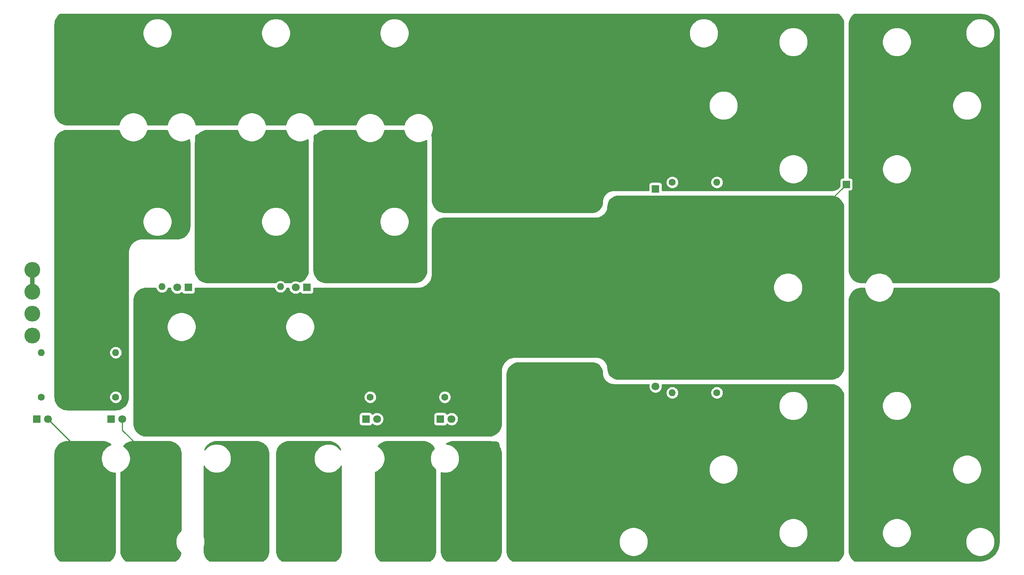
<source format=gbr>
%TF.GenerationSoftware,KiCad,Pcbnew,(5.1.8)-1*%
%TF.CreationDate,2021-07-20T16:41:24+02:00*%
%TF.ProjectId,FJElectricsPCBBack,464a456c-6563-4747-9269-637350434242,rev?*%
%TF.SameCoordinates,Original*%
%TF.FileFunction,Copper,L2,Bot*%
%TF.FilePolarity,Positive*%
%FSLAX46Y46*%
G04 Gerber Fmt 4.6, Leading zero omitted, Abs format (unit mm)*
G04 Created by KiCad (PCBNEW (5.1.8)-1) date 2021-07-20 16:41:24*
%MOMM*%
%LPD*%
G01*
G04 APERTURE LIST*
%TA.AperFunction,ComponentPad*%
%ADD10C,1.800000*%
%TD*%
%TA.AperFunction,ComponentPad*%
%ADD11R,1.800000X1.800000*%
%TD*%
%TA.AperFunction,ComponentPad*%
%ADD12O,1.600000X1.600000*%
%TD*%
%TA.AperFunction,ComponentPad*%
%ADD13C,1.600000*%
%TD*%
%TA.AperFunction,ComponentPad*%
%ADD14O,3.600000X3.600000*%
%TD*%
%TA.AperFunction,ComponentPad*%
%ADD15C,2.000000*%
%TD*%
%TA.AperFunction,ComponentPad*%
%ADD16R,8.000000X8.000000*%
%TD*%
%TA.AperFunction,ComponentPad*%
%ADD17O,6.000000X7.620000*%
%TD*%
%TA.AperFunction,ComponentPad*%
%ADD18C,1.200000*%
%TD*%
%TA.AperFunction,ComponentPad*%
%ADD19O,20.000000X20.000000*%
%TD*%
%TA.AperFunction,ComponentPad*%
%ADD20C,15.000000*%
%TD*%
%TA.AperFunction,ComponentPad*%
%ADD21O,1.700000X1.700000*%
%TD*%
%TA.AperFunction,ComponentPad*%
%ADD22R,1.700000X1.700000*%
%TD*%
%TA.AperFunction,ComponentPad*%
%ADD23C,20.000000*%
%TD*%
%TA.AperFunction,Conductor*%
%ADD24C,1.000000*%
%TD*%
%TA.AperFunction,Conductor*%
%ADD25C,0.250000*%
%TD*%
%TA.AperFunction,Conductor*%
%ADD26C,0.254000*%
%TD*%
%TA.AperFunction,Conductor*%
%ADD27C,0.100000*%
%TD*%
G04 APERTURE END LIST*
D10*
%TO.P,Fuse7,2*%
%TO.N,/SCHARGER+*%
X4540000Y-70500000D03*
D11*
%TO.P,Fuse7,1*%
%TO.N,Net-(Fuse7-Pad1)*%
X2000000Y-70500000D03*
%TD*%
D12*
%TO.P,R7,2*%
%TO.N,/BATMON2+*%
X-14000000Y-55340000D03*
D13*
%TO.P,R7,1*%
%TO.N,Net-(Fuse6-Pad1)*%
X-14000000Y-65500000D03*
%TD*%
D14*
%TO.P,J4,1*%
%TO.N,/BATMON1+*%
X-16000000Y-51500000D03*
%TO.P,J4,2*%
%TO.N,/BATMON2+*%
X-16000000Y-46500000D03*
%TD*%
D15*
%TO.P,Fuse_8,2*%
%TO.N,/BATMON1+*%
X141000000Y-22000000D03*
X135000000Y-28500000D03*
X141000000Y-35000000D03*
X147500000Y-28500000D03*
X136500000Y-33500000D03*
X145500000Y-33500000D03*
X145500000Y-23500000D03*
X136500000Y-23500000D03*
%TO.P,Fuse_8,1*%
%TO.N,/FUSE8*%
X187500000Y-23500000D03*
X196500000Y-23500000D03*
X196500000Y-33500000D03*
X187500000Y-33500000D03*
X186000000Y-28500000D03*
X198500000Y-28500000D03*
X192000000Y-35000000D03*
X192000000Y-22000000D03*
%TO.P,Fuse_8,2*%
%TO.N,/BATMON1+*%
%TA.AperFunction,ComponentPad*%
G36*
G01*
X149850000Y-21700000D02*
X149850000Y-35300000D01*
G75*
G02*
X148150000Y-37000000I-1700000J0D01*
G01*
X134550000Y-37000000D01*
G75*
G02*
X132850000Y-35300000I0J1700000D01*
G01*
X132850000Y-21700000D01*
G75*
G02*
X134550000Y-20000000I1700000J0D01*
G01*
X148150000Y-20000000D01*
G75*
G02*
X149850000Y-21700000I0J-1700000D01*
G01*
G37*
%TD.AperFunction*%
%TO.P,Fuse_8,1*%
%TO.N,/FUSE8*%
%TA.AperFunction,ComponentPad*%
G36*
G01*
X200650000Y-21700000D02*
X200650000Y-35300000D01*
G75*
G02*
X198950000Y-37000000I-1700000J0D01*
G01*
X185350000Y-37000000D01*
G75*
G02*
X183650000Y-35300000I0J1700000D01*
G01*
X183650000Y-21700000D01*
G75*
G02*
X185350000Y-20000000I1700000J0D01*
G01*
X198950000Y-20000000D01*
G75*
G02*
X200650000Y-21700000I0J-1700000D01*
G01*
G37*
%TD.AperFunction*%
D16*
X180000000Y-28000000D03*
%TA.AperFunction,ComponentPad*%
G36*
G01*
X178600000Y-24800000D02*
X178600000Y-31200000D01*
G75*
G02*
X177800000Y-32000000I-800000J0D01*
G01*
X171400000Y-32000000D01*
G75*
G02*
X170600000Y-31200000I0J800000D01*
G01*
X170600000Y-24800000D01*
G75*
G02*
X171400000Y-24000000I800000J0D01*
G01*
X177800000Y-24000000D01*
G75*
G02*
X178600000Y-24800000I0J-800000D01*
G01*
G37*
%TD.AperFunction*%
%TO.P,Fuse_8,2*%
%TO.N,/BATMON1+*%
X153500000Y-28000000D03*
%TA.AperFunction,ComponentPad*%
G36*
G01*
X162900000Y-24800000D02*
X162900000Y-31200000D01*
G75*
G02*
X162100000Y-32000000I-800000J0D01*
G01*
X155700000Y-32000000D01*
G75*
G02*
X154900000Y-31200000I0J800000D01*
G01*
X154900000Y-24800000D01*
G75*
G02*
X155700000Y-24000000I800000J0D01*
G01*
X162100000Y-24000000D01*
G75*
G02*
X162900000Y-24800000I0J-800000D01*
G01*
G37*
%TD.AperFunction*%
%TD*%
D17*
%TO.P,J14,2*%
%TO.N,/MPPTPV-*%
X42520000Y-95500000D03*
%TO.P,J14,1*%
X50140000Y-95500000D03*
%TD*%
D18*
%TO.P,S1,2*%
%TO.N,/DCDCIn-*%
X98155000Y-18355000D03*
X109715000Y-18355000D03*
X96380000Y-13195000D03*
X109715000Y-8355000D03*
X104000000Y-5575000D03*
X104000000Y-20815000D03*
X98155000Y-8355000D03*
X111620000Y-13195000D03*
%TO.P,S1,1*%
%TO.N,/SHUNT_BAT_OR_ABAT-*%
X109715000Y-72885000D03*
X98285000Y-72885000D03*
X104000000Y-60185000D03*
X111620000Y-67805000D03*
X109715000Y-62965000D03*
X96380000Y-67965000D03*
X98285000Y-62965000D03*
X104000000Y-75425000D03*
D19*
%TO.P,S1,2*%
%TO.N,/DCDCIn-*%
X104000000Y-13000000D03*
%TO.P,S1,1*%
%TO.N,/SHUNT_BAT_OR_ABAT-*%
X104000000Y-68000000D03*
%TD*%
D15*
%TO.P,J28,1*%
%TO.N,/FUSE5*%
X66500000Y-19170000D03*
D20*
%TO.P,J28,2*%
%TO.N,/DCDCIn-*%
X66500000Y5430000D03*
D15*
X61000000Y5330000D03*
X70500000Y9330000D03*
X62500000Y9330000D03*
X62500000Y1830000D03*
%TO.P,J28,1*%
%TO.N,/FUSE5*%
X62500000Y-9670000D03*
%TO.P,J28,2*%
%TO.N,/DCDCIn-*%
X70500000Y1830000D03*
X72000000Y5330000D03*
%TO.P,J28,1*%
%TO.N,/FUSE5*%
X66500000Y-8170000D03*
X70500000Y-9670000D03*
%TO.P,J28,2*%
%TO.N,/DCDCIn-*%
X66500000Y10830000D03*
D20*
%TO.P,J28,1*%
%TO.N,/FUSE5*%
X66500000Y-13670000D03*
D15*
X61000000Y-13670000D03*
X70500000Y-17670000D03*
%TO.P,J28,2*%
%TO.N,/DCDCIn-*%
X66500000Y-170000D03*
%TO.P,J28,1*%
%TO.N,/FUSE5*%
X72000000Y-13670000D03*
X62500000Y-17670000D03*
%TD*%
%TO.P,J27,1*%
%TO.N,/FUSE4*%
X39500000Y-19000000D03*
D20*
%TO.P,J27,2*%
%TO.N,/DCDCIn-*%
X39500000Y5600000D03*
D15*
X34000000Y5500000D03*
X43500000Y9500000D03*
X35500000Y9500000D03*
X35500000Y2000000D03*
%TO.P,J27,1*%
%TO.N,/FUSE4*%
X35500000Y-9500000D03*
%TO.P,J27,2*%
%TO.N,/DCDCIn-*%
X43500000Y2000000D03*
X45000000Y5500000D03*
%TO.P,J27,1*%
%TO.N,/FUSE4*%
X39500000Y-8000000D03*
X43500000Y-9500000D03*
%TO.P,J27,2*%
%TO.N,/DCDCIn-*%
X39500000Y11000000D03*
D20*
%TO.P,J27,1*%
%TO.N,/FUSE4*%
X39500000Y-13500000D03*
D15*
X34000000Y-13500000D03*
X43500000Y-17500000D03*
%TO.P,J27,2*%
%TO.N,/DCDCIn-*%
X39500000Y0D03*
%TO.P,J27,1*%
%TO.N,/FUSE4*%
X45000000Y-13500000D03*
X35500000Y-17500000D03*
%TD*%
%TO.P,J7,1*%
%TO.N,/BATMON2+*%
X12500000Y-19000000D03*
D20*
%TO.P,J7,2*%
%TO.N,/DCDCIn-*%
X12500000Y5600000D03*
D15*
X7000000Y5500000D03*
X16500000Y9500000D03*
X8500000Y9500000D03*
X8500000Y2000000D03*
%TO.P,J7,1*%
%TO.N,/BATMON2+*%
X8500000Y-9500000D03*
%TO.P,J7,2*%
%TO.N,/DCDCIn-*%
X16500000Y2000000D03*
X18000000Y5500000D03*
%TO.P,J7,1*%
%TO.N,/BATMON2+*%
X12500000Y-8000000D03*
X16500000Y-9500000D03*
%TO.P,J7,2*%
%TO.N,/DCDCIn-*%
X12500000Y11000000D03*
D20*
%TO.P,J7,1*%
%TO.N,/BATMON2+*%
X12500000Y-13500000D03*
D15*
X7000000Y-13500000D03*
X16500000Y-17500000D03*
%TO.P,J7,2*%
%TO.N,/DCDCIn-*%
X12500000Y0D03*
%TO.P,J7,1*%
%TO.N,/BATMON2+*%
X18000000Y-13500000D03*
X8500000Y-17500000D03*
%TD*%
D21*
%TO.P,J26,2*%
%TO.N,/DCDCIn-*%
X166960000Y-17000000D03*
D22*
%TO.P,J26,1*%
%TO.N,/BATMON1+*%
X169500000Y-17000000D03*
%TD*%
%TO.P,J25,2*%
%TO.N,/MPPTPV+*%
%TA.AperFunction,ComponentPad*%
G36*
G01*
X37800000Y-78500000D02*
X37800000Y-84200000D01*
G75*
G02*
X36300000Y-85700000I-1500000J0D01*
G01*
X33300000Y-85700000D01*
G75*
G02*
X31800000Y-84200000I0J1500000D01*
G01*
X31800000Y-78500000D01*
G75*
G02*
X33300000Y-77000000I1500000J0D01*
G01*
X36300000Y-77000000D01*
G75*
G02*
X37800000Y-78500000I0J-1500000D01*
G01*
G37*
%TD.AperFunction*%
%TO.P,J25,1*%
%TO.N,/MPPTPV-*%
%TA.AperFunction,ComponentPad*%
G36*
G01*
X45700000Y-78500000D02*
X45700000Y-84200000D01*
G75*
G02*
X44200000Y-85700000I-1500000J0D01*
G01*
X41200000Y-85700000D01*
G75*
G02*
X39700000Y-84200000I0J1500000D01*
G01*
X39700000Y-78500000D01*
G75*
G02*
X41200000Y-77000000I1500000J0D01*
G01*
X44200000Y-77000000D01*
G75*
G02*
X45700000Y-78500000I0J-1500000D01*
G01*
G37*
%TD.AperFunction*%
%TD*%
D15*
%TO.P,J18,1*%
%TO.N,/ABAT+*%
X176500000Y-76500000D03*
X185500000Y-87500000D03*
X181000000Y-89000000D03*
X181000000Y-75000000D03*
X185500000Y-76500000D03*
%TO.P,J18,2*%
%TO.N,/SHUNT_BAT_OR_ABAT-*%
X164400000Y-82000000D03*
X150400000Y-82000000D03*
D23*
%TO.P,J18,1*%
%TO.N,/ABAT+*%
X181000000Y-82000000D03*
%TO.P,J18,2*%
%TO.N,/SHUNT_BAT_OR_ABAT-*%
X157400000Y-82000000D03*
D15*
%TO.P,J18,1*%
%TO.N,/ABAT+*%
X188000000Y-82000000D03*
X174000000Y-82000000D03*
%TO.P,J18,2*%
%TO.N,/SHUNT_BAT_OR_ABAT-*%
X157400000Y-75000000D03*
X161900000Y-76500000D03*
%TO.P,J18,1*%
%TO.N,/ABAT+*%
X176500000Y-87500000D03*
%TO.P,J18,2*%
%TO.N,/SHUNT_BAT_OR_ABAT-*%
X161900000Y-87500000D03*
X157400000Y-89000000D03*
X152900000Y-76500000D03*
X152900000Y-87500000D03*
%TD*%
%TO.P,J22,1*%
%TO.N,/FUSE8*%
X176500000Y6500000D03*
X185500000Y-4500000D03*
X181000000Y-6000000D03*
X181000000Y8000000D03*
X185500000Y6500000D03*
%TO.P,J22,2*%
%TO.N,/DCDCIn-*%
X164400000Y1000000D03*
X150400000Y1000000D03*
D23*
%TO.P,J22,1*%
%TO.N,/FUSE8*%
X181000000Y1000000D03*
%TO.P,J22,2*%
%TO.N,/DCDCIn-*%
X157400000Y1000000D03*
D15*
%TO.P,J22,1*%
%TO.N,/FUSE8*%
X188000000Y1000000D03*
X174000000Y1000000D03*
%TO.P,J22,2*%
%TO.N,/DCDCIn-*%
X157400000Y8000000D03*
X161900000Y6500000D03*
%TO.P,J22,1*%
%TO.N,/FUSE8*%
X176500000Y-4500000D03*
%TO.P,J22,2*%
%TO.N,/DCDCIn-*%
X161900000Y-4500000D03*
X157400000Y-6000000D03*
X152900000Y6500000D03*
X152900000Y-4500000D03*
%TD*%
%TO.P,J21,2*%
%TO.N,/FUSE5*%
%TA.AperFunction,ComponentPad*%
G36*
G01*
X53580000Y-5550000D02*
X57420000Y-5550000D01*
G75*
G02*
X57900000Y-6030000I0J-480000D01*
G01*
X57900000Y-11070000D01*
G75*
G02*
X57420000Y-11550000I-480000J0D01*
G01*
X53580000Y-11550000D01*
G75*
G02*
X53100000Y-11070000I0J480000D01*
G01*
X53100000Y-6030000D01*
G75*
G02*
X53580000Y-5550000I480000J0D01*
G01*
G37*
%TD.AperFunction*%
%TA.AperFunction,ComponentPad*%
G36*
G01*
X48600000Y-5550000D02*
X52440000Y-5550000D01*
G75*
G02*
X52920000Y-6030000I0J-480000D01*
G01*
X52920000Y-11070000D01*
G75*
G02*
X52440000Y-11550000I-480000J0D01*
G01*
X48600000Y-11550000D01*
G75*
G02*
X48120000Y-11070000I0J480000D01*
G01*
X48120000Y-6030000D01*
G75*
G02*
X48600000Y-5550000I480000J0D01*
G01*
G37*
%TD.AperFunction*%
%TA.AperFunction,ComponentPad*%
G36*
G01*
X53580000Y-15840000D02*
X57420000Y-15840000D01*
G75*
G02*
X57900000Y-16320000I0J-480000D01*
G01*
X57900000Y-21360000D01*
G75*
G02*
X57420000Y-21840000I-480000J0D01*
G01*
X53580000Y-21840000D01*
G75*
G02*
X53100000Y-21360000I0J480000D01*
G01*
X53100000Y-16320000D01*
G75*
G02*
X53580000Y-15840000I480000J0D01*
G01*
G37*
%TD.AperFunction*%
%TA.AperFunction,ComponentPad*%
G36*
G01*
X48600000Y-15840000D02*
X52440000Y-15840000D01*
G75*
G02*
X52920000Y-16320000I0J-480000D01*
G01*
X52920000Y-21360000D01*
G75*
G02*
X52440000Y-21840000I-480000J0D01*
G01*
X48600000Y-21840000D01*
G75*
G02*
X48120000Y-21360000I0J480000D01*
G01*
X48120000Y-16320000D01*
G75*
G02*
X48600000Y-15840000I480000J0D01*
G01*
G37*
%TD.AperFunction*%
%TO.P,J21,1*%
%TO.N,/DCDCIn-*%
%TA.AperFunction,ComponentPad*%
G36*
G01*
X48600000Y3210000D02*
X52440000Y3210000D01*
G75*
G02*
X52920000Y2730000I0J-480000D01*
G01*
X52920000Y-2310000D01*
G75*
G02*
X52440000Y-2790000I-480000J0D01*
G01*
X48600000Y-2790000D01*
G75*
G02*
X48120000Y-2310000I0J480000D01*
G01*
X48120000Y2730000D01*
G75*
G02*
X48600000Y3210000I480000J0D01*
G01*
G37*
%TD.AperFunction*%
%TA.AperFunction,ComponentPad*%
G36*
G01*
X48600000Y13500000D02*
X52440000Y13500000D01*
G75*
G02*
X52920000Y13020000I0J-480000D01*
G01*
X52920000Y7980000D01*
G75*
G02*
X52440000Y7500000I-480000J0D01*
G01*
X48600000Y7500000D01*
G75*
G02*
X48120000Y7980000I0J480000D01*
G01*
X48120000Y13020000D01*
G75*
G02*
X48600000Y13500000I480000J0D01*
G01*
G37*
%TD.AperFunction*%
%TA.AperFunction,ComponentPad*%
G36*
G01*
X53580000Y3210000D02*
X57420000Y3210000D01*
G75*
G02*
X57900000Y2730000I0J-480000D01*
G01*
X57900000Y-2310000D01*
G75*
G02*
X57420000Y-2790000I-480000J0D01*
G01*
X53580000Y-2790000D01*
G75*
G02*
X53100000Y-2310000I0J480000D01*
G01*
X53100000Y2730000D01*
G75*
G02*
X53580000Y3210000I480000J0D01*
G01*
G37*
%TD.AperFunction*%
%TA.AperFunction,ComponentPad*%
G36*
G01*
X53580000Y13500000D02*
X57420000Y13500000D01*
G75*
G02*
X57900000Y13020000I0J-480000D01*
G01*
X57900000Y7980000D01*
G75*
G02*
X57420000Y7500000I-480000J0D01*
G01*
X53580000Y7500000D01*
G75*
G02*
X53100000Y7980000I0J480000D01*
G01*
X53100000Y13020000D01*
G75*
G02*
X53580000Y13500000I480000J0D01*
G01*
G37*
%TD.AperFunction*%
%TD*%
%TO.P,J20,2*%
%TO.N,/FUSE4*%
%TA.AperFunction,ComponentPad*%
G36*
G01*
X26580000Y-5550000D02*
X30420000Y-5550000D01*
G75*
G02*
X30900000Y-6030000I0J-480000D01*
G01*
X30900000Y-11070000D01*
G75*
G02*
X30420000Y-11550000I-480000J0D01*
G01*
X26580000Y-11550000D01*
G75*
G02*
X26100000Y-11070000I0J480000D01*
G01*
X26100000Y-6030000D01*
G75*
G02*
X26580000Y-5550000I480000J0D01*
G01*
G37*
%TD.AperFunction*%
%TA.AperFunction,ComponentPad*%
G36*
G01*
X21600000Y-5550000D02*
X25440000Y-5550000D01*
G75*
G02*
X25920000Y-6030000I0J-480000D01*
G01*
X25920000Y-11070000D01*
G75*
G02*
X25440000Y-11550000I-480000J0D01*
G01*
X21600000Y-11550000D01*
G75*
G02*
X21120000Y-11070000I0J480000D01*
G01*
X21120000Y-6030000D01*
G75*
G02*
X21600000Y-5550000I480000J0D01*
G01*
G37*
%TD.AperFunction*%
%TA.AperFunction,ComponentPad*%
G36*
G01*
X26580000Y-15840000D02*
X30420000Y-15840000D01*
G75*
G02*
X30900000Y-16320000I0J-480000D01*
G01*
X30900000Y-21360000D01*
G75*
G02*
X30420000Y-21840000I-480000J0D01*
G01*
X26580000Y-21840000D01*
G75*
G02*
X26100000Y-21360000I0J480000D01*
G01*
X26100000Y-16320000D01*
G75*
G02*
X26580000Y-15840000I480000J0D01*
G01*
G37*
%TD.AperFunction*%
%TA.AperFunction,ComponentPad*%
G36*
G01*
X21600000Y-15840000D02*
X25440000Y-15840000D01*
G75*
G02*
X25920000Y-16320000I0J-480000D01*
G01*
X25920000Y-21360000D01*
G75*
G02*
X25440000Y-21840000I-480000J0D01*
G01*
X21600000Y-21840000D01*
G75*
G02*
X21120000Y-21360000I0J480000D01*
G01*
X21120000Y-16320000D01*
G75*
G02*
X21600000Y-15840000I480000J0D01*
G01*
G37*
%TD.AperFunction*%
%TO.P,J20,1*%
%TO.N,/DCDCIn-*%
%TA.AperFunction,ComponentPad*%
G36*
G01*
X21600000Y3210000D02*
X25440000Y3210000D01*
G75*
G02*
X25920000Y2730000I0J-480000D01*
G01*
X25920000Y-2310000D01*
G75*
G02*
X25440000Y-2790000I-480000J0D01*
G01*
X21600000Y-2790000D01*
G75*
G02*
X21120000Y-2310000I0J480000D01*
G01*
X21120000Y2730000D01*
G75*
G02*
X21600000Y3210000I480000J0D01*
G01*
G37*
%TD.AperFunction*%
%TA.AperFunction,ComponentPad*%
G36*
G01*
X21600000Y13500000D02*
X25440000Y13500000D01*
G75*
G02*
X25920000Y13020000I0J-480000D01*
G01*
X25920000Y7980000D01*
G75*
G02*
X25440000Y7500000I-480000J0D01*
G01*
X21600000Y7500000D01*
G75*
G02*
X21120000Y7980000I0J480000D01*
G01*
X21120000Y13020000D01*
G75*
G02*
X21600000Y13500000I480000J0D01*
G01*
G37*
%TD.AperFunction*%
%TA.AperFunction,ComponentPad*%
G36*
G01*
X26580000Y3210000D02*
X30420000Y3210000D01*
G75*
G02*
X30900000Y2730000I0J-480000D01*
G01*
X30900000Y-2310000D01*
G75*
G02*
X30420000Y-2790000I-480000J0D01*
G01*
X26580000Y-2790000D01*
G75*
G02*
X26100000Y-2310000I0J480000D01*
G01*
X26100000Y2730000D01*
G75*
G02*
X26580000Y3210000I480000J0D01*
G01*
G37*
%TD.AperFunction*%
%TA.AperFunction,ComponentPad*%
G36*
G01*
X26580000Y13500000D02*
X30420000Y13500000D01*
G75*
G02*
X30900000Y13020000I0J-480000D01*
G01*
X30900000Y7980000D01*
G75*
G02*
X30420000Y7500000I-480000J0D01*
G01*
X26580000Y7500000D01*
G75*
G02*
X26100000Y7980000I0J480000D01*
G01*
X26100000Y13020000D01*
G75*
G02*
X26580000Y13500000I480000J0D01*
G01*
G37*
%TD.AperFunction*%
%TD*%
%TO.P,J19,2*%
%TO.N,/BATMON2+*%
%TA.AperFunction,ComponentPad*%
G36*
G01*
X-420000Y-5550000D02*
X3420000Y-5550000D01*
G75*
G02*
X3900000Y-6030000I0J-480000D01*
G01*
X3900000Y-11070000D01*
G75*
G02*
X3420000Y-11550000I-480000J0D01*
G01*
X-420000Y-11550000D01*
G75*
G02*
X-900000Y-11070000I0J480000D01*
G01*
X-900000Y-6030000D01*
G75*
G02*
X-420000Y-5550000I480000J0D01*
G01*
G37*
%TD.AperFunction*%
%TA.AperFunction,ComponentPad*%
G36*
G01*
X-5400000Y-5550000D02*
X-1560000Y-5550000D01*
G75*
G02*
X-1080000Y-6030000I0J-480000D01*
G01*
X-1080000Y-11070000D01*
G75*
G02*
X-1560000Y-11550000I-480000J0D01*
G01*
X-5400000Y-11550000D01*
G75*
G02*
X-5880000Y-11070000I0J480000D01*
G01*
X-5880000Y-6030000D01*
G75*
G02*
X-5400000Y-5550000I480000J0D01*
G01*
G37*
%TD.AperFunction*%
%TA.AperFunction,ComponentPad*%
G36*
G01*
X-420000Y-15840000D02*
X3420000Y-15840000D01*
G75*
G02*
X3900000Y-16320000I0J-480000D01*
G01*
X3900000Y-21360000D01*
G75*
G02*
X3420000Y-21840000I-480000J0D01*
G01*
X-420000Y-21840000D01*
G75*
G02*
X-900000Y-21360000I0J480000D01*
G01*
X-900000Y-16320000D01*
G75*
G02*
X-420000Y-15840000I480000J0D01*
G01*
G37*
%TD.AperFunction*%
%TA.AperFunction,ComponentPad*%
G36*
G01*
X-5400000Y-15840000D02*
X-1560000Y-15840000D01*
G75*
G02*
X-1080000Y-16320000I0J-480000D01*
G01*
X-1080000Y-21360000D01*
G75*
G02*
X-1560000Y-21840000I-480000J0D01*
G01*
X-5400000Y-21840000D01*
G75*
G02*
X-5880000Y-21360000I0J480000D01*
G01*
X-5880000Y-16320000D01*
G75*
G02*
X-5400000Y-15840000I480000J0D01*
G01*
G37*
%TD.AperFunction*%
%TO.P,J19,1*%
%TO.N,/DCDCIn-*%
%TA.AperFunction,ComponentPad*%
G36*
G01*
X-5400000Y3210000D02*
X-1560000Y3210000D01*
G75*
G02*
X-1080000Y2730000I0J-480000D01*
G01*
X-1080000Y-2310000D01*
G75*
G02*
X-1560000Y-2790000I-480000J0D01*
G01*
X-5400000Y-2790000D01*
G75*
G02*
X-5880000Y-2310000I0J480000D01*
G01*
X-5880000Y2730000D01*
G75*
G02*
X-5400000Y3210000I480000J0D01*
G01*
G37*
%TD.AperFunction*%
%TA.AperFunction,ComponentPad*%
G36*
G01*
X-5400000Y13500000D02*
X-1560000Y13500000D01*
G75*
G02*
X-1080000Y13020000I0J-480000D01*
G01*
X-1080000Y7980000D01*
G75*
G02*
X-1560000Y7500000I-480000J0D01*
G01*
X-5400000Y7500000D01*
G75*
G02*
X-5880000Y7980000I0J480000D01*
G01*
X-5880000Y13020000D01*
G75*
G02*
X-5400000Y13500000I480000J0D01*
G01*
G37*
%TD.AperFunction*%
%TA.AperFunction,ComponentPad*%
G36*
G01*
X-420000Y3210000D02*
X3420000Y3210000D01*
G75*
G02*
X3900000Y2730000I0J-480000D01*
G01*
X3900000Y-2310000D01*
G75*
G02*
X3420000Y-2790000I-480000J0D01*
G01*
X-420000Y-2790000D01*
G75*
G02*
X-900000Y-2310000I0J480000D01*
G01*
X-900000Y2730000D01*
G75*
G02*
X-420000Y3210000I480000J0D01*
G01*
G37*
%TD.AperFunction*%
%TA.AperFunction,ComponentPad*%
G36*
G01*
X-420000Y13500000D02*
X3420000Y13500000D01*
G75*
G02*
X3900000Y13020000I0J-480000D01*
G01*
X3900000Y7980000D01*
G75*
G02*
X3420000Y7500000I-480000J0D01*
G01*
X-420000Y7500000D01*
G75*
G02*
X-900000Y7980000I0J480000D01*
G01*
X-900000Y13020000D01*
G75*
G02*
X-420000Y13500000I480000J0D01*
G01*
G37*
%TD.AperFunction*%
%TD*%
D17*
%TO.P,J6,2*%
%TO.N,/DCDCIn+*%
X-320000Y-95500000D03*
%TO.P,J6,1*%
%TO.N,/SCHARGER+*%
X7300000Y-95500000D03*
%TD*%
D12*
%TO.P,R1,2*%
%TO.N,/BATMON1+*%
X3000000Y-55340000D03*
D13*
%TO.P,R1,1*%
%TO.N,Net-(Fuse7-Pad1)*%
X3000000Y-65500000D03*
%TD*%
%TO.P,Fuse_6,1*%
%TO.N,/SCHARGER+*%
%TA.AperFunction,ComponentPad*%
G36*
G01*
X14700000Y-89000000D02*
X8300000Y-89000000D01*
G75*
G02*
X7500000Y-88200000I0J800000D01*
G01*
X7500000Y-81800000D01*
G75*
G02*
X8300000Y-81000000I800000J0D01*
G01*
X14700000Y-81000000D01*
G75*
G02*
X15500000Y-81800000I0J-800000D01*
G01*
X15500000Y-88200000D01*
G75*
G02*
X14700000Y-89000000I-800000J0D01*
G01*
G37*
%TD.AperFunction*%
%TA.AperFunction,ComponentPad*%
G36*
G01*
X14700000Y-83600000D02*
X8300000Y-83600000D01*
G75*
G02*
X7500000Y-82800000I0J800000D01*
G01*
X7500000Y-76400000D01*
G75*
G02*
X8300000Y-75600000I800000J0D01*
G01*
X14700000Y-75600000D01*
G75*
G02*
X15500000Y-76400000I0J-800000D01*
G01*
X15500000Y-82800000D01*
G75*
G02*
X14700000Y-83600000I-800000J0D01*
G01*
G37*
%TD.AperFunction*%
%TO.P,Fuse_6,2*%
%TO.N,/BATMON1+*%
%TA.AperFunction,ComponentPad*%
G36*
G01*
X14700000Y-67900000D02*
X8300000Y-67900000D01*
G75*
G02*
X7500000Y-67100000I0J800000D01*
G01*
X7500000Y-60700000D01*
G75*
G02*
X8300000Y-59900000I800000J0D01*
G01*
X14700000Y-59900000D01*
G75*
G02*
X15500000Y-60700000I0J-800000D01*
G01*
X15500000Y-67100000D01*
G75*
G02*
X14700000Y-67900000I-800000J0D01*
G01*
G37*
%TD.AperFunction*%
%TA.AperFunction,ComponentPad*%
G36*
G01*
X14700000Y-62500000D02*
X8300000Y-62500000D01*
G75*
G02*
X7500000Y-61700000I0J800000D01*
G01*
X7500000Y-55300000D01*
G75*
G02*
X8300000Y-54500000I800000J0D01*
G01*
X14700000Y-54500000D01*
G75*
G02*
X15500000Y-55300000I0J-800000D01*
G01*
X15500000Y-61700000D01*
G75*
G02*
X14700000Y-62500000I-800000J0D01*
G01*
G37*
%TD.AperFunction*%
%TD*%
D10*
%TO.P,Fuse3,2*%
%TO.N,Net-(Fuse3-Pad2)*%
X126000000Y-63040000D03*
D11*
%TO.P,Fuse3,1*%
%TO.N,/BATMON1+*%
X126000000Y-60500000D03*
%TD*%
D15*
%TO.P,Fuse_3,2*%
%TO.N,/BATMON1+*%
X141000000Y-46000000D03*
X135000000Y-52500000D03*
X141000000Y-59000000D03*
X147500000Y-52500000D03*
X136500000Y-57500000D03*
X145500000Y-57500000D03*
X145500000Y-47500000D03*
X136500000Y-47500000D03*
%TO.P,Fuse_3,1*%
%TO.N,/ABAT+*%
X187500000Y-47500000D03*
X196500000Y-47500000D03*
X196500000Y-57500000D03*
X187500000Y-57500000D03*
X186000000Y-52500000D03*
X198500000Y-52500000D03*
X192000000Y-59000000D03*
X192000000Y-46000000D03*
%TO.P,Fuse_3,2*%
%TO.N,/BATMON1+*%
%TA.AperFunction,ComponentPad*%
G36*
G01*
X149850000Y-45700000D02*
X149850000Y-59300000D01*
G75*
G02*
X148150000Y-61000000I-1700000J0D01*
G01*
X134550000Y-61000000D01*
G75*
G02*
X132850000Y-59300000I0J1700000D01*
G01*
X132850000Y-45700000D01*
G75*
G02*
X134550000Y-44000000I1700000J0D01*
G01*
X148150000Y-44000000D01*
G75*
G02*
X149850000Y-45700000I0J-1700000D01*
G01*
G37*
%TD.AperFunction*%
%TO.P,Fuse_3,1*%
%TO.N,/ABAT+*%
%TA.AperFunction,ComponentPad*%
G36*
G01*
X200650000Y-45700000D02*
X200650000Y-59300000D01*
G75*
G02*
X198950000Y-61000000I-1700000J0D01*
G01*
X185350000Y-61000000D01*
G75*
G02*
X183650000Y-59300000I0J1700000D01*
G01*
X183650000Y-45700000D01*
G75*
G02*
X185350000Y-44000000I1700000J0D01*
G01*
X198950000Y-44000000D01*
G75*
G02*
X200650000Y-45700000I0J-1700000D01*
G01*
G37*
%TD.AperFunction*%
D16*
X180000000Y-52000000D03*
%TA.AperFunction,ComponentPad*%
G36*
G01*
X178600000Y-48800000D02*
X178600000Y-55200000D01*
G75*
G02*
X177800000Y-56000000I-800000J0D01*
G01*
X171400000Y-56000000D01*
G75*
G02*
X170600000Y-55200000I0J800000D01*
G01*
X170600000Y-48800000D01*
G75*
G02*
X171400000Y-48000000I800000J0D01*
G01*
X177800000Y-48000000D01*
G75*
G02*
X178600000Y-48800000I0J-800000D01*
G01*
G37*
%TD.AperFunction*%
%TO.P,Fuse_3,2*%
%TO.N,/BATMON1+*%
X153500000Y-52000000D03*
%TA.AperFunction,ComponentPad*%
G36*
G01*
X162900000Y-48800000D02*
X162900000Y-55200000D01*
G75*
G02*
X162100000Y-56000000I-800000J0D01*
G01*
X155700000Y-56000000D01*
G75*
G02*
X154900000Y-55200000I0J800000D01*
G01*
X154900000Y-48800000D01*
G75*
G02*
X155700000Y-48000000I800000J0D01*
G01*
X162100000Y-48000000D01*
G75*
G02*
X162900000Y-48800000I0J-800000D01*
G01*
G37*
%TD.AperFunction*%
%TD*%
%TO.P,Fuse_4,1*%
%TO.N,/BATMON1+*%
%TA.AperFunction,ComponentPad*%
G36*
G01*
X29700000Y-59000000D02*
X23300000Y-59000000D01*
G75*
G02*
X22500000Y-58200000I0J800000D01*
G01*
X22500000Y-51800000D01*
G75*
G02*
X23300000Y-51000000I800000J0D01*
G01*
X29700000Y-51000000D01*
G75*
G02*
X30500000Y-51800000I0J-800000D01*
G01*
X30500000Y-58200000D01*
G75*
G02*
X29700000Y-59000000I-800000J0D01*
G01*
G37*
%TD.AperFunction*%
%TA.AperFunction,ComponentPad*%
G36*
G01*
X29700000Y-53600000D02*
X23300000Y-53600000D01*
G75*
G02*
X22500000Y-52800000I0J800000D01*
G01*
X22500000Y-46400000D01*
G75*
G02*
X23300000Y-45600000I800000J0D01*
G01*
X29700000Y-45600000D01*
G75*
G02*
X30500000Y-46400000I0J-800000D01*
G01*
X30500000Y-52800000D01*
G75*
G02*
X29700000Y-53600000I-800000J0D01*
G01*
G37*
%TD.AperFunction*%
%TO.P,Fuse_4,2*%
%TO.N,/FUSE4*%
%TA.AperFunction,ComponentPad*%
G36*
G01*
X29700000Y-37900000D02*
X23300000Y-37900000D01*
G75*
G02*
X22500000Y-37100000I0J800000D01*
G01*
X22500000Y-30700000D01*
G75*
G02*
X23300000Y-29900000I800000J0D01*
G01*
X29700000Y-29900000D01*
G75*
G02*
X30500000Y-30700000I0J-800000D01*
G01*
X30500000Y-37100000D01*
G75*
G02*
X29700000Y-37900000I-800000J0D01*
G01*
G37*
%TD.AperFunction*%
%TA.AperFunction,ComponentPad*%
G36*
G01*
X29700000Y-32500000D02*
X23300000Y-32500000D01*
G75*
G02*
X22500000Y-31700000I0J800000D01*
G01*
X22500000Y-25300000D01*
G75*
G02*
X23300000Y-24500000I800000J0D01*
G01*
X29700000Y-24500000D01*
G75*
G02*
X30500000Y-25300000I0J-800000D01*
G01*
X30500000Y-31700000D01*
G75*
G02*
X29700000Y-32500000I-800000J0D01*
G01*
G37*
%TD.AperFunction*%
%TD*%
D12*
%TO.P,R8,2*%
%TO.N,Net-(Fuse5-Pad2)*%
X40540000Y-40340000D03*
D13*
%TO.P,R8,1*%
%TO.N,/BATMON1+*%
X40540000Y-50500000D03*
%TD*%
D12*
%TO.P,R6,2*%
%TO.N,Net-(Fuse4-Pad2)*%
X13540000Y-40340000D03*
D13*
%TO.P,R6,1*%
%TO.N,/BATMON1+*%
X13540000Y-50500000D03*
%TD*%
D12*
%TO.P,R5,2*%
%TO.N,/BATMON1+*%
X61000000Y-55340000D03*
D13*
%TO.P,R5,1*%
%TO.N,Net-(Fuse2-Pad1)*%
X61000000Y-65500000D03*
%TD*%
D12*
%TO.P,R4,2*%
%TO.N,/BATMON1+*%
X78000000Y-55340000D03*
D13*
%TO.P,R4,1*%
%TO.N,Net-(Fuse1-Pad1)*%
X78000000Y-65500000D03*
%TD*%
%TO.P,R3,1*%
%TO.N,Net-(Fuse8-Pad1)*%
X129840000Y-16500000D03*
D12*
%TO.P,R3,2*%
%TO.N,/FUSE8*%
X140000000Y-16500000D03*
%TD*%
%TO.P,R2,2*%
%TO.N,Net-(Fuse3-Pad2)*%
X129840000Y-64500000D03*
D13*
%TO.P,R2,1*%
%TO.N,/ABAT+*%
X140000000Y-64500000D03*
%TD*%
D10*
%TO.P,Fuse8,2*%
%TO.N,/BATMON1+*%
X126000000Y-20540000D03*
D11*
%TO.P,Fuse8,1*%
%TO.N,Net-(Fuse8-Pad1)*%
X126000000Y-18000000D03*
%TD*%
D10*
%TO.P,Fuse6,2*%
%TO.N,/DCDCIn+*%
X-12460000Y-70500000D03*
D11*
%TO.P,Fuse6,1*%
%TO.N,Net-(Fuse6-Pad1)*%
X-15000000Y-70500000D03*
%TD*%
D10*
%TO.P,Fuse5,2*%
%TO.N,Net-(Fuse5-Pad2)*%
X44000000Y-40500000D03*
D11*
%TO.P,Fuse5,1*%
%TO.N,/FUSE5*%
X46540000Y-40500000D03*
%TD*%
D10*
%TO.P,Fuse4,2*%
%TO.N,Net-(Fuse4-Pad2)*%
X17000000Y-40500000D03*
D11*
%TO.P,Fuse4,1*%
%TO.N,/FUSE4*%
X19540000Y-40500000D03*
%TD*%
D10*
%TO.P,Fuse2,2*%
%TO.N,/DCDCOut+*%
X62540000Y-70500000D03*
D11*
%TO.P,Fuse2,1*%
%TO.N,Net-(Fuse2-Pad1)*%
X60000000Y-70500000D03*
%TD*%
D10*
%TO.P,Fuse1,2*%
%TO.N,/MPPTBAT+*%
X79540000Y-70500000D03*
D11*
%TO.P,Fuse1,1*%
%TO.N,Net-(Fuse1-Pad1)*%
X77000000Y-70500000D03*
%TD*%
D17*
%TO.P,J12,2*%
%TO.N,/DCDCIn-*%
X129085000Y14500000D03*
%TO.P,J12,1*%
X121465000Y14500000D03*
%TD*%
%TO.P,J10,2*%
%TO.N,/DCDCIn-*%
X86620000Y14500000D03*
%TO.P,J10,1*%
X79000000Y14500000D03*
%TD*%
D14*
%TO.P,J15,1*%
%TO.N,/DCDCCtl*%
X-16000000Y-41500000D03*
%TO.P,J15,2*%
X-16000000Y-36500000D03*
%TD*%
D17*
%TO.P,J13,2*%
%TO.N,/MPPTPV+*%
X27380000Y-95500000D03*
%TO.P,J13,1*%
X35000000Y-95500000D03*
%TD*%
%TO.P,J1,2*%
%TO.N,/DCDCOut+*%
X72680000Y-95500000D03*
%TO.P,J1,1*%
%TO.N,/MPPTBAT+*%
X80300000Y-95500000D03*
%TD*%
%TO.P,Fuse_7,1*%
%TO.N,/DCDCIn+*%
%TA.AperFunction,ComponentPad*%
G36*
G01*
X-2300000Y-89000000D02*
X-8700000Y-89000000D01*
G75*
G02*
X-9500000Y-88200000I0J800000D01*
G01*
X-9500000Y-81800000D01*
G75*
G02*
X-8700000Y-81000000I800000J0D01*
G01*
X-2300000Y-81000000D01*
G75*
G02*
X-1500000Y-81800000I0J-800000D01*
G01*
X-1500000Y-88200000D01*
G75*
G02*
X-2300000Y-89000000I-800000J0D01*
G01*
G37*
%TD.AperFunction*%
%TA.AperFunction,ComponentPad*%
G36*
G01*
X-2300000Y-83600000D02*
X-8700000Y-83600000D01*
G75*
G02*
X-9500000Y-82800000I0J800000D01*
G01*
X-9500000Y-76400000D01*
G75*
G02*
X-8700000Y-75600000I800000J0D01*
G01*
X-2300000Y-75600000D01*
G75*
G02*
X-1500000Y-76400000I0J-800000D01*
G01*
X-1500000Y-82800000D01*
G75*
G02*
X-2300000Y-83600000I-800000J0D01*
G01*
G37*
%TD.AperFunction*%
%TO.P,Fuse_7,2*%
%TO.N,/BATMON2+*%
%TA.AperFunction,ComponentPad*%
G36*
G01*
X-2300000Y-67900000D02*
X-8700000Y-67900000D01*
G75*
G02*
X-9500000Y-67100000I0J800000D01*
G01*
X-9500000Y-60700000D01*
G75*
G02*
X-8700000Y-59900000I800000J0D01*
G01*
X-2300000Y-59900000D01*
G75*
G02*
X-1500000Y-60700000I0J-800000D01*
G01*
X-1500000Y-67100000D01*
G75*
G02*
X-2300000Y-67900000I-800000J0D01*
G01*
G37*
%TD.AperFunction*%
%TA.AperFunction,ComponentPad*%
G36*
G01*
X-2300000Y-62500000D02*
X-8700000Y-62500000D01*
G75*
G02*
X-9500000Y-61700000I0J800000D01*
G01*
X-9500000Y-55300000D01*
G75*
G02*
X-8700000Y-54500000I800000J0D01*
G01*
X-2300000Y-54500000D01*
G75*
G02*
X-1500000Y-55300000I0J-800000D01*
G01*
X-1500000Y-61700000D01*
G75*
G02*
X-2300000Y-62500000I-800000J0D01*
G01*
G37*
%TD.AperFunction*%
%TD*%
%TO.P,Fuse_2,1*%
%TO.N,/DCDCOut+*%
%TA.AperFunction,ComponentPad*%
G36*
G01*
X72700000Y-89000000D02*
X66300000Y-89000000D01*
G75*
G02*
X65500000Y-88200000I0J800000D01*
G01*
X65500000Y-81800000D01*
G75*
G02*
X66300000Y-81000000I800000J0D01*
G01*
X72700000Y-81000000D01*
G75*
G02*
X73500000Y-81800000I0J-800000D01*
G01*
X73500000Y-88200000D01*
G75*
G02*
X72700000Y-89000000I-800000J0D01*
G01*
G37*
%TD.AperFunction*%
%TA.AperFunction,ComponentPad*%
G36*
G01*
X72700000Y-83600000D02*
X66300000Y-83600000D01*
G75*
G02*
X65500000Y-82800000I0J800000D01*
G01*
X65500000Y-76400000D01*
G75*
G02*
X66300000Y-75600000I800000J0D01*
G01*
X72700000Y-75600000D01*
G75*
G02*
X73500000Y-76400000I0J-800000D01*
G01*
X73500000Y-82800000D01*
G75*
G02*
X72700000Y-83600000I-800000J0D01*
G01*
G37*
%TD.AperFunction*%
%TO.P,Fuse_2,2*%
%TO.N,/BATMON1+*%
%TA.AperFunction,ComponentPad*%
G36*
G01*
X72700000Y-67900000D02*
X66300000Y-67900000D01*
G75*
G02*
X65500000Y-67100000I0J800000D01*
G01*
X65500000Y-60700000D01*
G75*
G02*
X66300000Y-59900000I800000J0D01*
G01*
X72700000Y-59900000D01*
G75*
G02*
X73500000Y-60700000I0J-800000D01*
G01*
X73500000Y-67100000D01*
G75*
G02*
X72700000Y-67900000I-800000J0D01*
G01*
G37*
%TD.AperFunction*%
%TA.AperFunction,ComponentPad*%
G36*
G01*
X72700000Y-62500000D02*
X66300000Y-62500000D01*
G75*
G02*
X65500000Y-61700000I0J800000D01*
G01*
X65500000Y-55300000D01*
G75*
G02*
X66300000Y-54500000I800000J0D01*
G01*
X72700000Y-54500000D01*
G75*
G02*
X73500000Y-55300000I0J-800000D01*
G01*
X73500000Y-61700000D01*
G75*
G02*
X72700000Y-62500000I-800000J0D01*
G01*
G37*
%TD.AperFunction*%
%TD*%
%TO.P,Fuse_1,1*%
%TO.N,/MPPTBAT+*%
%TA.AperFunction,ComponentPad*%
G36*
G01*
X89700000Y-89000000D02*
X83300000Y-89000000D01*
G75*
G02*
X82500000Y-88200000I0J800000D01*
G01*
X82500000Y-81800000D01*
G75*
G02*
X83300000Y-81000000I800000J0D01*
G01*
X89700000Y-81000000D01*
G75*
G02*
X90500000Y-81800000I0J-800000D01*
G01*
X90500000Y-88200000D01*
G75*
G02*
X89700000Y-89000000I-800000J0D01*
G01*
G37*
%TD.AperFunction*%
%TA.AperFunction,ComponentPad*%
G36*
G01*
X89700000Y-83600000D02*
X83300000Y-83600000D01*
G75*
G02*
X82500000Y-82800000I0J800000D01*
G01*
X82500000Y-76400000D01*
G75*
G02*
X83300000Y-75600000I800000J0D01*
G01*
X89700000Y-75600000D01*
G75*
G02*
X90500000Y-76400000I0J-800000D01*
G01*
X90500000Y-82800000D01*
G75*
G02*
X89700000Y-83600000I-800000J0D01*
G01*
G37*
%TD.AperFunction*%
%TO.P,Fuse_1,2*%
%TO.N,/BATMON1+*%
%TA.AperFunction,ComponentPad*%
G36*
G01*
X89700000Y-67900000D02*
X83300000Y-67900000D01*
G75*
G02*
X82500000Y-67100000I0J800000D01*
G01*
X82500000Y-60700000D01*
G75*
G02*
X83300000Y-59900000I800000J0D01*
G01*
X89700000Y-59900000D01*
G75*
G02*
X90500000Y-60700000I0J-800000D01*
G01*
X90500000Y-67100000D01*
G75*
G02*
X89700000Y-67900000I-800000J0D01*
G01*
G37*
%TD.AperFunction*%
%TA.AperFunction,ComponentPad*%
G36*
G01*
X89700000Y-62500000D02*
X83300000Y-62500000D01*
G75*
G02*
X82500000Y-61700000I0J800000D01*
G01*
X82500000Y-55300000D01*
G75*
G02*
X83300000Y-54500000I800000J0D01*
G01*
X89700000Y-54500000D01*
G75*
G02*
X90500000Y-55300000I0J-800000D01*
G01*
X90500000Y-61700000D01*
G75*
G02*
X89700000Y-62500000I-800000J0D01*
G01*
G37*
%TD.AperFunction*%
%TD*%
%TO.P,Fuse_5,1*%
%TO.N,/BATMON1+*%
%TA.AperFunction,ComponentPad*%
G36*
G01*
X56700000Y-59000000D02*
X50300000Y-59000000D01*
G75*
G02*
X49500000Y-58200000I0J800000D01*
G01*
X49500000Y-51800000D01*
G75*
G02*
X50300000Y-51000000I800000J0D01*
G01*
X56700000Y-51000000D01*
G75*
G02*
X57500000Y-51800000I0J-800000D01*
G01*
X57500000Y-58200000D01*
G75*
G02*
X56700000Y-59000000I-800000J0D01*
G01*
G37*
%TD.AperFunction*%
%TA.AperFunction,ComponentPad*%
G36*
G01*
X56700000Y-53600000D02*
X50300000Y-53600000D01*
G75*
G02*
X49500000Y-52800000I0J800000D01*
G01*
X49500000Y-46400000D01*
G75*
G02*
X50300000Y-45600000I800000J0D01*
G01*
X56700000Y-45600000D01*
G75*
G02*
X57500000Y-46400000I0J-800000D01*
G01*
X57500000Y-52800000D01*
G75*
G02*
X56700000Y-53600000I-800000J0D01*
G01*
G37*
%TD.AperFunction*%
%TO.P,Fuse_5,2*%
%TO.N,/FUSE5*%
%TA.AperFunction,ComponentPad*%
G36*
G01*
X56700000Y-37900000D02*
X50300000Y-37900000D01*
G75*
G02*
X49500000Y-37100000I0J800000D01*
G01*
X49500000Y-30700000D01*
G75*
G02*
X50300000Y-29900000I800000J0D01*
G01*
X56700000Y-29900000D01*
G75*
G02*
X57500000Y-30700000I0J-800000D01*
G01*
X57500000Y-37100000D01*
G75*
G02*
X56700000Y-37900000I-800000J0D01*
G01*
G37*
%TD.AperFunction*%
%TA.AperFunction,ComponentPad*%
G36*
G01*
X56700000Y-32500000D02*
X50300000Y-32500000D01*
G75*
G02*
X49500000Y-31700000I0J800000D01*
G01*
X49500000Y-25300000D01*
G75*
G02*
X50300000Y-24500000I800000J0D01*
G01*
X56700000Y-24500000D01*
G75*
G02*
X57500000Y-25300000I0J-800000D01*
G01*
X57500000Y-31700000D01*
G75*
G02*
X56700000Y-32500000I-800000J0D01*
G01*
G37*
%TD.AperFunction*%
%TD*%
D24*
%TO.N,/DCDCCtl*%
X-16000000Y-41500000D02*
X-16000000Y-36500000D01*
D25*
%TO.N,/ABAT+*%
X175600000Y-53400000D02*
X175600000Y-50500000D01*
%TO.N,/SCHARGER+*%
X4540000Y-70500000D02*
X4540000Y-73040000D01*
X9600000Y-78100000D02*
X11000000Y-78100000D01*
X4540000Y-73040000D02*
X9600000Y-78100000D01*
%TO.N,/BATMON2+*%
X-7940000Y-65340000D02*
X-6000000Y-63400000D01*
%TO.N,/BATMON1+*%
X160400000Y-26100000D02*
X169500000Y-17000000D01*
X160400000Y-28500000D02*
X160400000Y-26100000D01*
%TO.N,/DCDCIn+*%
X-6000000Y-76960000D02*
X-6000000Y-78100000D01*
X-12460000Y-70500000D02*
X-6000000Y-76960000D01*
%TD*%
D26*
%TO.N,/FUSE5*%
X57800855Y-5090450D02*
X58051651Y-5695925D01*
X58415750Y-6240839D01*
X58879161Y-6704250D01*
X59424075Y-7068349D01*
X60029550Y-7319145D01*
X60672319Y-7447000D01*
X61327681Y-7447000D01*
X61970450Y-7319145D01*
X62575925Y-7068349D01*
X63120839Y-6704250D01*
X63584250Y-6240839D01*
X63948349Y-5695925D01*
X64199145Y-5090450D01*
X64291331Y-4627000D01*
X68708669Y-4627000D01*
X68800855Y-5090450D01*
X69051651Y-5695925D01*
X69415750Y-6240839D01*
X69879161Y-6704250D01*
X70424075Y-7068349D01*
X71029550Y-7319145D01*
X71672319Y-7447000D01*
X72327681Y-7447000D01*
X72970450Y-7319145D01*
X73575925Y-7068349D01*
X73809527Y-6912262D01*
X73854737Y-7178354D01*
X73873000Y-7503560D01*
X73873000Y-36496440D01*
X73854737Y-36821646D01*
X73800772Y-37139266D01*
X73711591Y-37448818D01*
X73588300Y-37746468D01*
X73432471Y-38028421D01*
X73246049Y-38291156D01*
X73031376Y-38531376D01*
X72791156Y-38746049D01*
X72528421Y-38932471D01*
X72246468Y-39088300D01*
X71948818Y-39211591D01*
X71639266Y-39300772D01*
X71321646Y-39354737D01*
X70996440Y-39373000D01*
X51003560Y-39373000D01*
X50678354Y-39354737D01*
X50360734Y-39300772D01*
X50051182Y-39211591D01*
X49753532Y-39088300D01*
X49471579Y-38932471D01*
X49208844Y-38746049D01*
X48968624Y-38531376D01*
X48753951Y-38291156D01*
X48567529Y-38028421D01*
X48411700Y-37746468D01*
X48288409Y-37448818D01*
X48199228Y-37139266D01*
X48145263Y-36821646D01*
X48127000Y-36496440D01*
X48127000Y-25172319D01*
X63173000Y-25172319D01*
X63173000Y-25827681D01*
X63300855Y-26470450D01*
X63551651Y-27075925D01*
X63915750Y-27620839D01*
X64379161Y-28084250D01*
X64924075Y-28448349D01*
X65529550Y-28699145D01*
X66172319Y-28827000D01*
X66827681Y-28827000D01*
X67470450Y-28699145D01*
X68075925Y-28448349D01*
X68620839Y-28084250D01*
X69084250Y-27620839D01*
X69448349Y-27075925D01*
X69699145Y-26470450D01*
X69827000Y-25827681D01*
X69827000Y-25172319D01*
X69699145Y-24529550D01*
X69448349Y-23924075D01*
X69084250Y-23379161D01*
X68620839Y-22915750D01*
X68075925Y-22551651D01*
X67470450Y-22300855D01*
X66827681Y-22173000D01*
X66172319Y-22173000D01*
X65529550Y-22300855D01*
X64924075Y-22551651D01*
X64379161Y-22915750D01*
X63915750Y-23379161D01*
X63551651Y-23924075D01*
X63300855Y-24529550D01*
X63173000Y-25172319D01*
X48127000Y-25172319D01*
X48127000Y-7503560D01*
X48145263Y-7178354D01*
X48199228Y-6860734D01*
X48288409Y-6551182D01*
X48411700Y-6253532D01*
X48567529Y-5971579D01*
X48753951Y-5708844D01*
X48968624Y-5468624D01*
X49208844Y-5253951D01*
X49471579Y-5067529D01*
X49753532Y-4911700D01*
X50051182Y-4788409D01*
X50360734Y-4699228D01*
X50678354Y-4645263D01*
X51003560Y-4627000D01*
X57708669Y-4627000D01*
X57800855Y-5090450D01*
%TA.AperFunction,Conductor*%
D27*
G36*
X57800855Y-5090450D02*
G01*
X58051651Y-5695925D01*
X58415750Y-6240839D01*
X58879161Y-6704250D01*
X59424075Y-7068349D01*
X60029550Y-7319145D01*
X60672319Y-7447000D01*
X61327681Y-7447000D01*
X61970450Y-7319145D01*
X62575925Y-7068349D01*
X63120839Y-6704250D01*
X63584250Y-6240839D01*
X63948349Y-5695925D01*
X64199145Y-5090450D01*
X64291331Y-4627000D01*
X68708669Y-4627000D01*
X68800855Y-5090450D01*
X69051651Y-5695925D01*
X69415750Y-6240839D01*
X69879161Y-6704250D01*
X70424075Y-7068349D01*
X71029550Y-7319145D01*
X71672319Y-7447000D01*
X72327681Y-7447000D01*
X72970450Y-7319145D01*
X73575925Y-7068349D01*
X73809527Y-6912262D01*
X73854737Y-7178354D01*
X73873000Y-7503560D01*
X73873000Y-36496440D01*
X73854737Y-36821646D01*
X73800772Y-37139266D01*
X73711591Y-37448818D01*
X73588300Y-37746468D01*
X73432471Y-38028421D01*
X73246049Y-38291156D01*
X73031376Y-38531376D01*
X72791156Y-38746049D01*
X72528421Y-38932471D01*
X72246468Y-39088300D01*
X71948818Y-39211591D01*
X71639266Y-39300772D01*
X71321646Y-39354737D01*
X70996440Y-39373000D01*
X51003560Y-39373000D01*
X50678354Y-39354737D01*
X50360734Y-39300772D01*
X50051182Y-39211591D01*
X49753532Y-39088300D01*
X49471579Y-38932471D01*
X49208844Y-38746049D01*
X48968624Y-38531376D01*
X48753951Y-38291156D01*
X48567529Y-38028421D01*
X48411700Y-37746468D01*
X48288409Y-37448818D01*
X48199228Y-37139266D01*
X48145263Y-36821646D01*
X48127000Y-36496440D01*
X48127000Y-25172319D01*
X63173000Y-25172319D01*
X63173000Y-25827681D01*
X63300855Y-26470450D01*
X63551651Y-27075925D01*
X63915750Y-27620839D01*
X64379161Y-28084250D01*
X64924075Y-28448349D01*
X65529550Y-28699145D01*
X66172319Y-28827000D01*
X66827681Y-28827000D01*
X67470450Y-28699145D01*
X68075925Y-28448349D01*
X68620839Y-28084250D01*
X69084250Y-27620839D01*
X69448349Y-27075925D01*
X69699145Y-26470450D01*
X69827000Y-25827681D01*
X69827000Y-25172319D01*
X69699145Y-24529550D01*
X69448349Y-23924075D01*
X69084250Y-23379161D01*
X68620839Y-22915750D01*
X68075925Y-22551651D01*
X67470450Y-22300855D01*
X66827681Y-22173000D01*
X66172319Y-22173000D01*
X65529550Y-22300855D01*
X64924075Y-22551651D01*
X64379161Y-22915750D01*
X63915750Y-23379161D01*
X63551651Y-23924075D01*
X63300855Y-24529550D01*
X63173000Y-25172319D01*
X48127000Y-25172319D01*
X48127000Y-7503560D01*
X48145263Y-7178354D01*
X48199228Y-6860734D01*
X48288409Y-6551182D01*
X48411700Y-6253532D01*
X48567529Y-5971579D01*
X48753951Y-5708844D01*
X48968624Y-5468624D01*
X49208844Y-5253951D01*
X49471579Y-5067529D01*
X49753532Y-4911700D01*
X50051182Y-4788409D01*
X50360734Y-4699228D01*
X50678354Y-4645263D01*
X51003560Y-4627000D01*
X57708669Y-4627000D01*
X57800855Y-5090450D01*
G37*
%TD.AperFunction*%
%TD*%
D26*
%TO.N,/DCDCIn-*%
X167791156Y21746049D02*
X168031376Y21531376D01*
X168246049Y21291156D01*
X168432471Y21028421D01*
X168588300Y20746468D01*
X168711591Y20448818D01*
X168800772Y20139266D01*
X168854737Y19821646D01*
X168873000Y19496440D01*
X168873000Y-15496440D01*
X168872130Y-15511928D01*
X168650000Y-15511928D01*
X168525518Y-15524188D01*
X168405820Y-15560498D01*
X168295506Y-15619463D01*
X168198815Y-15698815D01*
X168119463Y-15795506D01*
X168060498Y-15905820D01*
X168024188Y-16025518D01*
X168011928Y-16150000D01*
X168011928Y-17413269D01*
X167448624Y-17976573D01*
X167246468Y-18088300D01*
X166948818Y-18211591D01*
X166639266Y-18300772D01*
X166321646Y-18354737D01*
X165996440Y-18373000D01*
X127538072Y-18373000D01*
X127538072Y-17100000D01*
X127525812Y-16975518D01*
X127489502Y-16855820D01*
X127430537Y-16745506D01*
X127351185Y-16648815D01*
X127254494Y-16569463D01*
X127144180Y-16510498D01*
X127024482Y-16474188D01*
X126900000Y-16461928D01*
X125100000Y-16461928D01*
X124975518Y-16474188D01*
X124855820Y-16510498D01*
X124745506Y-16569463D01*
X124648815Y-16648815D01*
X124569463Y-16745506D01*
X124510498Y-16855820D01*
X124474188Y-16975518D01*
X124461928Y-17100000D01*
X124461928Y-18373000D01*
X116500000Y-18373000D01*
X116491694Y-18373272D01*
X116165379Y-18394660D01*
X116148909Y-18396828D01*
X115828176Y-18460625D01*
X115812129Y-18464925D01*
X115502468Y-18570041D01*
X115487120Y-18576398D01*
X115193829Y-18721033D01*
X115179442Y-18729339D01*
X114907538Y-18911020D01*
X114894359Y-18921133D01*
X114648496Y-19136749D01*
X114636749Y-19148496D01*
X114421133Y-19394359D01*
X114411020Y-19407538D01*
X114229339Y-19679442D01*
X114221033Y-19693829D01*
X114076398Y-19987120D01*
X114070041Y-20002468D01*
X113964925Y-20312129D01*
X113960625Y-20328176D01*
X113896828Y-20648909D01*
X113894660Y-20665379D01*
X113852429Y-21309701D01*
X113791879Y-21614109D01*
X113692115Y-21908001D01*
X113554844Y-22186361D01*
X113382409Y-22444427D01*
X113177772Y-22677772D01*
X112944427Y-22882409D01*
X112686361Y-23054844D01*
X112408001Y-23192115D01*
X112114109Y-23291879D01*
X111809701Y-23352429D01*
X111495844Y-23373000D01*
X78003560Y-23373000D01*
X77678354Y-23354737D01*
X77360734Y-23300772D01*
X77051182Y-23211591D01*
X76753532Y-23088300D01*
X76471579Y-22932471D01*
X76208844Y-22746049D01*
X75968624Y-22531376D01*
X75753951Y-22291156D01*
X75567529Y-22028421D01*
X75411700Y-21746468D01*
X75288409Y-21448818D01*
X75199228Y-21139266D01*
X75145263Y-20821646D01*
X75127000Y-20496440D01*
X75127000Y-16358665D01*
X128405000Y-16358665D01*
X128405000Y-16641335D01*
X128460147Y-16918574D01*
X128568320Y-17179727D01*
X128725363Y-17414759D01*
X128925241Y-17614637D01*
X129160273Y-17771680D01*
X129421426Y-17879853D01*
X129698665Y-17935000D01*
X129981335Y-17935000D01*
X130258574Y-17879853D01*
X130519727Y-17771680D01*
X130754759Y-17614637D01*
X130954637Y-17414759D01*
X131111680Y-17179727D01*
X131219853Y-16918574D01*
X131275000Y-16641335D01*
X131275000Y-16358665D01*
X138565000Y-16358665D01*
X138565000Y-16641335D01*
X138620147Y-16918574D01*
X138728320Y-17179727D01*
X138885363Y-17414759D01*
X139085241Y-17614637D01*
X139320273Y-17771680D01*
X139581426Y-17879853D01*
X139858665Y-17935000D01*
X140141335Y-17935000D01*
X140418574Y-17879853D01*
X140679727Y-17771680D01*
X140914759Y-17614637D01*
X141114637Y-17414759D01*
X141271680Y-17179727D01*
X141379853Y-16918574D01*
X141435000Y-16641335D01*
X141435000Y-16358665D01*
X141379853Y-16081426D01*
X141271680Y-15820273D01*
X141114637Y-15585241D01*
X140914759Y-15385363D01*
X140679727Y-15228320D01*
X140418574Y-15120147D01*
X140141335Y-15065000D01*
X139858665Y-15065000D01*
X139581426Y-15120147D01*
X139320273Y-15228320D01*
X139085241Y-15385363D01*
X138885363Y-15585241D01*
X138728320Y-15820273D01*
X138620147Y-16081426D01*
X138565000Y-16358665D01*
X131275000Y-16358665D01*
X131219853Y-16081426D01*
X131111680Y-15820273D01*
X130954637Y-15585241D01*
X130754759Y-15385363D01*
X130519727Y-15228320D01*
X130258574Y-15120147D01*
X129981335Y-15065000D01*
X129698665Y-15065000D01*
X129421426Y-15120147D01*
X129160273Y-15228320D01*
X128925241Y-15385363D01*
X128725363Y-15585241D01*
X128568320Y-15820273D01*
X128460147Y-16081426D01*
X128405000Y-16358665D01*
X75127000Y-16358665D01*
X75127000Y-13172319D01*
X154073000Y-13172319D01*
X154073000Y-13827681D01*
X154200855Y-14470450D01*
X154451651Y-15075925D01*
X154815750Y-15620839D01*
X155279161Y-16084250D01*
X155824075Y-16448349D01*
X156429550Y-16699145D01*
X157072319Y-16827000D01*
X157727681Y-16827000D01*
X158370450Y-16699145D01*
X158975925Y-16448349D01*
X159520839Y-16084250D01*
X159984250Y-15620839D01*
X160348349Y-15075925D01*
X160599145Y-14470450D01*
X160727000Y-13827681D01*
X160727000Y-13172319D01*
X160599145Y-12529550D01*
X160348349Y-11924075D01*
X159984250Y-11379161D01*
X159520839Y-10915750D01*
X158975925Y-10551651D01*
X158370450Y-10300855D01*
X157727681Y-10173000D01*
X157072319Y-10173000D01*
X156429550Y-10300855D01*
X155824075Y-10551651D01*
X155279161Y-10915750D01*
X154815750Y-11379161D01*
X154451651Y-11924075D01*
X154200855Y-12529550D01*
X154073000Y-13172319D01*
X75127000Y-13172319D01*
X75127000Y-6500000D01*
X75126800Y-6492879D01*
X75107937Y-6156986D01*
X75106343Y-6142834D01*
X75049990Y-5811164D01*
X75046820Y-5797279D01*
X74989204Y-5597291D01*
X75199145Y-5090450D01*
X75327000Y-4447681D01*
X75327000Y-3792319D01*
X75199145Y-3149550D01*
X74948349Y-2544075D01*
X74584250Y-1999161D01*
X74120839Y-1535750D01*
X73575925Y-1171651D01*
X72970450Y-920855D01*
X72327681Y-793000D01*
X71672319Y-793000D01*
X71029550Y-920855D01*
X70424075Y-1171651D01*
X69879161Y-1535750D01*
X69415750Y-1999161D01*
X69051651Y-2544075D01*
X68800855Y-3149550D01*
X68756408Y-3373000D01*
X64243592Y-3373000D01*
X64199145Y-3149550D01*
X63948349Y-2544075D01*
X63584250Y-1999161D01*
X63120839Y-1535750D01*
X62575925Y-1171651D01*
X61970450Y-920855D01*
X61327681Y-793000D01*
X60672319Y-793000D01*
X60029550Y-920855D01*
X59424075Y-1171651D01*
X58879161Y-1535750D01*
X58415750Y-1999161D01*
X58051651Y-2544075D01*
X57800855Y-3149550D01*
X57756408Y-3373000D01*
X48277407Y-3373000D01*
X48199145Y-2979550D01*
X47948349Y-2374075D01*
X47584250Y-1829161D01*
X47120839Y-1365750D01*
X46575925Y-1001651D01*
X45970450Y-750855D01*
X45327681Y-623000D01*
X44672319Y-623000D01*
X44029550Y-750855D01*
X43424075Y-1001651D01*
X42879161Y-1365750D01*
X42415750Y-1829161D01*
X42051651Y-2374075D01*
X41800855Y-2979550D01*
X41722593Y-3373000D01*
X37277407Y-3373000D01*
X37199145Y-2979550D01*
X36948349Y-2374075D01*
X36584250Y-1829161D01*
X36120839Y-1365750D01*
X35575925Y-1001651D01*
X34970450Y-750855D01*
X34327681Y-623000D01*
X33672319Y-623000D01*
X33029550Y-750855D01*
X32424075Y-1001651D01*
X31879161Y-1365750D01*
X31415750Y-1829161D01*
X31051651Y-2374075D01*
X30800855Y-2979550D01*
X30722593Y-3373000D01*
X21277407Y-3373000D01*
X21199145Y-2979550D01*
X20948349Y-2374075D01*
X20584250Y-1829161D01*
X20120839Y-1365750D01*
X19575925Y-1001651D01*
X18970450Y-750855D01*
X18327681Y-623000D01*
X17672319Y-623000D01*
X17029550Y-750855D01*
X16424075Y-1001651D01*
X15879161Y-1365750D01*
X15415750Y-1829161D01*
X15051651Y-2374075D01*
X14800855Y-2979550D01*
X14722593Y-3373000D01*
X10277407Y-3373000D01*
X10199145Y-2979550D01*
X9948349Y-2374075D01*
X9584250Y-1829161D01*
X9120839Y-1365750D01*
X8575925Y-1001651D01*
X7970450Y-750855D01*
X7327681Y-623000D01*
X6672319Y-623000D01*
X6029550Y-750855D01*
X5424075Y-1001651D01*
X4879161Y-1365750D01*
X4415750Y-1829161D01*
X4051651Y-2374075D01*
X3800855Y-2979550D01*
X3722593Y-3373000D01*
X-7996440Y-3373000D01*
X-8321646Y-3354737D01*
X-8639266Y-3300772D01*
X-8948818Y-3211591D01*
X-9246468Y-3088300D01*
X-9528421Y-2932471D01*
X-9791156Y-2746049D01*
X-10031376Y-2531376D01*
X-10246049Y-2291156D01*
X-10432471Y-2028421D01*
X-10588300Y-1746468D01*
X-10711591Y-1448818D01*
X-10800772Y-1139266D01*
X-10854737Y-821646D01*
X-10873000Y-496440D01*
X-10873000Y1327681D01*
X138173000Y1327681D01*
X138173000Y672319D01*
X138300855Y29550D01*
X138551651Y-575925D01*
X138915750Y-1120839D01*
X139379161Y-1584250D01*
X139924075Y-1948349D01*
X140529550Y-2199145D01*
X141172319Y-2327000D01*
X141827681Y-2327000D01*
X142470450Y-2199145D01*
X143075925Y-1948349D01*
X143620839Y-1584250D01*
X144084250Y-1120839D01*
X144448349Y-575925D01*
X144699145Y29550D01*
X144827000Y672319D01*
X144827000Y1327681D01*
X144699145Y1970450D01*
X144448349Y2575925D01*
X144084250Y3120839D01*
X143620839Y3584250D01*
X143075925Y3948349D01*
X142470450Y4199145D01*
X141827681Y4327000D01*
X141172319Y4327000D01*
X140529550Y4199145D01*
X139924075Y3948349D01*
X139379161Y3584250D01*
X138915750Y3120839D01*
X138551651Y2575925D01*
X138300855Y1970450D01*
X138173000Y1327681D01*
X-10873000Y1327681D01*
X-10873000Y17827681D01*
X9173000Y17827681D01*
X9173000Y17172319D01*
X9300855Y16529550D01*
X9551651Y15924075D01*
X9915750Y15379161D01*
X10379161Y14915750D01*
X10924075Y14551651D01*
X11529550Y14300855D01*
X12172319Y14173000D01*
X12827681Y14173000D01*
X13470450Y14300855D01*
X14075925Y14551651D01*
X14620839Y14915750D01*
X15084250Y15379161D01*
X15448349Y15924075D01*
X15699145Y16529550D01*
X15827000Y17172319D01*
X15827000Y17827681D01*
X36173000Y17827681D01*
X36173000Y17172319D01*
X36300855Y16529550D01*
X36551651Y15924075D01*
X36915750Y15379161D01*
X37379161Y14915750D01*
X37924075Y14551651D01*
X38529550Y14300855D01*
X39172319Y14173000D01*
X39827681Y14173000D01*
X40470450Y14300855D01*
X41075925Y14551651D01*
X41620839Y14915750D01*
X42084250Y15379161D01*
X42448349Y15924075D01*
X42699145Y16529550D01*
X42827000Y17172319D01*
X42827000Y17827681D01*
X63173000Y17827681D01*
X63173000Y17172319D01*
X63300855Y16529550D01*
X63551651Y15924075D01*
X63915750Y15379161D01*
X64379161Y14915750D01*
X64924075Y14551651D01*
X65529550Y14300855D01*
X66172319Y14173000D01*
X66827681Y14173000D01*
X67470450Y14300855D01*
X68075925Y14551651D01*
X68620839Y14915750D01*
X69084250Y15379161D01*
X69448349Y15924075D01*
X69699145Y16529550D01*
X69827000Y17172319D01*
X69827000Y17827681D01*
X133673000Y17827681D01*
X133673000Y17172319D01*
X133800855Y16529550D01*
X134051651Y15924075D01*
X134415750Y15379161D01*
X134879161Y14915750D01*
X135424075Y14551651D01*
X136029550Y14300855D01*
X136672319Y14173000D01*
X137327681Y14173000D01*
X137970450Y14300855D01*
X138575925Y14551651D01*
X139120839Y14915750D01*
X139584250Y15379161D01*
X139883940Y15827681D01*
X154073000Y15827681D01*
X154073000Y15172319D01*
X154200855Y14529550D01*
X154451651Y13924075D01*
X154815750Y13379161D01*
X155279161Y12915750D01*
X155824075Y12551651D01*
X156429550Y12300855D01*
X157072319Y12173000D01*
X157727681Y12173000D01*
X158370450Y12300855D01*
X158975925Y12551651D01*
X159520839Y12915750D01*
X159984250Y13379161D01*
X160348349Y13924075D01*
X160599145Y14529550D01*
X160727000Y15172319D01*
X160727000Y15827681D01*
X160599145Y16470450D01*
X160348349Y17075925D01*
X159984250Y17620839D01*
X159520839Y18084250D01*
X158975925Y18448349D01*
X158370450Y18699145D01*
X157727681Y18827000D01*
X157072319Y18827000D01*
X156429550Y18699145D01*
X155824075Y18448349D01*
X155279161Y18084250D01*
X154815750Y17620839D01*
X154451651Y17075925D01*
X154200855Y16470450D01*
X154073000Y15827681D01*
X139883940Y15827681D01*
X139948349Y15924075D01*
X140199145Y16529550D01*
X140327000Y17172319D01*
X140327000Y17827681D01*
X140199145Y18470450D01*
X139948349Y19075925D01*
X139584250Y19620839D01*
X139120839Y20084250D01*
X138575925Y20448349D01*
X137970450Y20699145D01*
X137327681Y20827000D01*
X136672319Y20827000D01*
X136029550Y20699145D01*
X135424075Y20448349D01*
X134879161Y20084250D01*
X134415750Y19620839D01*
X134051651Y19075925D01*
X133800855Y18470450D01*
X133673000Y17827681D01*
X69827000Y17827681D01*
X69699145Y18470450D01*
X69448349Y19075925D01*
X69084250Y19620839D01*
X68620839Y20084250D01*
X68075925Y20448349D01*
X67470450Y20699145D01*
X66827681Y20827000D01*
X66172319Y20827000D01*
X65529550Y20699145D01*
X64924075Y20448349D01*
X64379161Y20084250D01*
X63915750Y19620839D01*
X63551651Y19075925D01*
X63300855Y18470450D01*
X63173000Y17827681D01*
X42827000Y17827681D01*
X42699145Y18470450D01*
X42448349Y19075925D01*
X42084250Y19620839D01*
X41620839Y20084250D01*
X41075925Y20448349D01*
X40470450Y20699145D01*
X39827681Y20827000D01*
X39172319Y20827000D01*
X38529550Y20699145D01*
X37924075Y20448349D01*
X37379161Y20084250D01*
X36915750Y19620839D01*
X36551651Y19075925D01*
X36300855Y18470450D01*
X36173000Y17827681D01*
X15827000Y17827681D01*
X15699145Y18470450D01*
X15448349Y19075925D01*
X15084250Y19620839D01*
X14620839Y20084250D01*
X14075925Y20448349D01*
X13470450Y20699145D01*
X12827681Y20827000D01*
X12172319Y20827000D01*
X11529550Y20699145D01*
X10924075Y20448349D01*
X10379161Y20084250D01*
X9915750Y19620839D01*
X9551651Y19075925D01*
X9300855Y18470450D01*
X9173000Y17827681D01*
X-10873000Y17827681D01*
X-10873000Y19496440D01*
X-10854737Y19821646D01*
X-10800772Y20139266D01*
X-10711591Y20448818D01*
X-10588300Y20746468D01*
X-10432471Y21028421D01*
X-10246049Y21291156D01*
X-10031376Y21531376D01*
X-9791156Y21746049D01*
X-9658746Y21840000D01*
X167658746Y21840000D01*
X167791156Y21746049D01*
%TA.AperFunction,Conductor*%
D27*
G36*
X167791156Y21746049D02*
G01*
X168031376Y21531376D01*
X168246049Y21291156D01*
X168432471Y21028421D01*
X168588300Y20746468D01*
X168711591Y20448818D01*
X168800772Y20139266D01*
X168854737Y19821646D01*
X168873000Y19496440D01*
X168873000Y-15496440D01*
X168872130Y-15511928D01*
X168650000Y-15511928D01*
X168525518Y-15524188D01*
X168405820Y-15560498D01*
X168295506Y-15619463D01*
X168198815Y-15698815D01*
X168119463Y-15795506D01*
X168060498Y-15905820D01*
X168024188Y-16025518D01*
X168011928Y-16150000D01*
X168011928Y-17413269D01*
X167448624Y-17976573D01*
X167246468Y-18088300D01*
X166948818Y-18211591D01*
X166639266Y-18300772D01*
X166321646Y-18354737D01*
X165996440Y-18373000D01*
X127538072Y-18373000D01*
X127538072Y-17100000D01*
X127525812Y-16975518D01*
X127489502Y-16855820D01*
X127430537Y-16745506D01*
X127351185Y-16648815D01*
X127254494Y-16569463D01*
X127144180Y-16510498D01*
X127024482Y-16474188D01*
X126900000Y-16461928D01*
X125100000Y-16461928D01*
X124975518Y-16474188D01*
X124855820Y-16510498D01*
X124745506Y-16569463D01*
X124648815Y-16648815D01*
X124569463Y-16745506D01*
X124510498Y-16855820D01*
X124474188Y-16975518D01*
X124461928Y-17100000D01*
X124461928Y-18373000D01*
X116500000Y-18373000D01*
X116491694Y-18373272D01*
X116165379Y-18394660D01*
X116148909Y-18396828D01*
X115828176Y-18460625D01*
X115812129Y-18464925D01*
X115502468Y-18570041D01*
X115487120Y-18576398D01*
X115193829Y-18721033D01*
X115179442Y-18729339D01*
X114907538Y-18911020D01*
X114894359Y-18921133D01*
X114648496Y-19136749D01*
X114636749Y-19148496D01*
X114421133Y-19394359D01*
X114411020Y-19407538D01*
X114229339Y-19679442D01*
X114221033Y-19693829D01*
X114076398Y-19987120D01*
X114070041Y-20002468D01*
X113964925Y-20312129D01*
X113960625Y-20328176D01*
X113896828Y-20648909D01*
X113894660Y-20665379D01*
X113852429Y-21309701D01*
X113791879Y-21614109D01*
X113692115Y-21908001D01*
X113554844Y-22186361D01*
X113382409Y-22444427D01*
X113177772Y-22677772D01*
X112944427Y-22882409D01*
X112686361Y-23054844D01*
X112408001Y-23192115D01*
X112114109Y-23291879D01*
X111809701Y-23352429D01*
X111495844Y-23373000D01*
X78003560Y-23373000D01*
X77678354Y-23354737D01*
X77360734Y-23300772D01*
X77051182Y-23211591D01*
X76753532Y-23088300D01*
X76471579Y-22932471D01*
X76208844Y-22746049D01*
X75968624Y-22531376D01*
X75753951Y-22291156D01*
X75567529Y-22028421D01*
X75411700Y-21746468D01*
X75288409Y-21448818D01*
X75199228Y-21139266D01*
X75145263Y-20821646D01*
X75127000Y-20496440D01*
X75127000Y-16358665D01*
X128405000Y-16358665D01*
X128405000Y-16641335D01*
X128460147Y-16918574D01*
X128568320Y-17179727D01*
X128725363Y-17414759D01*
X128925241Y-17614637D01*
X129160273Y-17771680D01*
X129421426Y-17879853D01*
X129698665Y-17935000D01*
X129981335Y-17935000D01*
X130258574Y-17879853D01*
X130519727Y-17771680D01*
X130754759Y-17614637D01*
X130954637Y-17414759D01*
X131111680Y-17179727D01*
X131219853Y-16918574D01*
X131275000Y-16641335D01*
X131275000Y-16358665D01*
X138565000Y-16358665D01*
X138565000Y-16641335D01*
X138620147Y-16918574D01*
X138728320Y-17179727D01*
X138885363Y-17414759D01*
X139085241Y-17614637D01*
X139320273Y-17771680D01*
X139581426Y-17879853D01*
X139858665Y-17935000D01*
X140141335Y-17935000D01*
X140418574Y-17879853D01*
X140679727Y-17771680D01*
X140914759Y-17614637D01*
X141114637Y-17414759D01*
X141271680Y-17179727D01*
X141379853Y-16918574D01*
X141435000Y-16641335D01*
X141435000Y-16358665D01*
X141379853Y-16081426D01*
X141271680Y-15820273D01*
X141114637Y-15585241D01*
X140914759Y-15385363D01*
X140679727Y-15228320D01*
X140418574Y-15120147D01*
X140141335Y-15065000D01*
X139858665Y-15065000D01*
X139581426Y-15120147D01*
X139320273Y-15228320D01*
X139085241Y-15385363D01*
X138885363Y-15585241D01*
X138728320Y-15820273D01*
X138620147Y-16081426D01*
X138565000Y-16358665D01*
X131275000Y-16358665D01*
X131219853Y-16081426D01*
X131111680Y-15820273D01*
X130954637Y-15585241D01*
X130754759Y-15385363D01*
X130519727Y-15228320D01*
X130258574Y-15120147D01*
X129981335Y-15065000D01*
X129698665Y-15065000D01*
X129421426Y-15120147D01*
X129160273Y-15228320D01*
X128925241Y-15385363D01*
X128725363Y-15585241D01*
X128568320Y-15820273D01*
X128460147Y-16081426D01*
X128405000Y-16358665D01*
X75127000Y-16358665D01*
X75127000Y-13172319D01*
X154073000Y-13172319D01*
X154073000Y-13827681D01*
X154200855Y-14470450D01*
X154451651Y-15075925D01*
X154815750Y-15620839D01*
X155279161Y-16084250D01*
X155824075Y-16448349D01*
X156429550Y-16699145D01*
X157072319Y-16827000D01*
X157727681Y-16827000D01*
X158370450Y-16699145D01*
X158975925Y-16448349D01*
X159520839Y-16084250D01*
X159984250Y-15620839D01*
X160348349Y-15075925D01*
X160599145Y-14470450D01*
X160727000Y-13827681D01*
X160727000Y-13172319D01*
X160599145Y-12529550D01*
X160348349Y-11924075D01*
X159984250Y-11379161D01*
X159520839Y-10915750D01*
X158975925Y-10551651D01*
X158370450Y-10300855D01*
X157727681Y-10173000D01*
X157072319Y-10173000D01*
X156429550Y-10300855D01*
X155824075Y-10551651D01*
X155279161Y-10915750D01*
X154815750Y-11379161D01*
X154451651Y-11924075D01*
X154200855Y-12529550D01*
X154073000Y-13172319D01*
X75127000Y-13172319D01*
X75127000Y-6500000D01*
X75126800Y-6492879D01*
X75107937Y-6156986D01*
X75106343Y-6142834D01*
X75049990Y-5811164D01*
X75046820Y-5797279D01*
X74989204Y-5597291D01*
X75199145Y-5090450D01*
X75327000Y-4447681D01*
X75327000Y-3792319D01*
X75199145Y-3149550D01*
X74948349Y-2544075D01*
X74584250Y-1999161D01*
X74120839Y-1535750D01*
X73575925Y-1171651D01*
X72970450Y-920855D01*
X72327681Y-793000D01*
X71672319Y-793000D01*
X71029550Y-920855D01*
X70424075Y-1171651D01*
X69879161Y-1535750D01*
X69415750Y-1999161D01*
X69051651Y-2544075D01*
X68800855Y-3149550D01*
X68756408Y-3373000D01*
X64243592Y-3373000D01*
X64199145Y-3149550D01*
X63948349Y-2544075D01*
X63584250Y-1999161D01*
X63120839Y-1535750D01*
X62575925Y-1171651D01*
X61970450Y-920855D01*
X61327681Y-793000D01*
X60672319Y-793000D01*
X60029550Y-920855D01*
X59424075Y-1171651D01*
X58879161Y-1535750D01*
X58415750Y-1999161D01*
X58051651Y-2544075D01*
X57800855Y-3149550D01*
X57756408Y-3373000D01*
X48277407Y-3373000D01*
X48199145Y-2979550D01*
X47948349Y-2374075D01*
X47584250Y-1829161D01*
X47120839Y-1365750D01*
X46575925Y-1001651D01*
X45970450Y-750855D01*
X45327681Y-623000D01*
X44672319Y-623000D01*
X44029550Y-750855D01*
X43424075Y-1001651D01*
X42879161Y-1365750D01*
X42415750Y-1829161D01*
X42051651Y-2374075D01*
X41800855Y-2979550D01*
X41722593Y-3373000D01*
X37277407Y-3373000D01*
X37199145Y-2979550D01*
X36948349Y-2374075D01*
X36584250Y-1829161D01*
X36120839Y-1365750D01*
X35575925Y-1001651D01*
X34970450Y-750855D01*
X34327681Y-623000D01*
X33672319Y-623000D01*
X33029550Y-750855D01*
X32424075Y-1001651D01*
X31879161Y-1365750D01*
X31415750Y-1829161D01*
X31051651Y-2374075D01*
X30800855Y-2979550D01*
X30722593Y-3373000D01*
X21277407Y-3373000D01*
X21199145Y-2979550D01*
X20948349Y-2374075D01*
X20584250Y-1829161D01*
X20120839Y-1365750D01*
X19575925Y-1001651D01*
X18970450Y-750855D01*
X18327681Y-623000D01*
X17672319Y-623000D01*
X17029550Y-750855D01*
X16424075Y-1001651D01*
X15879161Y-1365750D01*
X15415750Y-1829161D01*
X15051651Y-2374075D01*
X14800855Y-2979550D01*
X14722593Y-3373000D01*
X10277407Y-3373000D01*
X10199145Y-2979550D01*
X9948349Y-2374075D01*
X9584250Y-1829161D01*
X9120839Y-1365750D01*
X8575925Y-1001651D01*
X7970450Y-750855D01*
X7327681Y-623000D01*
X6672319Y-623000D01*
X6029550Y-750855D01*
X5424075Y-1001651D01*
X4879161Y-1365750D01*
X4415750Y-1829161D01*
X4051651Y-2374075D01*
X3800855Y-2979550D01*
X3722593Y-3373000D01*
X-7996440Y-3373000D01*
X-8321646Y-3354737D01*
X-8639266Y-3300772D01*
X-8948818Y-3211591D01*
X-9246468Y-3088300D01*
X-9528421Y-2932471D01*
X-9791156Y-2746049D01*
X-10031376Y-2531376D01*
X-10246049Y-2291156D01*
X-10432471Y-2028421D01*
X-10588300Y-1746468D01*
X-10711591Y-1448818D01*
X-10800772Y-1139266D01*
X-10854737Y-821646D01*
X-10873000Y-496440D01*
X-10873000Y1327681D01*
X138173000Y1327681D01*
X138173000Y672319D01*
X138300855Y29550D01*
X138551651Y-575925D01*
X138915750Y-1120839D01*
X139379161Y-1584250D01*
X139924075Y-1948349D01*
X140529550Y-2199145D01*
X141172319Y-2327000D01*
X141827681Y-2327000D01*
X142470450Y-2199145D01*
X143075925Y-1948349D01*
X143620839Y-1584250D01*
X144084250Y-1120839D01*
X144448349Y-575925D01*
X144699145Y29550D01*
X144827000Y672319D01*
X144827000Y1327681D01*
X144699145Y1970450D01*
X144448349Y2575925D01*
X144084250Y3120839D01*
X143620839Y3584250D01*
X143075925Y3948349D01*
X142470450Y4199145D01*
X141827681Y4327000D01*
X141172319Y4327000D01*
X140529550Y4199145D01*
X139924075Y3948349D01*
X139379161Y3584250D01*
X138915750Y3120839D01*
X138551651Y2575925D01*
X138300855Y1970450D01*
X138173000Y1327681D01*
X-10873000Y1327681D01*
X-10873000Y17827681D01*
X9173000Y17827681D01*
X9173000Y17172319D01*
X9300855Y16529550D01*
X9551651Y15924075D01*
X9915750Y15379161D01*
X10379161Y14915750D01*
X10924075Y14551651D01*
X11529550Y14300855D01*
X12172319Y14173000D01*
X12827681Y14173000D01*
X13470450Y14300855D01*
X14075925Y14551651D01*
X14620839Y14915750D01*
X15084250Y15379161D01*
X15448349Y15924075D01*
X15699145Y16529550D01*
X15827000Y17172319D01*
X15827000Y17827681D01*
X36173000Y17827681D01*
X36173000Y17172319D01*
X36300855Y16529550D01*
X36551651Y15924075D01*
X36915750Y15379161D01*
X37379161Y14915750D01*
X37924075Y14551651D01*
X38529550Y14300855D01*
X39172319Y14173000D01*
X39827681Y14173000D01*
X40470450Y14300855D01*
X41075925Y14551651D01*
X41620839Y14915750D01*
X42084250Y15379161D01*
X42448349Y15924075D01*
X42699145Y16529550D01*
X42827000Y17172319D01*
X42827000Y17827681D01*
X63173000Y17827681D01*
X63173000Y17172319D01*
X63300855Y16529550D01*
X63551651Y15924075D01*
X63915750Y15379161D01*
X64379161Y14915750D01*
X64924075Y14551651D01*
X65529550Y14300855D01*
X66172319Y14173000D01*
X66827681Y14173000D01*
X67470450Y14300855D01*
X68075925Y14551651D01*
X68620839Y14915750D01*
X69084250Y15379161D01*
X69448349Y15924075D01*
X69699145Y16529550D01*
X69827000Y17172319D01*
X69827000Y17827681D01*
X133673000Y17827681D01*
X133673000Y17172319D01*
X133800855Y16529550D01*
X134051651Y15924075D01*
X134415750Y15379161D01*
X134879161Y14915750D01*
X135424075Y14551651D01*
X136029550Y14300855D01*
X136672319Y14173000D01*
X137327681Y14173000D01*
X137970450Y14300855D01*
X138575925Y14551651D01*
X139120839Y14915750D01*
X139584250Y15379161D01*
X139883940Y15827681D01*
X154073000Y15827681D01*
X154073000Y15172319D01*
X154200855Y14529550D01*
X154451651Y13924075D01*
X154815750Y13379161D01*
X155279161Y12915750D01*
X155824075Y12551651D01*
X156429550Y12300855D01*
X157072319Y12173000D01*
X157727681Y12173000D01*
X158370450Y12300855D01*
X158975925Y12551651D01*
X159520839Y12915750D01*
X159984250Y13379161D01*
X160348349Y13924075D01*
X160599145Y14529550D01*
X160727000Y15172319D01*
X160727000Y15827681D01*
X160599145Y16470450D01*
X160348349Y17075925D01*
X159984250Y17620839D01*
X159520839Y18084250D01*
X158975925Y18448349D01*
X158370450Y18699145D01*
X157727681Y18827000D01*
X157072319Y18827000D01*
X156429550Y18699145D01*
X155824075Y18448349D01*
X155279161Y18084250D01*
X154815750Y17620839D01*
X154451651Y17075925D01*
X154200855Y16470450D01*
X154073000Y15827681D01*
X139883940Y15827681D01*
X139948349Y15924075D01*
X140199145Y16529550D01*
X140327000Y17172319D01*
X140327000Y17827681D01*
X140199145Y18470450D01*
X139948349Y19075925D01*
X139584250Y19620839D01*
X139120839Y20084250D01*
X138575925Y20448349D01*
X137970450Y20699145D01*
X137327681Y20827000D01*
X136672319Y20827000D01*
X136029550Y20699145D01*
X135424075Y20448349D01*
X134879161Y20084250D01*
X134415750Y19620839D01*
X134051651Y19075925D01*
X133800855Y18470450D01*
X133673000Y17827681D01*
X69827000Y17827681D01*
X69699145Y18470450D01*
X69448349Y19075925D01*
X69084250Y19620839D01*
X68620839Y20084250D01*
X68075925Y20448349D01*
X67470450Y20699145D01*
X66827681Y20827000D01*
X66172319Y20827000D01*
X65529550Y20699145D01*
X64924075Y20448349D01*
X64379161Y20084250D01*
X63915750Y19620839D01*
X63551651Y19075925D01*
X63300855Y18470450D01*
X63173000Y17827681D01*
X42827000Y17827681D01*
X42699145Y18470450D01*
X42448349Y19075925D01*
X42084250Y19620839D01*
X41620839Y20084250D01*
X41075925Y20448349D01*
X40470450Y20699145D01*
X39827681Y20827000D01*
X39172319Y20827000D01*
X38529550Y20699145D01*
X37924075Y20448349D01*
X37379161Y20084250D01*
X36915750Y19620839D01*
X36551651Y19075925D01*
X36300855Y18470450D01*
X36173000Y17827681D01*
X15827000Y17827681D01*
X15699145Y18470450D01*
X15448349Y19075925D01*
X15084250Y19620839D01*
X14620839Y20084250D01*
X14075925Y20448349D01*
X13470450Y20699145D01*
X12827681Y20827000D01*
X12172319Y20827000D01*
X11529550Y20699145D01*
X10924075Y20448349D01*
X10379161Y20084250D01*
X9915750Y19620839D01*
X9551651Y19075925D01*
X9300855Y18470450D01*
X9173000Y17827681D01*
X-10873000Y17827681D01*
X-10873000Y19496440D01*
X-10854737Y19821646D01*
X-10800772Y20139266D01*
X-10711591Y20448818D01*
X-10588300Y20746468D01*
X-10432471Y21028421D01*
X-10246049Y21291156D01*
X-10031376Y21531376D01*
X-9791156Y21746049D01*
X-9658746Y21840000D01*
X167658746Y21840000D01*
X167791156Y21746049D01*
G37*
%TD.AperFunction*%
%TD*%
D26*
%TO.N,/BATMON1+*%
X166321646Y-19645263D02*
X166639266Y-19699228D01*
X166948818Y-19788409D01*
X167246468Y-19911700D01*
X167528421Y-20067529D01*
X167791156Y-20253951D01*
X168031376Y-20468624D01*
X168246049Y-20708844D01*
X168432471Y-20971579D01*
X168588300Y-21253532D01*
X168711591Y-21551182D01*
X168800772Y-21860734D01*
X168854737Y-22178354D01*
X168873000Y-22503560D01*
X168873000Y-58496440D01*
X168854737Y-58821646D01*
X168800772Y-59139266D01*
X168711591Y-59448818D01*
X168588300Y-59746468D01*
X168432471Y-60028421D01*
X168246049Y-60291156D01*
X168031376Y-60531376D01*
X167791156Y-60746049D01*
X167528421Y-60932471D01*
X167246468Y-61088300D01*
X166948818Y-61211591D01*
X166639266Y-61300772D01*
X166321646Y-61354737D01*
X165996440Y-61373000D01*
X117504156Y-61373000D01*
X117190299Y-61352429D01*
X116885891Y-61291879D01*
X116591999Y-61192115D01*
X116313639Y-61054844D01*
X116055573Y-60882409D01*
X115822228Y-60677772D01*
X115617591Y-60444427D01*
X115445156Y-60186361D01*
X115307885Y-59908001D01*
X115208121Y-59614109D01*
X115147571Y-59309701D01*
X115105340Y-58665379D01*
X115103172Y-58648909D01*
X115039375Y-58328176D01*
X115035075Y-58312129D01*
X114929959Y-58002468D01*
X114923602Y-57987120D01*
X114778967Y-57693829D01*
X114770661Y-57679442D01*
X114588980Y-57407538D01*
X114578867Y-57394359D01*
X114363251Y-57148496D01*
X114351504Y-57136749D01*
X114105641Y-56921133D01*
X114092462Y-56911020D01*
X113820558Y-56729339D01*
X113806171Y-56721033D01*
X113512880Y-56576398D01*
X113497532Y-56570041D01*
X113187871Y-56464925D01*
X113171824Y-56460625D01*
X112851091Y-56396828D01*
X112834621Y-56394660D01*
X112508306Y-56373272D01*
X112500000Y-56373000D01*
X94000000Y-56373000D01*
X93992879Y-56373200D01*
X93656986Y-56392063D01*
X93642834Y-56393657D01*
X93311164Y-56450010D01*
X93297279Y-56453180D01*
X92974005Y-56546314D01*
X92960562Y-56551017D01*
X92649748Y-56679760D01*
X92636917Y-56685940D01*
X92342472Y-56848674D01*
X92330413Y-56856251D01*
X92056040Y-57050930D01*
X92044905Y-57059809D01*
X91794054Y-57283983D01*
X91783983Y-57294054D01*
X91559809Y-57544905D01*
X91550930Y-57556040D01*
X91356251Y-57830413D01*
X91348674Y-57842472D01*
X91185940Y-58136917D01*
X91179760Y-58149748D01*
X91051017Y-58460562D01*
X91046314Y-58474005D01*
X90953180Y-58797279D01*
X90950010Y-58811164D01*
X90893657Y-59142834D01*
X90892063Y-59156986D01*
X90873200Y-59492879D01*
X90873000Y-59500000D01*
X90873000Y-71496440D01*
X90854737Y-71821646D01*
X90800772Y-72139266D01*
X90711591Y-72448818D01*
X90588300Y-72746468D01*
X90432471Y-73028421D01*
X90246049Y-73291156D01*
X90031376Y-73531376D01*
X89791156Y-73746049D01*
X89528421Y-73932471D01*
X89246468Y-74088300D01*
X88948818Y-74211591D01*
X88639266Y-74300772D01*
X88321646Y-74354737D01*
X87996440Y-74373000D01*
X10003560Y-74373000D01*
X9678354Y-74354737D01*
X9360734Y-74300772D01*
X9051182Y-74211591D01*
X8753532Y-74088300D01*
X8471579Y-73932471D01*
X8208844Y-73746049D01*
X7968624Y-73531376D01*
X7753951Y-73291156D01*
X7567529Y-73028421D01*
X7411700Y-72746468D01*
X7288409Y-72448818D01*
X7199228Y-72139266D01*
X7145263Y-71821646D01*
X7127000Y-71496440D01*
X7127000Y-69600000D01*
X58461928Y-69600000D01*
X58461928Y-71400000D01*
X58474188Y-71524482D01*
X58510498Y-71644180D01*
X58569463Y-71754494D01*
X58648815Y-71851185D01*
X58745506Y-71930537D01*
X58855820Y-71989502D01*
X58975518Y-72025812D01*
X59100000Y-72038072D01*
X60900000Y-72038072D01*
X61024482Y-72025812D01*
X61144180Y-71989502D01*
X61254494Y-71930537D01*
X61351185Y-71851185D01*
X61430537Y-71754494D01*
X61489502Y-71644180D01*
X61495056Y-71625873D01*
X61561495Y-71692312D01*
X61812905Y-71860299D01*
X62092257Y-71976011D01*
X62388816Y-72035000D01*
X62691184Y-72035000D01*
X62987743Y-71976011D01*
X63267095Y-71860299D01*
X63518505Y-71692312D01*
X63732312Y-71478505D01*
X63900299Y-71227095D01*
X64016011Y-70947743D01*
X64075000Y-70651184D01*
X64075000Y-70348816D01*
X64016011Y-70052257D01*
X63900299Y-69772905D01*
X63784768Y-69600000D01*
X75461928Y-69600000D01*
X75461928Y-71400000D01*
X75474188Y-71524482D01*
X75510498Y-71644180D01*
X75569463Y-71754494D01*
X75648815Y-71851185D01*
X75745506Y-71930537D01*
X75855820Y-71989502D01*
X75975518Y-72025812D01*
X76100000Y-72038072D01*
X77900000Y-72038072D01*
X78024482Y-72025812D01*
X78144180Y-71989502D01*
X78254494Y-71930537D01*
X78351185Y-71851185D01*
X78430537Y-71754494D01*
X78489502Y-71644180D01*
X78495056Y-71625873D01*
X78561495Y-71692312D01*
X78812905Y-71860299D01*
X79092257Y-71976011D01*
X79388816Y-72035000D01*
X79691184Y-72035000D01*
X79987743Y-71976011D01*
X80267095Y-71860299D01*
X80518505Y-71692312D01*
X80732312Y-71478505D01*
X80900299Y-71227095D01*
X81016011Y-70947743D01*
X81075000Y-70651184D01*
X81075000Y-70348816D01*
X81016011Y-70052257D01*
X80900299Y-69772905D01*
X80732312Y-69521495D01*
X80518505Y-69307688D01*
X80267095Y-69139701D01*
X79987743Y-69023989D01*
X79691184Y-68965000D01*
X79388816Y-68965000D01*
X79092257Y-69023989D01*
X78812905Y-69139701D01*
X78561495Y-69307688D01*
X78495056Y-69374127D01*
X78489502Y-69355820D01*
X78430537Y-69245506D01*
X78351185Y-69148815D01*
X78254494Y-69069463D01*
X78144180Y-69010498D01*
X78024482Y-68974188D01*
X77900000Y-68961928D01*
X76100000Y-68961928D01*
X75975518Y-68974188D01*
X75855820Y-69010498D01*
X75745506Y-69069463D01*
X75648815Y-69148815D01*
X75569463Y-69245506D01*
X75510498Y-69355820D01*
X75474188Y-69475518D01*
X75461928Y-69600000D01*
X63784768Y-69600000D01*
X63732312Y-69521495D01*
X63518505Y-69307688D01*
X63267095Y-69139701D01*
X62987743Y-69023989D01*
X62691184Y-68965000D01*
X62388816Y-68965000D01*
X62092257Y-69023989D01*
X61812905Y-69139701D01*
X61561495Y-69307688D01*
X61495056Y-69374127D01*
X61489502Y-69355820D01*
X61430537Y-69245506D01*
X61351185Y-69148815D01*
X61254494Y-69069463D01*
X61144180Y-69010498D01*
X61024482Y-68974188D01*
X60900000Y-68961928D01*
X59100000Y-68961928D01*
X58975518Y-68974188D01*
X58855820Y-69010498D01*
X58745506Y-69069463D01*
X58648815Y-69148815D01*
X58569463Y-69245506D01*
X58510498Y-69355820D01*
X58474188Y-69475518D01*
X58461928Y-69600000D01*
X7127000Y-69600000D01*
X7127000Y-65358665D01*
X59565000Y-65358665D01*
X59565000Y-65641335D01*
X59620147Y-65918574D01*
X59728320Y-66179727D01*
X59885363Y-66414759D01*
X60085241Y-66614637D01*
X60320273Y-66771680D01*
X60581426Y-66879853D01*
X60858665Y-66935000D01*
X61141335Y-66935000D01*
X61418574Y-66879853D01*
X61679727Y-66771680D01*
X61914759Y-66614637D01*
X62114637Y-66414759D01*
X62271680Y-66179727D01*
X62379853Y-65918574D01*
X62435000Y-65641335D01*
X62435000Y-65358665D01*
X76565000Y-65358665D01*
X76565000Y-65641335D01*
X76620147Y-65918574D01*
X76728320Y-66179727D01*
X76885363Y-66414759D01*
X77085241Y-66614637D01*
X77320273Y-66771680D01*
X77581426Y-66879853D01*
X77858665Y-66935000D01*
X78141335Y-66935000D01*
X78418574Y-66879853D01*
X78679727Y-66771680D01*
X78914759Y-66614637D01*
X79114637Y-66414759D01*
X79271680Y-66179727D01*
X79379853Y-65918574D01*
X79435000Y-65641335D01*
X79435000Y-65358665D01*
X79379853Y-65081426D01*
X79271680Y-64820273D01*
X79114637Y-64585241D01*
X78914759Y-64385363D01*
X78679727Y-64228320D01*
X78418574Y-64120147D01*
X78141335Y-64065000D01*
X77858665Y-64065000D01*
X77581426Y-64120147D01*
X77320273Y-64228320D01*
X77085241Y-64385363D01*
X76885363Y-64585241D01*
X76728320Y-64820273D01*
X76620147Y-65081426D01*
X76565000Y-65358665D01*
X62435000Y-65358665D01*
X62379853Y-65081426D01*
X62271680Y-64820273D01*
X62114637Y-64585241D01*
X61914759Y-64385363D01*
X61679727Y-64228320D01*
X61418574Y-64120147D01*
X61141335Y-64065000D01*
X60858665Y-64065000D01*
X60581426Y-64120147D01*
X60320273Y-64228320D01*
X60085241Y-64385363D01*
X59885363Y-64585241D01*
X59728320Y-64820273D01*
X59620147Y-65081426D01*
X59565000Y-65358665D01*
X7127000Y-65358665D01*
X7127000Y-49172319D01*
X14673000Y-49172319D01*
X14673000Y-49827681D01*
X14800855Y-50470450D01*
X15051651Y-51075925D01*
X15415750Y-51620839D01*
X15879161Y-52084250D01*
X16424075Y-52448349D01*
X17029550Y-52699145D01*
X17672319Y-52827000D01*
X18327681Y-52827000D01*
X18970450Y-52699145D01*
X19575925Y-52448349D01*
X20120839Y-52084250D01*
X20584250Y-51620839D01*
X20948349Y-51075925D01*
X21199145Y-50470450D01*
X21327000Y-49827681D01*
X21327000Y-49172319D01*
X41673000Y-49172319D01*
X41673000Y-49827681D01*
X41800855Y-50470450D01*
X42051651Y-51075925D01*
X42415750Y-51620839D01*
X42879161Y-52084250D01*
X43424075Y-52448349D01*
X44029550Y-52699145D01*
X44672319Y-52827000D01*
X45327681Y-52827000D01*
X45970450Y-52699145D01*
X46575925Y-52448349D01*
X47120839Y-52084250D01*
X47584250Y-51620839D01*
X47948349Y-51075925D01*
X48199145Y-50470450D01*
X48327000Y-49827681D01*
X48327000Y-49172319D01*
X48199145Y-48529550D01*
X47948349Y-47924075D01*
X47584250Y-47379161D01*
X47120839Y-46915750D01*
X46575925Y-46551651D01*
X45970450Y-46300855D01*
X45327681Y-46173000D01*
X44672319Y-46173000D01*
X44029550Y-46300855D01*
X43424075Y-46551651D01*
X42879161Y-46915750D01*
X42415750Y-47379161D01*
X42051651Y-47924075D01*
X41800855Y-48529550D01*
X41673000Y-49172319D01*
X21327000Y-49172319D01*
X21199145Y-48529550D01*
X20948349Y-47924075D01*
X20584250Y-47379161D01*
X20120839Y-46915750D01*
X19575925Y-46551651D01*
X18970450Y-46300855D01*
X18327681Y-46173000D01*
X17672319Y-46173000D01*
X17029550Y-46300855D01*
X16424075Y-46551651D01*
X15879161Y-46915750D01*
X15415750Y-47379161D01*
X15051651Y-47924075D01*
X14800855Y-48529550D01*
X14673000Y-49172319D01*
X7127000Y-49172319D01*
X7127000Y-43503560D01*
X7145263Y-43178354D01*
X7199228Y-42860734D01*
X7288409Y-42551182D01*
X7411700Y-42253532D01*
X7567529Y-41971579D01*
X7753951Y-41708844D01*
X7968624Y-41468624D01*
X8208844Y-41253951D01*
X8471579Y-41067529D01*
X8753532Y-40911700D01*
X9051182Y-40788409D01*
X9360734Y-40699228D01*
X9678354Y-40645263D01*
X10003560Y-40627000D01*
X12133975Y-40627000D01*
X12160147Y-40758574D01*
X12268320Y-41019727D01*
X12425363Y-41254759D01*
X12625241Y-41454637D01*
X12860273Y-41611680D01*
X13121426Y-41719853D01*
X13398665Y-41775000D01*
X13681335Y-41775000D01*
X13958574Y-41719853D01*
X14219727Y-41611680D01*
X14454759Y-41454637D01*
X14654637Y-41254759D01*
X14811680Y-41019727D01*
X14919853Y-40758574D01*
X14946025Y-40627000D01*
X15465000Y-40627000D01*
X15465000Y-40651184D01*
X15523989Y-40947743D01*
X15639701Y-41227095D01*
X15807688Y-41478505D01*
X16021495Y-41692312D01*
X16272905Y-41860299D01*
X16552257Y-41976011D01*
X16848816Y-42035000D01*
X17151184Y-42035000D01*
X17447743Y-41976011D01*
X17727095Y-41860299D01*
X17978505Y-41692312D01*
X18044944Y-41625873D01*
X18050498Y-41644180D01*
X18109463Y-41754494D01*
X18188815Y-41851185D01*
X18285506Y-41930537D01*
X18395820Y-41989502D01*
X18515518Y-42025812D01*
X18640000Y-42038072D01*
X20440000Y-42038072D01*
X20564482Y-42025812D01*
X20684180Y-41989502D01*
X20794494Y-41930537D01*
X20891185Y-41851185D01*
X20970537Y-41754494D01*
X21029502Y-41644180D01*
X21065812Y-41524482D01*
X21078072Y-41400000D01*
X21078072Y-40627000D01*
X39133975Y-40627000D01*
X39160147Y-40758574D01*
X39268320Y-41019727D01*
X39425363Y-41254759D01*
X39625241Y-41454637D01*
X39860273Y-41611680D01*
X40121426Y-41719853D01*
X40398665Y-41775000D01*
X40681335Y-41775000D01*
X40958574Y-41719853D01*
X41219727Y-41611680D01*
X41454759Y-41454637D01*
X41654637Y-41254759D01*
X41811680Y-41019727D01*
X41919853Y-40758574D01*
X41946025Y-40627000D01*
X42465000Y-40627000D01*
X42465000Y-40651184D01*
X42523989Y-40947743D01*
X42639701Y-41227095D01*
X42807688Y-41478505D01*
X43021495Y-41692312D01*
X43272905Y-41860299D01*
X43552257Y-41976011D01*
X43848816Y-42035000D01*
X44151184Y-42035000D01*
X44447743Y-41976011D01*
X44727095Y-41860299D01*
X44978505Y-41692312D01*
X45044944Y-41625873D01*
X45050498Y-41644180D01*
X45109463Y-41754494D01*
X45188815Y-41851185D01*
X45285506Y-41930537D01*
X45395820Y-41989502D01*
X45515518Y-42025812D01*
X45640000Y-42038072D01*
X47440000Y-42038072D01*
X47564482Y-42025812D01*
X47684180Y-41989502D01*
X47794494Y-41930537D01*
X47891185Y-41851185D01*
X47970537Y-41754494D01*
X48029502Y-41644180D01*
X48065812Y-41524482D01*
X48078072Y-41400000D01*
X48078072Y-40627000D01*
X72000000Y-40627000D01*
X72007121Y-40626800D01*
X72343014Y-40607937D01*
X72357166Y-40606343D01*
X72688836Y-40549990D01*
X72702721Y-40546820D01*
X73025995Y-40453686D01*
X73039438Y-40448983D01*
X73350252Y-40320240D01*
X73363083Y-40314060D01*
X73619544Y-40172319D01*
X152873000Y-40172319D01*
X152873000Y-40827681D01*
X153000855Y-41470450D01*
X153251651Y-42075925D01*
X153615750Y-42620839D01*
X154079161Y-43084250D01*
X154624075Y-43448349D01*
X155229550Y-43699145D01*
X155872319Y-43827000D01*
X156527681Y-43827000D01*
X157170450Y-43699145D01*
X157775925Y-43448349D01*
X158320839Y-43084250D01*
X158784250Y-42620839D01*
X159148349Y-42075925D01*
X159399145Y-41470450D01*
X159527000Y-40827681D01*
X159527000Y-40172319D01*
X159399145Y-39529550D01*
X159148349Y-38924075D01*
X158784250Y-38379161D01*
X158320839Y-37915750D01*
X157775925Y-37551651D01*
X157170450Y-37300855D01*
X156527681Y-37173000D01*
X155872319Y-37173000D01*
X155229550Y-37300855D01*
X154624075Y-37551651D01*
X154079161Y-37915750D01*
X153615750Y-38379161D01*
X153251651Y-38924075D01*
X153000855Y-39529550D01*
X152873000Y-40172319D01*
X73619544Y-40172319D01*
X73657528Y-40151326D01*
X73669587Y-40143749D01*
X73943960Y-39949070D01*
X73955095Y-39940191D01*
X74205946Y-39716017D01*
X74216017Y-39705946D01*
X74440191Y-39455095D01*
X74449070Y-39443960D01*
X74643749Y-39169587D01*
X74651326Y-39157528D01*
X74814060Y-38863083D01*
X74820240Y-38850252D01*
X74948983Y-38539438D01*
X74953686Y-38525995D01*
X75046820Y-38202721D01*
X75049990Y-38188836D01*
X75106343Y-37857166D01*
X75107937Y-37843014D01*
X75126800Y-37507121D01*
X75127000Y-37500000D01*
X75127000Y-27503560D01*
X75145263Y-27178354D01*
X75199228Y-26860734D01*
X75288409Y-26551182D01*
X75411700Y-26253532D01*
X75567529Y-25971579D01*
X75753951Y-25708844D01*
X75968624Y-25468624D01*
X76208844Y-25253951D01*
X76471579Y-25067529D01*
X76753532Y-24911700D01*
X77051182Y-24788409D01*
X77360734Y-24699228D01*
X77678354Y-24645263D01*
X78003560Y-24627000D01*
X112500000Y-24627000D01*
X112508306Y-24626728D01*
X112834621Y-24605340D01*
X112851091Y-24603172D01*
X113171824Y-24539375D01*
X113187871Y-24535075D01*
X113497532Y-24429959D01*
X113512880Y-24423602D01*
X113806171Y-24278967D01*
X113820558Y-24270661D01*
X114092462Y-24088980D01*
X114105641Y-24078867D01*
X114351504Y-23863251D01*
X114363251Y-23851504D01*
X114578867Y-23605641D01*
X114588980Y-23592462D01*
X114770661Y-23320558D01*
X114778967Y-23306171D01*
X114923602Y-23012880D01*
X114929959Y-22997532D01*
X115035075Y-22687871D01*
X115039375Y-22671824D01*
X115103172Y-22351091D01*
X115105340Y-22334621D01*
X115147571Y-21690299D01*
X115208121Y-21385891D01*
X115307885Y-21091999D01*
X115445156Y-20813639D01*
X115617591Y-20555573D01*
X115822228Y-20322228D01*
X116055573Y-20117591D01*
X116313639Y-19945156D01*
X116591999Y-19807885D01*
X116885891Y-19708121D01*
X117190299Y-19647571D01*
X117504156Y-19627000D01*
X165996440Y-19627000D01*
X166321646Y-19645263D01*
%TA.AperFunction,Conductor*%
D27*
G36*
X166321646Y-19645263D02*
G01*
X166639266Y-19699228D01*
X166948818Y-19788409D01*
X167246468Y-19911700D01*
X167528421Y-20067529D01*
X167791156Y-20253951D01*
X168031376Y-20468624D01*
X168246049Y-20708844D01*
X168432471Y-20971579D01*
X168588300Y-21253532D01*
X168711591Y-21551182D01*
X168800772Y-21860734D01*
X168854737Y-22178354D01*
X168873000Y-22503560D01*
X168873000Y-58496440D01*
X168854737Y-58821646D01*
X168800772Y-59139266D01*
X168711591Y-59448818D01*
X168588300Y-59746468D01*
X168432471Y-60028421D01*
X168246049Y-60291156D01*
X168031376Y-60531376D01*
X167791156Y-60746049D01*
X167528421Y-60932471D01*
X167246468Y-61088300D01*
X166948818Y-61211591D01*
X166639266Y-61300772D01*
X166321646Y-61354737D01*
X165996440Y-61373000D01*
X117504156Y-61373000D01*
X117190299Y-61352429D01*
X116885891Y-61291879D01*
X116591999Y-61192115D01*
X116313639Y-61054844D01*
X116055573Y-60882409D01*
X115822228Y-60677772D01*
X115617591Y-60444427D01*
X115445156Y-60186361D01*
X115307885Y-59908001D01*
X115208121Y-59614109D01*
X115147571Y-59309701D01*
X115105340Y-58665379D01*
X115103172Y-58648909D01*
X115039375Y-58328176D01*
X115035075Y-58312129D01*
X114929959Y-58002468D01*
X114923602Y-57987120D01*
X114778967Y-57693829D01*
X114770661Y-57679442D01*
X114588980Y-57407538D01*
X114578867Y-57394359D01*
X114363251Y-57148496D01*
X114351504Y-57136749D01*
X114105641Y-56921133D01*
X114092462Y-56911020D01*
X113820558Y-56729339D01*
X113806171Y-56721033D01*
X113512880Y-56576398D01*
X113497532Y-56570041D01*
X113187871Y-56464925D01*
X113171824Y-56460625D01*
X112851091Y-56396828D01*
X112834621Y-56394660D01*
X112508306Y-56373272D01*
X112500000Y-56373000D01*
X94000000Y-56373000D01*
X93992879Y-56373200D01*
X93656986Y-56392063D01*
X93642834Y-56393657D01*
X93311164Y-56450010D01*
X93297279Y-56453180D01*
X92974005Y-56546314D01*
X92960562Y-56551017D01*
X92649748Y-56679760D01*
X92636917Y-56685940D01*
X92342472Y-56848674D01*
X92330413Y-56856251D01*
X92056040Y-57050930D01*
X92044905Y-57059809D01*
X91794054Y-57283983D01*
X91783983Y-57294054D01*
X91559809Y-57544905D01*
X91550930Y-57556040D01*
X91356251Y-57830413D01*
X91348674Y-57842472D01*
X91185940Y-58136917D01*
X91179760Y-58149748D01*
X91051017Y-58460562D01*
X91046314Y-58474005D01*
X90953180Y-58797279D01*
X90950010Y-58811164D01*
X90893657Y-59142834D01*
X90892063Y-59156986D01*
X90873200Y-59492879D01*
X90873000Y-59500000D01*
X90873000Y-71496440D01*
X90854737Y-71821646D01*
X90800772Y-72139266D01*
X90711591Y-72448818D01*
X90588300Y-72746468D01*
X90432471Y-73028421D01*
X90246049Y-73291156D01*
X90031376Y-73531376D01*
X89791156Y-73746049D01*
X89528421Y-73932471D01*
X89246468Y-74088300D01*
X88948818Y-74211591D01*
X88639266Y-74300772D01*
X88321646Y-74354737D01*
X87996440Y-74373000D01*
X10003560Y-74373000D01*
X9678354Y-74354737D01*
X9360734Y-74300772D01*
X9051182Y-74211591D01*
X8753532Y-74088300D01*
X8471579Y-73932471D01*
X8208844Y-73746049D01*
X7968624Y-73531376D01*
X7753951Y-73291156D01*
X7567529Y-73028421D01*
X7411700Y-72746468D01*
X7288409Y-72448818D01*
X7199228Y-72139266D01*
X7145263Y-71821646D01*
X7127000Y-71496440D01*
X7127000Y-69600000D01*
X58461928Y-69600000D01*
X58461928Y-71400000D01*
X58474188Y-71524482D01*
X58510498Y-71644180D01*
X58569463Y-71754494D01*
X58648815Y-71851185D01*
X58745506Y-71930537D01*
X58855820Y-71989502D01*
X58975518Y-72025812D01*
X59100000Y-72038072D01*
X60900000Y-72038072D01*
X61024482Y-72025812D01*
X61144180Y-71989502D01*
X61254494Y-71930537D01*
X61351185Y-71851185D01*
X61430537Y-71754494D01*
X61489502Y-71644180D01*
X61495056Y-71625873D01*
X61561495Y-71692312D01*
X61812905Y-71860299D01*
X62092257Y-71976011D01*
X62388816Y-72035000D01*
X62691184Y-72035000D01*
X62987743Y-71976011D01*
X63267095Y-71860299D01*
X63518505Y-71692312D01*
X63732312Y-71478505D01*
X63900299Y-71227095D01*
X64016011Y-70947743D01*
X64075000Y-70651184D01*
X64075000Y-70348816D01*
X64016011Y-70052257D01*
X63900299Y-69772905D01*
X63784768Y-69600000D01*
X75461928Y-69600000D01*
X75461928Y-71400000D01*
X75474188Y-71524482D01*
X75510498Y-71644180D01*
X75569463Y-71754494D01*
X75648815Y-71851185D01*
X75745506Y-71930537D01*
X75855820Y-71989502D01*
X75975518Y-72025812D01*
X76100000Y-72038072D01*
X77900000Y-72038072D01*
X78024482Y-72025812D01*
X78144180Y-71989502D01*
X78254494Y-71930537D01*
X78351185Y-71851185D01*
X78430537Y-71754494D01*
X78489502Y-71644180D01*
X78495056Y-71625873D01*
X78561495Y-71692312D01*
X78812905Y-71860299D01*
X79092257Y-71976011D01*
X79388816Y-72035000D01*
X79691184Y-72035000D01*
X79987743Y-71976011D01*
X80267095Y-71860299D01*
X80518505Y-71692312D01*
X80732312Y-71478505D01*
X80900299Y-71227095D01*
X81016011Y-70947743D01*
X81075000Y-70651184D01*
X81075000Y-70348816D01*
X81016011Y-70052257D01*
X80900299Y-69772905D01*
X80732312Y-69521495D01*
X80518505Y-69307688D01*
X80267095Y-69139701D01*
X79987743Y-69023989D01*
X79691184Y-68965000D01*
X79388816Y-68965000D01*
X79092257Y-69023989D01*
X78812905Y-69139701D01*
X78561495Y-69307688D01*
X78495056Y-69374127D01*
X78489502Y-69355820D01*
X78430537Y-69245506D01*
X78351185Y-69148815D01*
X78254494Y-69069463D01*
X78144180Y-69010498D01*
X78024482Y-68974188D01*
X77900000Y-68961928D01*
X76100000Y-68961928D01*
X75975518Y-68974188D01*
X75855820Y-69010498D01*
X75745506Y-69069463D01*
X75648815Y-69148815D01*
X75569463Y-69245506D01*
X75510498Y-69355820D01*
X75474188Y-69475518D01*
X75461928Y-69600000D01*
X63784768Y-69600000D01*
X63732312Y-69521495D01*
X63518505Y-69307688D01*
X63267095Y-69139701D01*
X62987743Y-69023989D01*
X62691184Y-68965000D01*
X62388816Y-68965000D01*
X62092257Y-69023989D01*
X61812905Y-69139701D01*
X61561495Y-69307688D01*
X61495056Y-69374127D01*
X61489502Y-69355820D01*
X61430537Y-69245506D01*
X61351185Y-69148815D01*
X61254494Y-69069463D01*
X61144180Y-69010498D01*
X61024482Y-68974188D01*
X60900000Y-68961928D01*
X59100000Y-68961928D01*
X58975518Y-68974188D01*
X58855820Y-69010498D01*
X58745506Y-69069463D01*
X58648815Y-69148815D01*
X58569463Y-69245506D01*
X58510498Y-69355820D01*
X58474188Y-69475518D01*
X58461928Y-69600000D01*
X7127000Y-69600000D01*
X7127000Y-65358665D01*
X59565000Y-65358665D01*
X59565000Y-65641335D01*
X59620147Y-65918574D01*
X59728320Y-66179727D01*
X59885363Y-66414759D01*
X60085241Y-66614637D01*
X60320273Y-66771680D01*
X60581426Y-66879853D01*
X60858665Y-66935000D01*
X61141335Y-66935000D01*
X61418574Y-66879853D01*
X61679727Y-66771680D01*
X61914759Y-66614637D01*
X62114637Y-66414759D01*
X62271680Y-66179727D01*
X62379853Y-65918574D01*
X62435000Y-65641335D01*
X62435000Y-65358665D01*
X76565000Y-65358665D01*
X76565000Y-65641335D01*
X76620147Y-65918574D01*
X76728320Y-66179727D01*
X76885363Y-66414759D01*
X77085241Y-66614637D01*
X77320273Y-66771680D01*
X77581426Y-66879853D01*
X77858665Y-66935000D01*
X78141335Y-66935000D01*
X78418574Y-66879853D01*
X78679727Y-66771680D01*
X78914759Y-66614637D01*
X79114637Y-66414759D01*
X79271680Y-66179727D01*
X79379853Y-65918574D01*
X79435000Y-65641335D01*
X79435000Y-65358665D01*
X79379853Y-65081426D01*
X79271680Y-64820273D01*
X79114637Y-64585241D01*
X78914759Y-64385363D01*
X78679727Y-64228320D01*
X78418574Y-64120147D01*
X78141335Y-64065000D01*
X77858665Y-64065000D01*
X77581426Y-64120147D01*
X77320273Y-64228320D01*
X77085241Y-64385363D01*
X76885363Y-64585241D01*
X76728320Y-64820273D01*
X76620147Y-65081426D01*
X76565000Y-65358665D01*
X62435000Y-65358665D01*
X62379853Y-65081426D01*
X62271680Y-64820273D01*
X62114637Y-64585241D01*
X61914759Y-64385363D01*
X61679727Y-64228320D01*
X61418574Y-64120147D01*
X61141335Y-64065000D01*
X60858665Y-64065000D01*
X60581426Y-64120147D01*
X60320273Y-64228320D01*
X60085241Y-64385363D01*
X59885363Y-64585241D01*
X59728320Y-64820273D01*
X59620147Y-65081426D01*
X59565000Y-65358665D01*
X7127000Y-65358665D01*
X7127000Y-49172319D01*
X14673000Y-49172319D01*
X14673000Y-49827681D01*
X14800855Y-50470450D01*
X15051651Y-51075925D01*
X15415750Y-51620839D01*
X15879161Y-52084250D01*
X16424075Y-52448349D01*
X17029550Y-52699145D01*
X17672319Y-52827000D01*
X18327681Y-52827000D01*
X18970450Y-52699145D01*
X19575925Y-52448349D01*
X20120839Y-52084250D01*
X20584250Y-51620839D01*
X20948349Y-51075925D01*
X21199145Y-50470450D01*
X21327000Y-49827681D01*
X21327000Y-49172319D01*
X41673000Y-49172319D01*
X41673000Y-49827681D01*
X41800855Y-50470450D01*
X42051651Y-51075925D01*
X42415750Y-51620839D01*
X42879161Y-52084250D01*
X43424075Y-52448349D01*
X44029550Y-52699145D01*
X44672319Y-52827000D01*
X45327681Y-52827000D01*
X45970450Y-52699145D01*
X46575925Y-52448349D01*
X47120839Y-52084250D01*
X47584250Y-51620839D01*
X47948349Y-51075925D01*
X48199145Y-50470450D01*
X48327000Y-49827681D01*
X48327000Y-49172319D01*
X48199145Y-48529550D01*
X47948349Y-47924075D01*
X47584250Y-47379161D01*
X47120839Y-46915750D01*
X46575925Y-46551651D01*
X45970450Y-46300855D01*
X45327681Y-46173000D01*
X44672319Y-46173000D01*
X44029550Y-46300855D01*
X43424075Y-46551651D01*
X42879161Y-46915750D01*
X42415750Y-47379161D01*
X42051651Y-47924075D01*
X41800855Y-48529550D01*
X41673000Y-49172319D01*
X21327000Y-49172319D01*
X21199145Y-48529550D01*
X20948349Y-47924075D01*
X20584250Y-47379161D01*
X20120839Y-46915750D01*
X19575925Y-46551651D01*
X18970450Y-46300855D01*
X18327681Y-46173000D01*
X17672319Y-46173000D01*
X17029550Y-46300855D01*
X16424075Y-46551651D01*
X15879161Y-46915750D01*
X15415750Y-47379161D01*
X15051651Y-47924075D01*
X14800855Y-48529550D01*
X14673000Y-49172319D01*
X7127000Y-49172319D01*
X7127000Y-43503560D01*
X7145263Y-43178354D01*
X7199228Y-42860734D01*
X7288409Y-42551182D01*
X7411700Y-42253532D01*
X7567529Y-41971579D01*
X7753951Y-41708844D01*
X7968624Y-41468624D01*
X8208844Y-41253951D01*
X8471579Y-41067529D01*
X8753532Y-40911700D01*
X9051182Y-40788409D01*
X9360734Y-40699228D01*
X9678354Y-40645263D01*
X10003560Y-40627000D01*
X12133975Y-40627000D01*
X12160147Y-40758574D01*
X12268320Y-41019727D01*
X12425363Y-41254759D01*
X12625241Y-41454637D01*
X12860273Y-41611680D01*
X13121426Y-41719853D01*
X13398665Y-41775000D01*
X13681335Y-41775000D01*
X13958574Y-41719853D01*
X14219727Y-41611680D01*
X14454759Y-41454637D01*
X14654637Y-41254759D01*
X14811680Y-41019727D01*
X14919853Y-40758574D01*
X14946025Y-40627000D01*
X15465000Y-40627000D01*
X15465000Y-40651184D01*
X15523989Y-40947743D01*
X15639701Y-41227095D01*
X15807688Y-41478505D01*
X16021495Y-41692312D01*
X16272905Y-41860299D01*
X16552257Y-41976011D01*
X16848816Y-42035000D01*
X17151184Y-42035000D01*
X17447743Y-41976011D01*
X17727095Y-41860299D01*
X17978505Y-41692312D01*
X18044944Y-41625873D01*
X18050498Y-41644180D01*
X18109463Y-41754494D01*
X18188815Y-41851185D01*
X18285506Y-41930537D01*
X18395820Y-41989502D01*
X18515518Y-42025812D01*
X18640000Y-42038072D01*
X20440000Y-42038072D01*
X20564482Y-42025812D01*
X20684180Y-41989502D01*
X20794494Y-41930537D01*
X20891185Y-41851185D01*
X20970537Y-41754494D01*
X21029502Y-41644180D01*
X21065812Y-41524482D01*
X21078072Y-41400000D01*
X21078072Y-40627000D01*
X39133975Y-40627000D01*
X39160147Y-40758574D01*
X39268320Y-41019727D01*
X39425363Y-41254759D01*
X39625241Y-41454637D01*
X39860273Y-41611680D01*
X40121426Y-41719853D01*
X40398665Y-41775000D01*
X40681335Y-41775000D01*
X40958574Y-41719853D01*
X41219727Y-41611680D01*
X41454759Y-41454637D01*
X41654637Y-41254759D01*
X41811680Y-41019727D01*
X41919853Y-40758574D01*
X41946025Y-40627000D01*
X42465000Y-40627000D01*
X42465000Y-40651184D01*
X42523989Y-40947743D01*
X42639701Y-41227095D01*
X42807688Y-41478505D01*
X43021495Y-41692312D01*
X43272905Y-41860299D01*
X43552257Y-41976011D01*
X43848816Y-42035000D01*
X44151184Y-42035000D01*
X44447743Y-41976011D01*
X44727095Y-41860299D01*
X44978505Y-41692312D01*
X45044944Y-41625873D01*
X45050498Y-41644180D01*
X45109463Y-41754494D01*
X45188815Y-41851185D01*
X45285506Y-41930537D01*
X45395820Y-41989502D01*
X45515518Y-42025812D01*
X45640000Y-42038072D01*
X47440000Y-42038072D01*
X47564482Y-42025812D01*
X47684180Y-41989502D01*
X47794494Y-41930537D01*
X47891185Y-41851185D01*
X47970537Y-41754494D01*
X48029502Y-41644180D01*
X48065812Y-41524482D01*
X48078072Y-41400000D01*
X48078072Y-40627000D01*
X72000000Y-40627000D01*
X72007121Y-40626800D01*
X72343014Y-40607937D01*
X72357166Y-40606343D01*
X72688836Y-40549990D01*
X72702721Y-40546820D01*
X73025995Y-40453686D01*
X73039438Y-40448983D01*
X73350252Y-40320240D01*
X73363083Y-40314060D01*
X73619544Y-40172319D01*
X152873000Y-40172319D01*
X152873000Y-40827681D01*
X153000855Y-41470450D01*
X153251651Y-42075925D01*
X153615750Y-42620839D01*
X154079161Y-43084250D01*
X154624075Y-43448349D01*
X155229550Y-43699145D01*
X155872319Y-43827000D01*
X156527681Y-43827000D01*
X157170450Y-43699145D01*
X157775925Y-43448349D01*
X158320839Y-43084250D01*
X158784250Y-42620839D01*
X159148349Y-42075925D01*
X159399145Y-41470450D01*
X159527000Y-40827681D01*
X159527000Y-40172319D01*
X159399145Y-39529550D01*
X159148349Y-38924075D01*
X158784250Y-38379161D01*
X158320839Y-37915750D01*
X157775925Y-37551651D01*
X157170450Y-37300855D01*
X156527681Y-37173000D01*
X155872319Y-37173000D01*
X155229550Y-37300855D01*
X154624075Y-37551651D01*
X154079161Y-37915750D01*
X153615750Y-38379161D01*
X153251651Y-38924075D01*
X153000855Y-39529550D01*
X152873000Y-40172319D01*
X73619544Y-40172319D01*
X73657528Y-40151326D01*
X73669587Y-40143749D01*
X73943960Y-39949070D01*
X73955095Y-39940191D01*
X74205946Y-39716017D01*
X74216017Y-39705946D01*
X74440191Y-39455095D01*
X74449070Y-39443960D01*
X74643749Y-39169587D01*
X74651326Y-39157528D01*
X74814060Y-38863083D01*
X74820240Y-38850252D01*
X74948983Y-38539438D01*
X74953686Y-38525995D01*
X75046820Y-38202721D01*
X75049990Y-38188836D01*
X75106343Y-37857166D01*
X75107937Y-37843014D01*
X75126800Y-37507121D01*
X75127000Y-37500000D01*
X75127000Y-27503560D01*
X75145263Y-27178354D01*
X75199228Y-26860734D01*
X75288409Y-26551182D01*
X75411700Y-26253532D01*
X75567529Y-25971579D01*
X75753951Y-25708844D01*
X75968624Y-25468624D01*
X76208844Y-25253951D01*
X76471579Y-25067529D01*
X76753532Y-24911700D01*
X77051182Y-24788409D01*
X77360734Y-24699228D01*
X77678354Y-24645263D01*
X78003560Y-24627000D01*
X112500000Y-24627000D01*
X112508306Y-24626728D01*
X112834621Y-24605340D01*
X112851091Y-24603172D01*
X113171824Y-24539375D01*
X113187871Y-24535075D01*
X113497532Y-24429959D01*
X113512880Y-24423602D01*
X113806171Y-24278967D01*
X113820558Y-24270661D01*
X114092462Y-24088980D01*
X114105641Y-24078867D01*
X114351504Y-23863251D01*
X114363251Y-23851504D01*
X114578867Y-23605641D01*
X114588980Y-23592462D01*
X114770661Y-23320558D01*
X114778967Y-23306171D01*
X114923602Y-23012880D01*
X114929959Y-22997532D01*
X115035075Y-22687871D01*
X115039375Y-22671824D01*
X115103172Y-22351091D01*
X115105340Y-22334621D01*
X115147571Y-21690299D01*
X115208121Y-21385891D01*
X115307885Y-21091999D01*
X115445156Y-20813639D01*
X115617591Y-20555573D01*
X115822228Y-20322228D01*
X116055573Y-20117591D01*
X116313639Y-19945156D01*
X116591999Y-19807885D01*
X116885891Y-19708121D01*
X117190299Y-19647571D01*
X117504156Y-19627000D01*
X165996440Y-19627000D01*
X166321646Y-19645263D01*
G37*
%TD.AperFunction*%
%TD*%
D26*
%TO.N,/FUSE8*%
X200768083Y21768827D02*
X201511891Y21565344D01*
X202207905Y21233362D01*
X202834130Y20783374D01*
X203370777Y20229597D01*
X203800871Y19589549D01*
X204110829Y18883447D01*
X204292065Y18128543D01*
X204340000Y17475793D01*
X204340000Y-38158745D01*
X204246049Y-38291156D01*
X204031376Y-38531376D01*
X203791156Y-38746049D01*
X203528421Y-38932471D01*
X203246468Y-39088300D01*
X202948818Y-39211591D01*
X202639266Y-39300772D01*
X202321646Y-39354737D01*
X201996440Y-39373000D01*
X180134300Y-39373000D01*
X179948349Y-38924075D01*
X179584250Y-38379161D01*
X179120839Y-37915750D01*
X178575925Y-37551651D01*
X177970450Y-37300855D01*
X177327681Y-37173000D01*
X176672319Y-37173000D01*
X176029550Y-37300855D01*
X175424075Y-37551651D01*
X174879161Y-37915750D01*
X174415750Y-38379161D01*
X174051651Y-38924075D01*
X173865700Y-39373000D01*
X173003560Y-39373000D01*
X172678354Y-39354737D01*
X172360734Y-39300772D01*
X172051182Y-39211591D01*
X171753532Y-39088300D01*
X171471579Y-38932471D01*
X171208844Y-38746049D01*
X170968624Y-38531376D01*
X170753951Y-38291156D01*
X170567529Y-38028421D01*
X170411700Y-37746468D01*
X170288409Y-37448818D01*
X170199228Y-37139266D01*
X170145263Y-36821646D01*
X170127000Y-36496440D01*
X170127000Y-18488072D01*
X170350000Y-18488072D01*
X170474482Y-18475812D01*
X170594180Y-18439502D01*
X170704494Y-18380537D01*
X170801185Y-18301185D01*
X170880537Y-18204494D01*
X170939502Y-18094180D01*
X170975812Y-17974482D01*
X170988072Y-17850000D01*
X170988072Y-16150000D01*
X170975812Y-16025518D01*
X170939502Y-15905820D01*
X170880537Y-15795506D01*
X170801185Y-15698815D01*
X170704494Y-15619463D01*
X170594180Y-15560498D01*
X170474482Y-15524188D01*
X170350000Y-15511928D01*
X170127000Y-15511928D01*
X170127000Y-13172319D01*
X177673000Y-13172319D01*
X177673000Y-13827681D01*
X177800855Y-14470450D01*
X178051651Y-15075925D01*
X178415750Y-15620839D01*
X178879161Y-16084250D01*
X179424075Y-16448349D01*
X180029550Y-16699145D01*
X180672319Y-16827000D01*
X181327681Y-16827000D01*
X181970450Y-16699145D01*
X182575925Y-16448349D01*
X183120839Y-16084250D01*
X183584250Y-15620839D01*
X183948349Y-15075925D01*
X184199145Y-14470450D01*
X184327000Y-13827681D01*
X184327000Y-13172319D01*
X184199145Y-12529550D01*
X183948349Y-11924075D01*
X183584250Y-11379161D01*
X183120839Y-10915750D01*
X182575925Y-10551651D01*
X181970450Y-10300855D01*
X181327681Y-10173000D01*
X180672319Y-10173000D01*
X180029550Y-10300855D01*
X179424075Y-10551651D01*
X178879161Y-10915750D01*
X178415750Y-11379161D01*
X178051651Y-11924075D01*
X177800855Y-12529550D01*
X177673000Y-13172319D01*
X170127000Y-13172319D01*
X170127000Y1327681D01*
X193673000Y1327681D01*
X193673000Y672319D01*
X193800855Y29550D01*
X194051651Y-575925D01*
X194415750Y-1120839D01*
X194879161Y-1584250D01*
X195424075Y-1948349D01*
X196029550Y-2199145D01*
X196672319Y-2327000D01*
X197327681Y-2327000D01*
X197970450Y-2199145D01*
X198575925Y-1948349D01*
X199120839Y-1584250D01*
X199584250Y-1120839D01*
X199948349Y-575925D01*
X200199145Y29550D01*
X200327000Y672319D01*
X200327000Y1327681D01*
X200199145Y1970450D01*
X199948349Y2575925D01*
X199584250Y3120839D01*
X199120839Y3584250D01*
X198575925Y3948349D01*
X197970450Y4199145D01*
X197327681Y4327000D01*
X196672319Y4327000D01*
X196029550Y4199145D01*
X195424075Y3948349D01*
X194879161Y3584250D01*
X194415750Y3120839D01*
X194051651Y2575925D01*
X193800855Y1970450D01*
X193673000Y1327681D01*
X170127000Y1327681D01*
X170127000Y15827681D01*
X177673000Y15827681D01*
X177673000Y15172319D01*
X177800855Y14529550D01*
X178051651Y13924075D01*
X178415750Y13379161D01*
X178879161Y12915750D01*
X179424075Y12551651D01*
X180029550Y12300855D01*
X180672319Y12173000D01*
X181327681Y12173000D01*
X181970450Y12300855D01*
X182575925Y12551651D01*
X183120839Y12915750D01*
X183584250Y13379161D01*
X183948349Y13924075D01*
X184199145Y14529550D01*
X184327000Y15172319D01*
X184327000Y15827681D01*
X184199145Y16470450D01*
X183948349Y17075925D01*
X183584250Y17620839D01*
X183377408Y17827681D01*
X196673000Y17827681D01*
X196673000Y17172319D01*
X196800855Y16529550D01*
X197051651Y15924075D01*
X197415750Y15379161D01*
X197879161Y14915750D01*
X198424075Y14551651D01*
X199029550Y14300855D01*
X199672319Y14173000D01*
X200327681Y14173000D01*
X200970450Y14300855D01*
X201575925Y14551651D01*
X202120839Y14915750D01*
X202584250Y15379161D01*
X202948349Y15924075D01*
X203199145Y16529550D01*
X203327000Y17172319D01*
X203327000Y17827681D01*
X203199145Y18470450D01*
X202948349Y19075925D01*
X202584250Y19620839D01*
X202120839Y20084250D01*
X201575925Y20448349D01*
X200970450Y20699145D01*
X200327681Y20827000D01*
X199672319Y20827000D01*
X199029550Y20699145D01*
X198424075Y20448349D01*
X197879161Y20084250D01*
X197415750Y19620839D01*
X197051651Y19075925D01*
X196800855Y18470450D01*
X196673000Y17827681D01*
X183377408Y17827681D01*
X183120839Y18084250D01*
X182575925Y18448349D01*
X181970450Y18699145D01*
X181327681Y18827000D01*
X180672319Y18827000D01*
X180029550Y18699145D01*
X179424075Y18448349D01*
X178879161Y18084250D01*
X178415750Y17620839D01*
X178051651Y17075925D01*
X177800855Y16470450D01*
X177673000Y15827681D01*
X170127000Y15827681D01*
X170127000Y19496440D01*
X170145263Y19821646D01*
X170199228Y20139266D01*
X170288409Y20448818D01*
X170411700Y20746468D01*
X170567529Y21028421D01*
X170753951Y21291156D01*
X170968624Y21531376D01*
X171208844Y21746049D01*
X171341254Y21840000D01*
X199970608Y21840000D01*
X200768083Y21768827D01*
%TA.AperFunction,Conductor*%
D27*
G36*
X200768083Y21768827D02*
G01*
X201511891Y21565344D01*
X202207905Y21233362D01*
X202834130Y20783374D01*
X203370777Y20229597D01*
X203800871Y19589549D01*
X204110829Y18883447D01*
X204292065Y18128543D01*
X204340000Y17475793D01*
X204340000Y-38158745D01*
X204246049Y-38291156D01*
X204031376Y-38531376D01*
X203791156Y-38746049D01*
X203528421Y-38932471D01*
X203246468Y-39088300D01*
X202948818Y-39211591D01*
X202639266Y-39300772D01*
X202321646Y-39354737D01*
X201996440Y-39373000D01*
X180134300Y-39373000D01*
X179948349Y-38924075D01*
X179584250Y-38379161D01*
X179120839Y-37915750D01*
X178575925Y-37551651D01*
X177970450Y-37300855D01*
X177327681Y-37173000D01*
X176672319Y-37173000D01*
X176029550Y-37300855D01*
X175424075Y-37551651D01*
X174879161Y-37915750D01*
X174415750Y-38379161D01*
X174051651Y-38924075D01*
X173865700Y-39373000D01*
X173003560Y-39373000D01*
X172678354Y-39354737D01*
X172360734Y-39300772D01*
X172051182Y-39211591D01*
X171753532Y-39088300D01*
X171471579Y-38932471D01*
X171208844Y-38746049D01*
X170968624Y-38531376D01*
X170753951Y-38291156D01*
X170567529Y-38028421D01*
X170411700Y-37746468D01*
X170288409Y-37448818D01*
X170199228Y-37139266D01*
X170145263Y-36821646D01*
X170127000Y-36496440D01*
X170127000Y-18488072D01*
X170350000Y-18488072D01*
X170474482Y-18475812D01*
X170594180Y-18439502D01*
X170704494Y-18380537D01*
X170801185Y-18301185D01*
X170880537Y-18204494D01*
X170939502Y-18094180D01*
X170975812Y-17974482D01*
X170988072Y-17850000D01*
X170988072Y-16150000D01*
X170975812Y-16025518D01*
X170939502Y-15905820D01*
X170880537Y-15795506D01*
X170801185Y-15698815D01*
X170704494Y-15619463D01*
X170594180Y-15560498D01*
X170474482Y-15524188D01*
X170350000Y-15511928D01*
X170127000Y-15511928D01*
X170127000Y-13172319D01*
X177673000Y-13172319D01*
X177673000Y-13827681D01*
X177800855Y-14470450D01*
X178051651Y-15075925D01*
X178415750Y-15620839D01*
X178879161Y-16084250D01*
X179424075Y-16448349D01*
X180029550Y-16699145D01*
X180672319Y-16827000D01*
X181327681Y-16827000D01*
X181970450Y-16699145D01*
X182575925Y-16448349D01*
X183120839Y-16084250D01*
X183584250Y-15620839D01*
X183948349Y-15075925D01*
X184199145Y-14470450D01*
X184327000Y-13827681D01*
X184327000Y-13172319D01*
X184199145Y-12529550D01*
X183948349Y-11924075D01*
X183584250Y-11379161D01*
X183120839Y-10915750D01*
X182575925Y-10551651D01*
X181970450Y-10300855D01*
X181327681Y-10173000D01*
X180672319Y-10173000D01*
X180029550Y-10300855D01*
X179424075Y-10551651D01*
X178879161Y-10915750D01*
X178415750Y-11379161D01*
X178051651Y-11924075D01*
X177800855Y-12529550D01*
X177673000Y-13172319D01*
X170127000Y-13172319D01*
X170127000Y1327681D01*
X193673000Y1327681D01*
X193673000Y672319D01*
X193800855Y29550D01*
X194051651Y-575925D01*
X194415750Y-1120839D01*
X194879161Y-1584250D01*
X195424075Y-1948349D01*
X196029550Y-2199145D01*
X196672319Y-2327000D01*
X197327681Y-2327000D01*
X197970450Y-2199145D01*
X198575925Y-1948349D01*
X199120839Y-1584250D01*
X199584250Y-1120839D01*
X199948349Y-575925D01*
X200199145Y29550D01*
X200327000Y672319D01*
X200327000Y1327681D01*
X200199145Y1970450D01*
X199948349Y2575925D01*
X199584250Y3120839D01*
X199120839Y3584250D01*
X198575925Y3948349D01*
X197970450Y4199145D01*
X197327681Y4327000D01*
X196672319Y4327000D01*
X196029550Y4199145D01*
X195424075Y3948349D01*
X194879161Y3584250D01*
X194415750Y3120839D01*
X194051651Y2575925D01*
X193800855Y1970450D01*
X193673000Y1327681D01*
X170127000Y1327681D01*
X170127000Y15827681D01*
X177673000Y15827681D01*
X177673000Y15172319D01*
X177800855Y14529550D01*
X178051651Y13924075D01*
X178415750Y13379161D01*
X178879161Y12915750D01*
X179424075Y12551651D01*
X180029550Y12300855D01*
X180672319Y12173000D01*
X181327681Y12173000D01*
X181970450Y12300855D01*
X182575925Y12551651D01*
X183120839Y12915750D01*
X183584250Y13379161D01*
X183948349Y13924075D01*
X184199145Y14529550D01*
X184327000Y15172319D01*
X184327000Y15827681D01*
X184199145Y16470450D01*
X183948349Y17075925D01*
X183584250Y17620839D01*
X183377408Y17827681D01*
X196673000Y17827681D01*
X196673000Y17172319D01*
X196800855Y16529550D01*
X197051651Y15924075D01*
X197415750Y15379161D01*
X197879161Y14915750D01*
X198424075Y14551651D01*
X199029550Y14300855D01*
X199672319Y14173000D01*
X200327681Y14173000D01*
X200970450Y14300855D01*
X201575925Y14551651D01*
X202120839Y14915750D01*
X202584250Y15379161D01*
X202948349Y15924075D01*
X203199145Y16529550D01*
X203327000Y17172319D01*
X203327000Y17827681D01*
X203199145Y18470450D01*
X202948349Y19075925D01*
X202584250Y19620839D01*
X202120839Y20084250D01*
X201575925Y20448349D01*
X200970450Y20699145D01*
X200327681Y20827000D01*
X199672319Y20827000D01*
X199029550Y20699145D01*
X198424075Y20448349D01*
X197879161Y20084250D01*
X197415750Y19620839D01*
X197051651Y19075925D01*
X196800855Y18470450D01*
X196673000Y17827681D01*
X183377408Y17827681D01*
X183120839Y18084250D01*
X182575925Y18448349D01*
X181970450Y18699145D01*
X181327681Y18827000D01*
X180672319Y18827000D01*
X180029550Y18699145D01*
X179424075Y18448349D01*
X178879161Y18084250D01*
X178415750Y17620839D01*
X178051651Y17075925D01*
X177800855Y16470450D01*
X177673000Y15827681D01*
X170127000Y15827681D01*
X170127000Y19496440D01*
X170145263Y19821646D01*
X170199228Y20139266D01*
X170288409Y20448818D01*
X170411700Y20746468D01*
X170567529Y21028421D01*
X170753951Y21291156D01*
X170968624Y21531376D01*
X171208844Y21746049D01*
X171341254Y21840000D01*
X199970608Y21840000D01*
X200768083Y21768827D01*
G37*
%TD.AperFunction*%
%TD*%
D26*
%TO.N,/ABAT+*%
X173673000Y-40827681D02*
X173800855Y-41470450D01*
X174051651Y-42075925D01*
X174415750Y-42620839D01*
X174879161Y-43084250D01*
X175424075Y-43448349D01*
X176029550Y-43699145D01*
X176672319Y-43827000D01*
X177327681Y-43827000D01*
X177970450Y-43699145D01*
X178575925Y-43448349D01*
X179120839Y-43084250D01*
X179584250Y-42620839D01*
X179948349Y-42075925D01*
X180199145Y-41470450D01*
X180327000Y-40827681D01*
X180327000Y-40627000D01*
X201996440Y-40627000D01*
X202321646Y-40645263D01*
X202639266Y-40699228D01*
X202948818Y-40788409D01*
X203246468Y-40911700D01*
X203528421Y-41067529D01*
X203791156Y-41253951D01*
X204031376Y-41468624D01*
X204246049Y-41708844D01*
X204340001Y-41841255D01*
X204340001Y-98470597D01*
X204268827Y-99268083D01*
X204065344Y-100011890D01*
X203733363Y-100707904D01*
X203283374Y-101334130D01*
X202729597Y-101870777D01*
X202089549Y-102300871D01*
X201383447Y-102610829D01*
X200628543Y-102792065D01*
X199975793Y-102840000D01*
X171341254Y-102840000D01*
X171208844Y-102746049D01*
X170968624Y-102531376D01*
X170753951Y-102291156D01*
X170567529Y-102028421D01*
X170411700Y-101746468D01*
X170288409Y-101448818D01*
X170199228Y-101139266D01*
X170145263Y-100821646D01*
X170127000Y-100496440D01*
X170127000Y-96172319D01*
X177673000Y-96172319D01*
X177673000Y-96827681D01*
X177800855Y-97470450D01*
X178051651Y-98075925D01*
X178415750Y-98620839D01*
X178879161Y-99084250D01*
X179424075Y-99448349D01*
X180029550Y-99699145D01*
X180672319Y-99827000D01*
X181327681Y-99827000D01*
X181970450Y-99699145D01*
X182575925Y-99448349D01*
X183120839Y-99084250D01*
X183584250Y-98620839D01*
X183883940Y-98172319D01*
X196673000Y-98172319D01*
X196673000Y-98827681D01*
X196800855Y-99470450D01*
X197051651Y-100075925D01*
X197415750Y-100620839D01*
X197879161Y-101084250D01*
X198424075Y-101448349D01*
X199029550Y-101699145D01*
X199672319Y-101827000D01*
X200327681Y-101827000D01*
X200970450Y-101699145D01*
X201575925Y-101448349D01*
X202120839Y-101084250D01*
X202584250Y-100620839D01*
X202948349Y-100075925D01*
X203199145Y-99470450D01*
X203327000Y-98827681D01*
X203327000Y-98172319D01*
X203199145Y-97529550D01*
X202948349Y-96924075D01*
X202584250Y-96379161D01*
X202120839Y-95915750D01*
X201575925Y-95551651D01*
X200970450Y-95300855D01*
X200327681Y-95173000D01*
X199672319Y-95173000D01*
X199029550Y-95300855D01*
X198424075Y-95551651D01*
X197879161Y-95915750D01*
X197415750Y-96379161D01*
X197051651Y-96924075D01*
X196800855Y-97529550D01*
X196673000Y-98172319D01*
X183883940Y-98172319D01*
X183948349Y-98075925D01*
X184199145Y-97470450D01*
X184327000Y-96827681D01*
X184327000Y-96172319D01*
X184199145Y-95529550D01*
X183948349Y-94924075D01*
X183584250Y-94379161D01*
X183120839Y-93915750D01*
X182575925Y-93551651D01*
X181970450Y-93300855D01*
X181327681Y-93173000D01*
X180672319Y-93173000D01*
X180029550Y-93300855D01*
X179424075Y-93551651D01*
X178879161Y-93915750D01*
X178415750Y-94379161D01*
X178051651Y-94924075D01*
X177800855Y-95529550D01*
X177673000Y-96172319D01*
X170127000Y-96172319D01*
X170127000Y-81672319D01*
X193673000Y-81672319D01*
X193673000Y-82327681D01*
X193800855Y-82970450D01*
X194051651Y-83575925D01*
X194415750Y-84120839D01*
X194879161Y-84584250D01*
X195424075Y-84948349D01*
X196029550Y-85199145D01*
X196672319Y-85327000D01*
X197327681Y-85327000D01*
X197970450Y-85199145D01*
X198575925Y-84948349D01*
X199120839Y-84584250D01*
X199584250Y-84120839D01*
X199948349Y-83575925D01*
X200199145Y-82970450D01*
X200327000Y-82327681D01*
X200327000Y-81672319D01*
X200199145Y-81029550D01*
X199948349Y-80424075D01*
X199584250Y-79879161D01*
X199120839Y-79415750D01*
X198575925Y-79051651D01*
X197970450Y-78800855D01*
X197327681Y-78673000D01*
X196672319Y-78673000D01*
X196029550Y-78800855D01*
X195424075Y-79051651D01*
X194879161Y-79415750D01*
X194415750Y-79879161D01*
X194051651Y-80424075D01*
X193800855Y-81029550D01*
X193673000Y-81672319D01*
X170127000Y-81672319D01*
X170127000Y-67172319D01*
X177673000Y-67172319D01*
X177673000Y-67827681D01*
X177800855Y-68470450D01*
X178051651Y-69075925D01*
X178415750Y-69620839D01*
X178879161Y-70084250D01*
X179424075Y-70448349D01*
X180029550Y-70699145D01*
X180672319Y-70827000D01*
X181327681Y-70827000D01*
X181970450Y-70699145D01*
X182575925Y-70448349D01*
X183120839Y-70084250D01*
X183584250Y-69620839D01*
X183948349Y-69075925D01*
X184199145Y-68470450D01*
X184327000Y-67827681D01*
X184327000Y-67172319D01*
X184199145Y-66529550D01*
X183948349Y-65924075D01*
X183584250Y-65379161D01*
X183120839Y-64915750D01*
X182575925Y-64551651D01*
X181970450Y-64300855D01*
X181327681Y-64173000D01*
X180672319Y-64173000D01*
X180029550Y-64300855D01*
X179424075Y-64551651D01*
X178879161Y-64915750D01*
X178415750Y-65379161D01*
X178051651Y-65924075D01*
X177800855Y-66529550D01*
X177673000Y-67172319D01*
X170127000Y-67172319D01*
X170127000Y-43503560D01*
X170145263Y-43178354D01*
X170199228Y-42860734D01*
X170288409Y-42551182D01*
X170411700Y-42253532D01*
X170567529Y-41971579D01*
X170753951Y-41708844D01*
X170968624Y-41468624D01*
X171208844Y-41253951D01*
X171471579Y-41067529D01*
X171753532Y-40911700D01*
X172051182Y-40788409D01*
X172360734Y-40699228D01*
X172678354Y-40645263D01*
X173003560Y-40627000D01*
X173673000Y-40627000D01*
X173673000Y-40827681D01*
%TA.AperFunction,Conductor*%
D27*
G36*
X173673000Y-40827681D02*
G01*
X173800855Y-41470450D01*
X174051651Y-42075925D01*
X174415750Y-42620839D01*
X174879161Y-43084250D01*
X175424075Y-43448349D01*
X176029550Y-43699145D01*
X176672319Y-43827000D01*
X177327681Y-43827000D01*
X177970450Y-43699145D01*
X178575925Y-43448349D01*
X179120839Y-43084250D01*
X179584250Y-42620839D01*
X179948349Y-42075925D01*
X180199145Y-41470450D01*
X180327000Y-40827681D01*
X180327000Y-40627000D01*
X201996440Y-40627000D01*
X202321646Y-40645263D01*
X202639266Y-40699228D01*
X202948818Y-40788409D01*
X203246468Y-40911700D01*
X203528421Y-41067529D01*
X203791156Y-41253951D01*
X204031376Y-41468624D01*
X204246049Y-41708844D01*
X204340001Y-41841255D01*
X204340001Y-98470597D01*
X204268827Y-99268083D01*
X204065344Y-100011890D01*
X203733363Y-100707904D01*
X203283374Y-101334130D01*
X202729597Y-101870777D01*
X202089549Y-102300871D01*
X201383447Y-102610829D01*
X200628543Y-102792065D01*
X199975793Y-102840000D01*
X171341254Y-102840000D01*
X171208844Y-102746049D01*
X170968624Y-102531376D01*
X170753951Y-102291156D01*
X170567529Y-102028421D01*
X170411700Y-101746468D01*
X170288409Y-101448818D01*
X170199228Y-101139266D01*
X170145263Y-100821646D01*
X170127000Y-100496440D01*
X170127000Y-96172319D01*
X177673000Y-96172319D01*
X177673000Y-96827681D01*
X177800855Y-97470450D01*
X178051651Y-98075925D01*
X178415750Y-98620839D01*
X178879161Y-99084250D01*
X179424075Y-99448349D01*
X180029550Y-99699145D01*
X180672319Y-99827000D01*
X181327681Y-99827000D01*
X181970450Y-99699145D01*
X182575925Y-99448349D01*
X183120839Y-99084250D01*
X183584250Y-98620839D01*
X183883940Y-98172319D01*
X196673000Y-98172319D01*
X196673000Y-98827681D01*
X196800855Y-99470450D01*
X197051651Y-100075925D01*
X197415750Y-100620839D01*
X197879161Y-101084250D01*
X198424075Y-101448349D01*
X199029550Y-101699145D01*
X199672319Y-101827000D01*
X200327681Y-101827000D01*
X200970450Y-101699145D01*
X201575925Y-101448349D01*
X202120839Y-101084250D01*
X202584250Y-100620839D01*
X202948349Y-100075925D01*
X203199145Y-99470450D01*
X203327000Y-98827681D01*
X203327000Y-98172319D01*
X203199145Y-97529550D01*
X202948349Y-96924075D01*
X202584250Y-96379161D01*
X202120839Y-95915750D01*
X201575925Y-95551651D01*
X200970450Y-95300855D01*
X200327681Y-95173000D01*
X199672319Y-95173000D01*
X199029550Y-95300855D01*
X198424075Y-95551651D01*
X197879161Y-95915750D01*
X197415750Y-96379161D01*
X197051651Y-96924075D01*
X196800855Y-97529550D01*
X196673000Y-98172319D01*
X183883940Y-98172319D01*
X183948349Y-98075925D01*
X184199145Y-97470450D01*
X184327000Y-96827681D01*
X184327000Y-96172319D01*
X184199145Y-95529550D01*
X183948349Y-94924075D01*
X183584250Y-94379161D01*
X183120839Y-93915750D01*
X182575925Y-93551651D01*
X181970450Y-93300855D01*
X181327681Y-93173000D01*
X180672319Y-93173000D01*
X180029550Y-93300855D01*
X179424075Y-93551651D01*
X178879161Y-93915750D01*
X178415750Y-94379161D01*
X178051651Y-94924075D01*
X177800855Y-95529550D01*
X177673000Y-96172319D01*
X170127000Y-96172319D01*
X170127000Y-81672319D01*
X193673000Y-81672319D01*
X193673000Y-82327681D01*
X193800855Y-82970450D01*
X194051651Y-83575925D01*
X194415750Y-84120839D01*
X194879161Y-84584250D01*
X195424075Y-84948349D01*
X196029550Y-85199145D01*
X196672319Y-85327000D01*
X197327681Y-85327000D01*
X197970450Y-85199145D01*
X198575925Y-84948349D01*
X199120839Y-84584250D01*
X199584250Y-84120839D01*
X199948349Y-83575925D01*
X200199145Y-82970450D01*
X200327000Y-82327681D01*
X200327000Y-81672319D01*
X200199145Y-81029550D01*
X199948349Y-80424075D01*
X199584250Y-79879161D01*
X199120839Y-79415750D01*
X198575925Y-79051651D01*
X197970450Y-78800855D01*
X197327681Y-78673000D01*
X196672319Y-78673000D01*
X196029550Y-78800855D01*
X195424075Y-79051651D01*
X194879161Y-79415750D01*
X194415750Y-79879161D01*
X194051651Y-80424075D01*
X193800855Y-81029550D01*
X193673000Y-81672319D01*
X170127000Y-81672319D01*
X170127000Y-67172319D01*
X177673000Y-67172319D01*
X177673000Y-67827681D01*
X177800855Y-68470450D01*
X178051651Y-69075925D01*
X178415750Y-69620839D01*
X178879161Y-70084250D01*
X179424075Y-70448349D01*
X180029550Y-70699145D01*
X180672319Y-70827000D01*
X181327681Y-70827000D01*
X181970450Y-70699145D01*
X182575925Y-70448349D01*
X183120839Y-70084250D01*
X183584250Y-69620839D01*
X183948349Y-69075925D01*
X184199145Y-68470450D01*
X184327000Y-67827681D01*
X184327000Y-67172319D01*
X184199145Y-66529550D01*
X183948349Y-65924075D01*
X183584250Y-65379161D01*
X183120839Y-64915750D01*
X182575925Y-64551651D01*
X181970450Y-64300855D01*
X181327681Y-64173000D01*
X180672319Y-64173000D01*
X180029550Y-64300855D01*
X179424075Y-64551651D01*
X178879161Y-64915750D01*
X178415750Y-65379161D01*
X178051651Y-65924075D01*
X177800855Y-66529550D01*
X177673000Y-67172319D01*
X170127000Y-67172319D01*
X170127000Y-43503560D01*
X170145263Y-43178354D01*
X170199228Y-42860734D01*
X170288409Y-42551182D01*
X170411700Y-42253532D01*
X170567529Y-41971579D01*
X170753951Y-41708844D01*
X170968624Y-41468624D01*
X171208844Y-41253951D01*
X171471579Y-41067529D01*
X171753532Y-40911700D01*
X172051182Y-40788409D01*
X172360734Y-40699228D01*
X172678354Y-40645263D01*
X173003560Y-40627000D01*
X173673000Y-40627000D01*
X173673000Y-40827681D01*
G37*
%TD.AperFunction*%
%TD*%
D26*
%TO.N,/MPPTBAT+*%
X88321646Y-75645263D02*
X88639266Y-75699228D01*
X88948818Y-75788409D01*
X89246468Y-75911700D01*
X89528421Y-76067529D01*
X89791156Y-76253951D01*
X90031376Y-76468624D01*
X90246049Y-76708844D01*
X90432471Y-76971579D01*
X90588300Y-77253532D01*
X90711591Y-77551182D01*
X90800772Y-77860734D01*
X90854737Y-78178354D01*
X90873000Y-78503560D01*
X90873000Y-100496440D01*
X90854737Y-100821646D01*
X90800772Y-101139266D01*
X90711591Y-101448818D01*
X90588300Y-101746468D01*
X90432471Y-102028421D01*
X90246049Y-102291156D01*
X90031376Y-102531376D01*
X89791156Y-102746049D01*
X89658746Y-102840000D01*
X78341254Y-102840000D01*
X78208844Y-102746049D01*
X77968624Y-102531376D01*
X77753951Y-102291156D01*
X77567529Y-102028421D01*
X77411700Y-101746468D01*
X77288409Y-101448818D01*
X77199228Y-101139266D01*
X77145263Y-100821646D01*
X77127000Y-100496440D01*
X77127000Y-82718529D01*
X77672319Y-82827000D01*
X78327681Y-82827000D01*
X78970450Y-82699145D01*
X79575925Y-82448349D01*
X80120839Y-82084250D01*
X80584250Y-81620839D01*
X80948349Y-81075925D01*
X81199145Y-80470450D01*
X81327000Y-79827681D01*
X81327000Y-79172319D01*
X81199145Y-78529550D01*
X80948349Y-77924075D01*
X80584250Y-77379161D01*
X80120839Y-76915750D01*
X79575925Y-76551651D01*
X78970450Y-76300855D01*
X78327681Y-76173000D01*
X78322933Y-76173000D01*
X78471579Y-76067529D01*
X78753532Y-75911700D01*
X79051182Y-75788409D01*
X79360734Y-75699228D01*
X79678354Y-75645263D01*
X80003560Y-75627000D01*
X87996440Y-75627000D01*
X88321646Y-75645263D01*
%TA.AperFunction,Conductor*%
D27*
G36*
X88321646Y-75645263D02*
G01*
X88639266Y-75699228D01*
X88948818Y-75788409D01*
X89246468Y-75911700D01*
X89528421Y-76067529D01*
X89791156Y-76253951D01*
X90031376Y-76468624D01*
X90246049Y-76708844D01*
X90432471Y-76971579D01*
X90588300Y-77253532D01*
X90711591Y-77551182D01*
X90800772Y-77860734D01*
X90854737Y-78178354D01*
X90873000Y-78503560D01*
X90873000Y-100496440D01*
X90854737Y-100821646D01*
X90800772Y-101139266D01*
X90711591Y-101448818D01*
X90588300Y-101746468D01*
X90432471Y-102028421D01*
X90246049Y-102291156D01*
X90031376Y-102531376D01*
X89791156Y-102746049D01*
X89658746Y-102840000D01*
X78341254Y-102840000D01*
X78208844Y-102746049D01*
X77968624Y-102531376D01*
X77753951Y-102291156D01*
X77567529Y-102028421D01*
X77411700Y-101746468D01*
X77288409Y-101448818D01*
X77199228Y-101139266D01*
X77145263Y-100821646D01*
X77127000Y-100496440D01*
X77127000Y-82718529D01*
X77672319Y-82827000D01*
X78327681Y-82827000D01*
X78970450Y-82699145D01*
X79575925Y-82448349D01*
X80120839Y-82084250D01*
X80584250Y-81620839D01*
X80948349Y-81075925D01*
X81199145Y-80470450D01*
X81327000Y-79827681D01*
X81327000Y-79172319D01*
X81199145Y-78529550D01*
X80948349Y-77924075D01*
X80584250Y-77379161D01*
X80120839Y-76915750D01*
X79575925Y-76551651D01*
X78970450Y-76300855D01*
X78327681Y-76173000D01*
X78322933Y-76173000D01*
X78471579Y-76067529D01*
X78753532Y-75911700D01*
X79051182Y-75788409D01*
X79360734Y-75699228D01*
X79678354Y-75645263D01*
X80003560Y-75627000D01*
X87996440Y-75627000D01*
X88321646Y-75645263D01*
G37*
%TD.AperFunction*%
%TD*%
D26*
%TO.N,/SHUNT_BAT_OR_ABAT-*%
X111809701Y-57647571D02*
X112114109Y-57708121D01*
X112408001Y-57807885D01*
X112686361Y-57945156D01*
X112944427Y-58117591D01*
X113177772Y-58322228D01*
X113382409Y-58555573D01*
X113554844Y-58813639D01*
X113692115Y-59091999D01*
X113791879Y-59385891D01*
X113852429Y-59690299D01*
X113894660Y-60334621D01*
X113896828Y-60351091D01*
X113960625Y-60671824D01*
X113964925Y-60687871D01*
X114070041Y-60997532D01*
X114076398Y-61012880D01*
X114221033Y-61306171D01*
X114229339Y-61320558D01*
X114411020Y-61592462D01*
X114421133Y-61605641D01*
X114636749Y-61851504D01*
X114648496Y-61863251D01*
X114894359Y-62078867D01*
X114907538Y-62088980D01*
X115179442Y-62270661D01*
X115193829Y-62278967D01*
X115487120Y-62423602D01*
X115502468Y-62429959D01*
X115812129Y-62535075D01*
X115828176Y-62539375D01*
X116148909Y-62603172D01*
X116165379Y-62605340D01*
X116491694Y-62626728D01*
X116500000Y-62627000D01*
X124517078Y-62627000D01*
X124465000Y-62888816D01*
X124465000Y-63191184D01*
X124523989Y-63487743D01*
X124639701Y-63767095D01*
X124807688Y-64018505D01*
X125021495Y-64232312D01*
X125272905Y-64400299D01*
X125552257Y-64516011D01*
X125848816Y-64575000D01*
X126151184Y-64575000D01*
X126447743Y-64516011D01*
X126727095Y-64400299D01*
X126789404Y-64358665D01*
X128405000Y-64358665D01*
X128405000Y-64641335D01*
X128460147Y-64918574D01*
X128568320Y-65179727D01*
X128725363Y-65414759D01*
X128925241Y-65614637D01*
X129160273Y-65771680D01*
X129421426Y-65879853D01*
X129698665Y-65935000D01*
X129981335Y-65935000D01*
X130258574Y-65879853D01*
X130519727Y-65771680D01*
X130754759Y-65614637D01*
X130954637Y-65414759D01*
X131111680Y-65179727D01*
X131219853Y-64918574D01*
X131275000Y-64641335D01*
X131275000Y-64358665D01*
X138565000Y-64358665D01*
X138565000Y-64641335D01*
X138620147Y-64918574D01*
X138728320Y-65179727D01*
X138885363Y-65414759D01*
X139085241Y-65614637D01*
X139320273Y-65771680D01*
X139581426Y-65879853D01*
X139858665Y-65935000D01*
X140141335Y-65935000D01*
X140418574Y-65879853D01*
X140679727Y-65771680D01*
X140914759Y-65614637D01*
X141114637Y-65414759D01*
X141271680Y-65179727D01*
X141379853Y-64918574D01*
X141435000Y-64641335D01*
X141435000Y-64358665D01*
X141379853Y-64081426D01*
X141271680Y-63820273D01*
X141114637Y-63585241D01*
X140914759Y-63385363D01*
X140679727Y-63228320D01*
X140418574Y-63120147D01*
X140141335Y-63065000D01*
X139858665Y-63065000D01*
X139581426Y-63120147D01*
X139320273Y-63228320D01*
X139085241Y-63385363D01*
X138885363Y-63585241D01*
X138728320Y-63820273D01*
X138620147Y-64081426D01*
X138565000Y-64358665D01*
X131275000Y-64358665D01*
X131219853Y-64081426D01*
X131111680Y-63820273D01*
X130954637Y-63585241D01*
X130754759Y-63385363D01*
X130519727Y-63228320D01*
X130258574Y-63120147D01*
X129981335Y-63065000D01*
X129698665Y-63065000D01*
X129421426Y-63120147D01*
X129160273Y-63228320D01*
X128925241Y-63385363D01*
X128725363Y-63585241D01*
X128568320Y-63820273D01*
X128460147Y-64081426D01*
X128405000Y-64358665D01*
X126789404Y-64358665D01*
X126978505Y-64232312D01*
X127192312Y-64018505D01*
X127360299Y-63767095D01*
X127476011Y-63487743D01*
X127535000Y-63191184D01*
X127535000Y-62888816D01*
X127482922Y-62627000D01*
X165996440Y-62627000D01*
X166321646Y-62645263D01*
X166639266Y-62699228D01*
X166948818Y-62788409D01*
X167246468Y-62911700D01*
X167528421Y-63067529D01*
X167791156Y-63253951D01*
X168031376Y-63468624D01*
X168246049Y-63708844D01*
X168432471Y-63971579D01*
X168588300Y-64253532D01*
X168711591Y-64551182D01*
X168800772Y-64860734D01*
X168854737Y-65178354D01*
X168873000Y-65503560D01*
X168873000Y-100496440D01*
X168854737Y-100821646D01*
X168800772Y-101139266D01*
X168711591Y-101448818D01*
X168588300Y-101746468D01*
X168432471Y-102028421D01*
X168246049Y-102291156D01*
X168031376Y-102531376D01*
X167791156Y-102746049D01*
X167658746Y-102840000D01*
X93341254Y-102840000D01*
X93208844Y-102746049D01*
X92968624Y-102531376D01*
X92753951Y-102291156D01*
X92567529Y-102028421D01*
X92411700Y-101746468D01*
X92288409Y-101448818D01*
X92199228Y-101139266D01*
X92145263Y-100821646D01*
X92127000Y-100496440D01*
X92127000Y-98172319D01*
X117673000Y-98172319D01*
X117673000Y-98827681D01*
X117800855Y-99470450D01*
X118051651Y-100075925D01*
X118415750Y-100620839D01*
X118879161Y-101084250D01*
X119424075Y-101448349D01*
X120029550Y-101699145D01*
X120672319Y-101827000D01*
X121327681Y-101827000D01*
X121970450Y-101699145D01*
X122575925Y-101448349D01*
X123120839Y-101084250D01*
X123584250Y-100620839D01*
X123948349Y-100075925D01*
X124199145Y-99470450D01*
X124327000Y-98827681D01*
X124327000Y-98172319D01*
X124199145Y-97529550D01*
X123948349Y-96924075D01*
X123584250Y-96379161D01*
X123377408Y-96172319D01*
X154073000Y-96172319D01*
X154073000Y-96827681D01*
X154200855Y-97470450D01*
X154451651Y-98075925D01*
X154815750Y-98620839D01*
X155279161Y-99084250D01*
X155824075Y-99448349D01*
X156429550Y-99699145D01*
X157072319Y-99827000D01*
X157727681Y-99827000D01*
X158370450Y-99699145D01*
X158975925Y-99448349D01*
X159520839Y-99084250D01*
X159984250Y-98620839D01*
X160348349Y-98075925D01*
X160599145Y-97470450D01*
X160727000Y-96827681D01*
X160727000Y-96172319D01*
X160599145Y-95529550D01*
X160348349Y-94924075D01*
X159984250Y-94379161D01*
X159520839Y-93915750D01*
X158975925Y-93551651D01*
X158370450Y-93300855D01*
X157727681Y-93173000D01*
X157072319Y-93173000D01*
X156429550Y-93300855D01*
X155824075Y-93551651D01*
X155279161Y-93915750D01*
X154815750Y-94379161D01*
X154451651Y-94924075D01*
X154200855Y-95529550D01*
X154073000Y-96172319D01*
X123377408Y-96172319D01*
X123120839Y-95915750D01*
X122575925Y-95551651D01*
X121970450Y-95300855D01*
X121327681Y-95173000D01*
X120672319Y-95173000D01*
X120029550Y-95300855D01*
X119424075Y-95551651D01*
X118879161Y-95915750D01*
X118415750Y-96379161D01*
X118051651Y-96924075D01*
X117800855Y-97529550D01*
X117673000Y-98172319D01*
X92127000Y-98172319D01*
X92127000Y-81672319D01*
X138173000Y-81672319D01*
X138173000Y-82327681D01*
X138300855Y-82970450D01*
X138551651Y-83575925D01*
X138915750Y-84120839D01*
X139379161Y-84584250D01*
X139924075Y-84948349D01*
X140529550Y-85199145D01*
X141172319Y-85327000D01*
X141827681Y-85327000D01*
X142470450Y-85199145D01*
X143075925Y-84948349D01*
X143620839Y-84584250D01*
X144084250Y-84120839D01*
X144448349Y-83575925D01*
X144699145Y-82970450D01*
X144827000Y-82327681D01*
X144827000Y-81672319D01*
X144699145Y-81029550D01*
X144448349Y-80424075D01*
X144084250Y-79879161D01*
X143620839Y-79415750D01*
X143075925Y-79051651D01*
X142470450Y-78800855D01*
X141827681Y-78673000D01*
X141172319Y-78673000D01*
X140529550Y-78800855D01*
X139924075Y-79051651D01*
X139379161Y-79415750D01*
X138915750Y-79879161D01*
X138551651Y-80424075D01*
X138300855Y-81029550D01*
X138173000Y-81672319D01*
X92127000Y-81672319D01*
X92127000Y-67172319D01*
X154073000Y-67172319D01*
X154073000Y-67827681D01*
X154200855Y-68470450D01*
X154451651Y-69075925D01*
X154815750Y-69620839D01*
X155279161Y-70084250D01*
X155824075Y-70448349D01*
X156429550Y-70699145D01*
X157072319Y-70827000D01*
X157727681Y-70827000D01*
X158370450Y-70699145D01*
X158975925Y-70448349D01*
X159520839Y-70084250D01*
X159984250Y-69620839D01*
X160348349Y-69075925D01*
X160599145Y-68470450D01*
X160727000Y-67827681D01*
X160727000Y-67172319D01*
X160599145Y-66529550D01*
X160348349Y-65924075D01*
X159984250Y-65379161D01*
X159520839Y-64915750D01*
X158975925Y-64551651D01*
X158370450Y-64300855D01*
X157727681Y-64173000D01*
X157072319Y-64173000D01*
X156429550Y-64300855D01*
X155824075Y-64551651D01*
X155279161Y-64915750D01*
X154815750Y-65379161D01*
X154451651Y-65924075D01*
X154200855Y-66529550D01*
X154073000Y-67172319D01*
X92127000Y-67172319D01*
X92127000Y-60503560D01*
X92145263Y-60178354D01*
X92199228Y-59860734D01*
X92288409Y-59551182D01*
X92411700Y-59253532D01*
X92567529Y-58971579D01*
X92753951Y-58708844D01*
X92968624Y-58468624D01*
X93208844Y-58253951D01*
X93471579Y-58067529D01*
X93753532Y-57911700D01*
X94051182Y-57788409D01*
X94360734Y-57699228D01*
X94678354Y-57645263D01*
X95003560Y-57627000D01*
X111495844Y-57627000D01*
X111809701Y-57647571D01*
%TA.AperFunction,Conductor*%
D27*
G36*
X111809701Y-57647571D02*
G01*
X112114109Y-57708121D01*
X112408001Y-57807885D01*
X112686361Y-57945156D01*
X112944427Y-58117591D01*
X113177772Y-58322228D01*
X113382409Y-58555573D01*
X113554844Y-58813639D01*
X113692115Y-59091999D01*
X113791879Y-59385891D01*
X113852429Y-59690299D01*
X113894660Y-60334621D01*
X113896828Y-60351091D01*
X113960625Y-60671824D01*
X113964925Y-60687871D01*
X114070041Y-60997532D01*
X114076398Y-61012880D01*
X114221033Y-61306171D01*
X114229339Y-61320558D01*
X114411020Y-61592462D01*
X114421133Y-61605641D01*
X114636749Y-61851504D01*
X114648496Y-61863251D01*
X114894359Y-62078867D01*
X114907538Y-62088980D01*
X115179442Y-62270661D01*
X115193829Y-62278967D01*
X115487120Y-62423602D01*
X115502468Y-62429959D01*
X115812129Y-62535075D01*
X115828176Y-62539375D01*
X116148909Y-62603172D01*
X116165379Y-62605340D01*
X116491694Y-62626728D01*
X116500000Y-62627000D01*
X124517078Y-62627000D01*
X124465000Y-62888816D01*
X124465000Y-63191184D01*
X124523989Y-63487743D01*
X124639701Y-63767095D01*
X124807688Y-64018505D01*
X125021495Y-64232312D01*
X125272905Y-64400299D01*
X125552257Y-64516011D01*
X125848816Y-64575000D01*
X126151184Y-64575000D01*
X126447743Y-64516011D01*
X126727095Y-64400299D01*
X126789404Y-64358665D01*
X128405000Y-64358665D01*
X128405000Y-64641335D01*
X128460147Y-64918574D01*
X128568320Y-65179727D01*
X128725363Y-65414759D01*
X128925241Y-65614637D01*
X129160273Y-65771680D01*
X129421426Y-65879853D01*
X129698665Y-65935000D01*
X129981335Y-65935000D01*
X130258574Y-65879853D01*
X130519727Y-65771680D01*
X130754759Y-65614637D01*
X130954637Y-65414759D01*
X131111680Y-65179727D01*
X131219853Y-64918574D01*
X131275000Y-64641335D01*
X131275000Y-64358665D01*
X138565000Y-64358665D01*
X138565000Y-64641335D01*
X138620147Y-64918574D01*
X138728320Y-65179727D01*
X138885363Y-65414759D01*
X139085241Y-65614637D01*
X139320273Y-65771680D01*
X139581426Y-65879853D01*
X139858665Y-65935000D01*
X140141335Y-65935000D01*
X140418574Y-65879853D01*
X140679727Y-65771680D01*
X140914759Y-65614637D01*
X141114637Y-65414759D01*
X141271680Y-65179727D01*
X141379853Y-64918574D01*
X141435000Y-64641335D01*
X141435000Y-64358665D01*
X141379853Y-64081426D01*
X141271680Y-63820273D01*
X141114637Y-63585241D01*
X140914759Y-63385363D01*
X140679727Y-63228320D01*
X140418574Y-63120147D01*
X140141335Y-63065000D01*
X139858665Y-63065000D01*
X139581426Y-63120147D01*
X139320273Y-63228320D01*
X139085241Y-63385363D01*
X138885363Y-63585241D01*
X138728320Y-63820273D01*
X138620147Y-64081426D01*
X138565000Y-64358665D01*
X131275000Y-64358665D01*
X131219853Y-64081426D01*
X131111680Y-63820273D01*
X130954637Y-63585241D01*
X130754759Y-63385363D01*
X130519727Y-63228320D01*
X130258574Y-63120147D01*
X129981335Y-63065000D01*
X129698665Y-63065000D01*
X129421426Y-63120147D01*
X129160273Y-63228320D01*
X128925241Y-63385363D01*
X128725363Y-63585241D01*
X128568320Y-63820273D01*
X128460147Y-64081426D01*
X128405000Y-64358665D01*
X126789404Y-64358665D01*
X126978505Y-64232312D01*
X127192312Y-64018505D01*
X127360299Y-63767095D01*
X127476011Y-63487743D01*
X127535000Y-63191184D01*
X127535000Y-62888816D01*
X127482922Y-62627000D01*
X165996440Y-62627000D01*
X166321646Y-62645263D01*
X166639266Y-62699228D01*
X166948818Y-62788409D01*
X167246468Y-62911700D01*
X167528421Y-63067529D01*
X167791156Y-63253951D01*
X168031376Y-63468624D01*
X168246049Y-63708844D01*
X168432471Y-63971579D01*
X168588300Y-64253532D01*
X168711591Y-64551182D01*
X168800772Y-64860734D01*
X168854737Y-65178354D01*
X168873000Y-65503560D01*
X168873000Y-100496440D01*
X168854737Y-100821646D01*
X168800772Y-101139266D01*
X168711591Y-101448818D01*
X168588300Y-101746468D01*
X168432471Y-102028421D01*
X168246049Y-102291156D01*
X168031376Y-102531376D01*
X167791156Y-102746049D01*
X167658746Y-102840000D01*
X93341254Y-102840000D01*
X93208844Y-102746049D01*
X92968624Y-102531376D01*
X92753951Y-102291156D01*
X92567529Y-102028421D01*
X92411700Y-101746468D01*
X92288409Y-101448818D01*
X92199228Y-101139266D01*
X92145263Y-100821646D01*
X92127000Y-100496440D01*
X92127000Y-98172319D01*
X117673000Y-98172319D01*
X117673000Y-98827681D01*
X117800855Y-99470450D01*
X118051651Y-100075925D01*
X118415750Y-100620839D01*
X118879161Y-101084250D01*
X119424075Y-101448349D01*
X120029550Y-101699145D01*
X120672319Y-101827000D01*
X121327681Y-101827000D01*
X121970450Y-101699145D01*
X122575925Y-101448349D01*
X123120839Y-101084250D01*
X123584250Y-100620839D01*
X123948349Y-100075925D01*
X124199145Y-99470450D01*
X124327000Y-98827681D01*
X124327000Y-98172319D01*
X124199145Y-97529550D01*
X123948349Y-96924075D01*
X123584250Y-96379161D01*
X123377408Y-96172319D01*
X154073000Y-96172319D01*
X154073000Y-96827681D01*
X154200855Y-97470450D01*
X154451651Y-98075925D01*
X154815750Y-98620839D01*
X155279161Y-99084250D01*
X155824075Y-99448349D01*
X156429550Y-99699145D01*
X157072319Y-99827000D01*
X157727681Y-99827000D01*
X158370450Y-99699145D01*
X158975925Y-99448349D01*
X159520839Y-99084250D01*
X159984250Y-98620839D01*
X160348349Y-98075925D01*
X160599145Y-97470450D01*
X160727000Y-96827681D01*
X160727000Y-96172319D01*
X160599145Y-95529550D01*
X160348349Y-94924075D01*
X159984250Y-94379161D01*
X159520839Y-93915750D01*
X158975925Y-93551651D01*
X158370450Y-93300855D01*
X157727681Y-93173000D01*
X157072319Y-93173000D01*
X156429550Y-93300855D01*
X155824075Y-93551651D01*
X155279161Y-93915750D01*
X154815750Y-94379161D01*
X154451651Y-94924075D01*
X154200855Y-95529550D01*
X154073000Y-96172319D01*
X123377408Y-96172319D01*
X123120839Y-95915750D01*
X122575925Y-95551651D01*
X121970450Y-95300855D01*
X121327681Y-95173000D01*
X120672319Y-95173000D01*
X120029550Y-95300855D01*
X119424075Y-95551651D01*
X118879161Y-95915750D01*
X118415750Y-96379161D01*
X118051651Y-96924075D01*
X117800855Y-97529550D01*
X117673000Y-98172319D01*
X92127000Y-98172319D01*
X92127000Y-81672319D01*
X138173000Y-81672319D01*
X138173000Y-82327681D01*
X138300855Y-82970450D01*
X138551651Y-83575925D01*
X138915750Y-84120839D01*
X139379161Y-84584250D01*
X139924075Y-84948349D01*
X140529550Y-85199145D01*
X141172319Y-85327000D01*
X141827681Y-85327000D01*
X142470450Y-85199145D01*
X143075925Y-84948349D01*
X143620839Y-84584250D01*
X144084250Y-84120839D01*
X144448349Y-83575925D01*
X144699145Y-82970450D01*
X144827000Y-82327681D01*
X144827000Y-81672319D01*
X144699145Y-81029550D01*
X144448349Y-80424075D01*
X144084250Y-79879161D01*
X143620839Y-79415750D01*
X143075925Y-79051651D01*
X142470450Y-78800855D01*
X141827681Y-78673000D01*
X141172319Y-78673000D01*
X140529550Y-78800855D01*
X139924075Y-79051651D01*
X139379161Y-79415750D01*
X138915750Y-79879161D01*
X138551651Y-80424075D01*
X138300855Y-81029550D01*
X138173000Y-81672319D01*
X92127000Y-81672319D01*
X92127000Y-67172319D01*
X154073000Y-67172319D01*
X154073000Y-67827681D01*
X154200855Y-68470450D01*
X154451651Y-69075925D01*
X154815750Y-69620839D01*
X155279161Y-70084250D01*
X155824075Y-70448349D01*
X156429550Y-70699145D01*
X157072319Y-70827000D01*
X157727681Y-70827000D01*
X158370450Y-70699145D01*
X158975925Y-70448349D01*
X159520839Y-70084250D01*
X159984250Y-69620839D01*
X160348349Y-69075925D01*
X160599145Y-68470450D01*
X160727000Y-67827681D01*
X160727000Y-67172319D01*
X160599145Y-66529550D01*
X160348349Y-65924075D01*
X159984250Y-65379161D01*
X159520839Y-64915750D01*
X158975925Y-64551651D01*
X158370450Y-64300855D01*
X157727681Y-64173000D01*
X157072319Y-64173000D01*
X156429550Y-64300855D01*
X155824075Y-64551651D01*
X155279161Y-64915750D01*
X154815750Y-65379161D01*
X154451651Y-65924075D01*
X154200855Y-66529550D01*
X154073000Y-67172319D01*
X92127000Y-67172319D01*
X92127000Y-60503560D01*
X92145263Y-60178354D01*
X92199228Y-59860734D01*
X92288409Y-59551182D01*
X92411700Y-59253532D01*
X92567529Y-58971579D01*
X92753951Y-58708844D01*
X92968624Y-58468624D01*
X93208844Y-58253951D01*
X93471579Y-58067529D01*
X93753532Y-57911700D01*
X94051182Y-57788409D01*
X94360734Y-57699228D01*
X94678354Y-57645263D01*
X95003560Y-57627000D01*
X111495844Y-57627000D01*
X111809701Y-57647571D01*
G37*
%TD.AperFunction*%
%TD*%
D26*
%TO.N,/BATMON2+*%
X3800855Y-4920450D02*
X4051651Y-5525925D01*
X4415750Y-6070839D01*
X4879161Y-6534250D01*
X5424075Y-6898349D01*
X6029550Y-7149145D01*
X6672319Y-7277000D01*
X7327681Y-7277000D01*
X7970450Y-7149145D01*
X8575925Y-6898349D01*
X9120839Y-6534250D01*
X9584250Y-6070839D01*
X9948349Y-5525925D01*
X10199145Y-4920450D01*
X10257516Y-4627000D01*
X14742484Y-4627000D01*
X14800855Y-4920450D01*
X15051651Y-5525925D01*
X15415750Y-6070839D01*
X15879161Y-6534250D01*
X16424075Y-6898349D01*
X17029550Y-7149145D01*
X17672319Y-7277000D01*
X18327681Y-7277000D01*
X18970450Y-7149145D01*
X19575925Y-6898349D01*
X19773563Y-6766292D01*
X19800772Y-6860734D01*
X19854737Y-7178354D01*
X19873000Y-7503560D01*
X19873000Y-26496440D01*
X19854737Y-26821646D01*
X19800772Y-27139266D01*
X19711591Y-27448818D01*
X19588300Y-27746468D01*
X19432471Y-28028421D01*
X19246049Y-28291156D01*
X19031376Y-28531376D01*
X18791156Y-28746049D01*
X18528421Y-28932471D01*
X18246468Y-29088300D01*
X17948818Y-29211591D01*
X17639266Y-29300772D01*
X17321646Y-29354737D01*
X16996440Y-29373000D01*
X9000000Y-29373000D01*
X8992879Y-29373200D01*
X8656986Y-29392063D01*
X8642834Y-29393657D01*
X8311164Y-29450010D01*
X8297279Y-29453180D01*
X7974005Y-29546314D01*
X7960562Y-29551017D01*
X7649748Y-29679760D01*
X7636917Y-29685940D01*
X7342472Y-29848674D01*
X7330413Y-29856251D01*
X7056040Y-30050930D01*
X7044905Y-30059809D01*
X6794054Y-30283983D01*
X6783983Y-30294054D01*
X6559809Y-30544905D01*
X6550930Y-30556040D01*
X6356251Y-30830413D01*
X6348674Y-30842472D01*
X6185940Y-31136917D01*
X6179760Y-31149748D01*
X6051017Y-31460562D01*
X6046314Y-31474005D01*
X5953180Y-31797279D01*
X5950010Y-31811164D01*
X5893657Y-32142834D01*
X5892063Y-32156986D01*
X5873200Y-32492879D01*
X5873000Y-32500000D01*
X5873000Y-65496440D01*
X5854737Y-65821646D01*
X5800772Y-66139266D01*
X5711591Y-66448818D01*
X5588300Y-66746468D01*
X5432471Y-67028421D01*
X5246049Y-67291156D01*
X5031376Y-67531376D01*
X4791156Y-67746049D01*
X4528421Y-67932471D01*
X4246468Y-68088300D01*
X3948818Y-68211591D01*
X3639266Y-68300772D01*
X3321646Y-68354737D01*
X2996440Y-68373000D01*
X-7996440Y-68373000D01*
X-8321646Y-68354737D01*
X-8639266Y-68300772D01*
X-8948818Y-68211591D01*
X-9246468Y-68088300D01*
X-9528421Y-67932471D01*
X-9791156Y-67746049D01*
X-10031376Y-67531376D01*
X-10246049Y-67291156D01*
X-10432471Y-67028421D01*
X-10588300Y-66746468D01*
X-10711591Y-66448818D01*
X-10800772Y-66139266D01*
X-10854737Y-65821646D01*
X-10873000Y-65496440D01*
X-10873000Y-65358665D01*
X1565000Y-65358665D01*
X1565000Y-65641335D01*
X1620147Y-65918574D01*
X1728320Y-66179727D01*
X1885363Y-66414759D01*
X2085241Y-66614637D01*
X2320273Y-66771680D01*
X2581426Y-66879853D01*
X2858665Y-66935000D01*
X3141335Y-66935000D01*
X3418574Y-66879853D01*
X3679727Y-66771680D01*
X3914759Y-66614637D01*
X4114637Y-66414759D01*
X4271680Y-66179727D01*
X4379853Y-65918574D01*
X4435000Y-65641335D01*
X4435000Y-65358665D01*
X4379853Y-65081426D01*
X4271680Y-64820273D01*
X4114637Y-64585241D01*
X3914759Y-64385363D01*
X3679727Y-64228320D01*
X3418574Y-64120147D01*
X3141335Y-64065000D01*
X2858665Y-64065000D01*
X2581426Y-64120147D01*
X2320273Y-64228320D01*
X2085241Y-64385363D01*
X1885363Y-64585241D01*
X1728320Y-64820273D01*
X1620147Y-65081426D01*
X1565000Y-65358665D01*
X-10873000Y-65358665D01*
X-10873000Y-55198665D01*
X1565000Y-55198665D01*
X1565000Y-55481335D01*
X1620147Y-55758574D01*
X1728320Y-56019727D01*
X1885363Y-56254759D01*
X2085241Y-56454637D01*
X2320273Y-56611680D01*
X2581426Y-56719853D01*
X2858665Y-56775000D01*
X3141335Y-56775000D01*
X3418574Y-56719853D01*
X3679727Y-56611680D01*
X3914759Y-56454637D01*
X4114637Y-56254759D01*
X4271680Y-56019727D01*
X4379853Y-55758574D01*
X4435000Y-55481335D01*
X4435000Y-55198665D01*
X4379853Y-54921426D01*
X4271680Y-54660273D01*
X4114637Y-54425241D01*
X3914759Y-54225363D01*
X3679727Y-54068320D01*
X3418574Y-53960147D01*
X3141335Y-53905000D01*
X2858665Y-53905000D01*
X2581426Y-53960147D01*
X2320273Y-54068320D01*
X2085241Y-54225363D01*
X1885363Y-54425241D01*
X1728320Y-54660273D01*
X1620147Y-54921426D01*
X1565000Y-55198665D01*
X-10873000Y-55198665D01*
X-10873000Y-25172319D01*
X9173000Y-25172319D01*
X9173000Y-25827681D01*
X9300855Y-26470450D01*
X9551651Y-27075925D01*
X9915750Y-27620839D01*
X10379161Y-28084250D01*
X10924075Y-28448349D01*
X11529550Y-28699145D01*
X12172319Y-28827000D01*
X12827681Y-28827000D01*
X13470450Y-28699145D01*
X14075925Y-28448349D01*
X14620839Y-28084250D01*
X15084250Y-27620839D01*
X15448349Y-27075925D01*
X15699145Y-26470450D01*
X15827000Y-25827681D01*
X15827000Y-25172319D01*
X15699145Y-24529550D01*
X15448349Y-23924075D01*
X15084250Y-23379161D01*
X14620839Y-22915750D01*
X14075925Y-22551651D01*
X13470450Y-22300855D01*
X12827681Y-22173000D01*
X12172319Y-22173000D01*
X11529550Y-22300855D01*
X10924075Y-22551651D01*
X10379161Y-22915750D01*
X9915750Y-23379161D01*
X9551651Y-23924075D01*
X9300855Y-24529550D01*
X9173000Y-25172319D01*
X-10873000Y-25172319D01*
X-10873000Y-7503560D01*
X-10854737Y-7178354D01*
X-10800772Y-6860734D01*
X-10711591Y-6551182D01*
X-10588300Y-6253532D01*
X-10432471Y-5971579D01*
X-10246049Y-5708844D01*
X-10031376Y-5468624D01*
X-9791156Y-5253951D01*
X-9528421Y-5067529D01*
X-9246468Y-4911700D01*
X-8948818Y-4788409D01*
X-8639266Y-4699228D01*
X-8321646Y-4645263D01*
X-7996440Y-4627000D01*
X3742484Y-4627000D01*
X3800855Y-4920450D01*
%TA.AperFunction,Conductor*%
D27*
G36*
X3800855Y-4920450D02*
G01*
X4051651Y-5525925D01*
X4415750Y-6070839D01*
X4879161Y-6534250D01*
X5424075Y-6898349D01*
X6029550Y-7149145D01*
X6672319Y-7277000D01*
X7327681Y-7277000D01*
X7970450Y-7149145D01*
X8575925Y-6898349D01*
X9120839Y-6534250D01*
X9584250Y-6070839D01*
X9948349Y-5525925D01*
X10199145Y-4920450D01*
X10257516Y-4627000D01*
X14742484Y-4627000D01*
X14800855Y-4920450D01*
X15051651Y-5525925D01*
X15415750Y-6070839D01*
X15879161Y-6534250D01*
X16424075Y-6898349D01*
X17029550Y-7149145D01*
X17672319Y-7277000D01*
X18327681Y-7277000D01*
X18970450Y-7149145D01*
X19575925Y-6898349D01*
X19773563Y-6766292D01*
X19800772Y-6860734D01*
X19854737Y-7178354D01*
X19873000Y-7503560D01*
X19873000Y-26496440D01*
X19854737Y-26821646D01*
X19800772Y-27139266D01*
X19711591Y-27448818D01*
X19588300Y-27746468D01*
X19432471Y-28028421D01*
X19246049Y-28291156D01*
X19031376Y-28531376D01*
X18791156Y-28746049D01*
X18528421Y-28932471D01*
X18246468Y-29088300D01*
X17948818Y-29211591D01*
X17639266Y-29300772D01*
X17321646Y-29354737D01*
X16996440Y-29373000D01*
X9000000Y-29373000D01*
X8992879Y-29373200D01*
X8656986Y-29392063D01*
X8642834Y-29393657D01*
X8311164Y-29450010D01*
X8297279Y-29453180D01*
X7974005Y-29546314D01*
X7960562Y-29551017D01*
X7649748Y-29679760D01*
X7636917Y-29685940D01*
X7342472Y-29848674D01*
X7330413Y-29856251D01*
X7056040Y-30050930D01*
X7044905Y-30059809D01*
X6794054Y-30283983D01*
X6783983Y-30294054D01*
X6559809Y-30544905D01*
X6550930Y-30556040D01*
X6356251Y-30830413D01*
X6348674Y-30842472D01*
X6185940Y-31136917D01*
X6179760Y-31149748D01*
X6051017Y-31460562D01*
X6046314Y-31474005D01*
X5953180Y-31797279D01*
X5950010Y-31811164D01*
X5893657Y-32142834D01*
X5892063Y-32156986D01*
X5873200Y-32492879D01*
X5873000Y-32500000D01*
X5873000Y-65496440D01*
X5854737Y-65821646D01*
X5800772Y-66139266D01*
X5711591Y-66448818D01*
X5588300Y-66746468D01*
X5432471Y-67028421D01*
X5246049Y-67291156D01*
X5031376Y-67531376D01*
X4791156Y-67746049D01*
X4528421Y-67932471D01*
X4246468Y-68088300D01*
X3948818Y-68211591D01*
X3639266Y-68300772D01*
X3321646Y-68354737D01*
X2996440Y-68373000D01*
X-7996440Y-68373000D01*
X-8321646Y-68354737D01*
X-8639266Y-68300772D01*
X-8948818Y-68211591D01*
X-9246468Y-68088300D01*
X-9528421Y-67932471D01*
X-9791156Y-67746049D01*
X-10031376Y-67531376D01*
X-10246049Y-67291156D01*
X-10432471Y-67028421D01*
X-10588300Y-66746468D01*
X-10711591Y-66448818D01*
X-10800772Y-66139266D01*
X-10854737Y-65821646D01*
X-10873000Y-65496440D01*
X-10873000Y-65358665D01*
X1565000Y-65358665D01*
X1565000Y-65641335D01*
X1620147Y-65918574D01*
X1728320Y-66179727D01*
X1885363Y-66414759D01*
X2085241Y-66614637D01*
X2320273Y-66771680D01*
X2581426Y-66879853D01*
X2858665Y-66935000D01*
X3141335Y-66935000D01*
X3418574Y-66879853D01*
X3679727Y-66771680D01*
X3914759Y-66614637D01*
X4114637Y-66414759D01*
X4271680Y-66179727D01*
X4379853Y-65918574D01*
X4435000Y-65641335D01*
X4435000Y-65358665D01*
X4379853Y-65081426D01*
X4271680Y-64820273D01*
X4114637Y-64585241D01*
X3914759Y-64385363D01*
X3679727Y-64228320D01*
X3418574Y-64120147D01*
X3141335Y-64065000D01*
X2858665Y-64065000D01*
X2581426Y-64120147D01*
X2320273Y-64228320D01*
X2085241Y-64385363D01*
X1885363Y-64585241D01*
X1728320Y-64820273D01*
X1620147Y-65081426D01*
X1565000Y-65358665D01*
X-10873000Y-65358665D01*
X-10873000Y-55198665D01*
X1565000Y-55198665D01*
X1565000Y-55481335D01*
X1620147Y-55758574D01*
X1728320Y-56019727D01*
X1885363Y-56254759D01*
X2085241Y-56454637D01*
X2320273Y-56611680D01*
X2581426Y-56719853D01*
X2858665Y-56775000D01*
X3141335Y-56775000D01*
X3418574Y-56719853D01*
X3679727Y-56611680D01*
X3914759Y-56454637D01*
X4114637Y-56254759D01*
X4271680Y-56019727D01*
X4379853Y-55758574D01*
X4435000Y-55481335D01*
X4435000Y-55198665D01*
X4379853Y-54921426D01*
X4271680Y-54660273D01*
X4114637Y-54425241D01*
X3914759Y-54225363D01*
X3679727Y-54068320D01*
X3418574Y-53960147D01*
X3141335Y-53905000D01*
X2858665Y-53905000D01*
X2581426Y-53960147D01*
X2320273Y-54068320D01*
X2085241Y-54225363D01*
X1885363Y-54425241D01*
X1728320Y-54660273D01*
X1620147Y-54921426D01*
X1565000Y-55198665D01*
X-10873000Y-55198665D01*
X-10873000Y-25172319D01*
X9173000Y-25172319D01*
X9173000Y-25827681D01*
X9300855Y-26470450D01*
X9551651Y-27075925D01*
X9915750Y-27620839D01*
X10379161Y-28084250D01*
X10924075Y-28448349D01*
X11529550Y-28699145D01*
X12172319Y-28827000D01*
X12827681Y-28827000D01*
X13470450Y-28699145D01*
X14075925Y-28448349D01*
X14620839Y-28084250D01*
X15084250Y-27620839D01*
X15448349Y-27075925D01*
X15699145Y-26470450D01*
X15827000Y-25827681D01*
X15827000Y-25172319D01*
X15699145Y-24529550D01*
X15448349Y-23924075D01*
X15084250Y-23379161D01*
X14620839Y-22915750D01*
X14075925Y-22551651D01*
X13470450Y-22300855D01*
X12827681Y-22173000D01*
X12172319Y-22173000D01*
X11529550Y-22300855D01*
X10924075Y-22551651D01*
X10379161Y-22915750D01*
X9915750Y-23379161D01*
X9551651Y-23924075D01*
X9300855Y-24529550D01*
X9173000Y-25172319D01*
X-10873000Y-25172319D01*
X-10873000Y-7503560D01*
X-10854737Y-7178354D01*
X-10800772Y-6860734D01*
X-10711591Y-6551182D01*
X-10588300Y-6253532D01*
X-10432471Y-5971579D01*
X-10246049Y-5708844D01*
X-10031376Y-5468624D01*
X-9791156Y-5253951D01*
X-9528421Y-5067529D01*
X-9246468Y-4911700D01*
X-8948818Y-4788409D01*
X-8639266Y-4699228D01*
X-8321646Y-4645263D01*
X-7996440Y-4627000D01*
X3742484Y-4627000D01*
X3800855Y-4920450D01*
G37*
%TD.AperFunction*%
%TD*%
D26*
%TO.N,/SCHARGER+*%
X15321646Y-75645263D02*
X15639266Y-75699228D01*
X15948818Y-75788409D01*
X16246468Y-75911700D01*
X16528421Y-76067529D01*
X16791156Y-76253951D01*
X17031376Y-76468624D01*
X17246049Y-76708844D01*
X17432471Y-76971579D01*
X17588300Y-77253532D01*
X17711591Y-77551182D01*
X17800772Y-77860734D01*
X17854737Y-78178354D01*
X17873000Y-78503560D01*
X17873000Y-95921911D01*
X17415750Y-96379161D01*
X17051651Y-96924075D01*
X16800855Y-97529550D01*
X16673000Y-98172319D01*
X16673000Y-98827681D01*
X16800855Y-99470450D01*
X17051651Y-100075925D01*
X17415750Y-100620839D01*
X17820146Y-101025235D01*
X17800772Y-101139266D01*
X17711591Y-101448818D01*
X17588300Y-101746468D01*
X17432471Y-102028421D01*
X17246049Y-102291156D01*
X17031376Y-102531376D01*
X16791156Y-102746049D01*
X16658746Y-102840000D01*
X5341254Y-102840000D01*
X5208844Y-102746049D01*
X4968624Y-102531376D01*
X4753951Y-102291156D01*
X4567529Y-102028421D01*
X4411700Y-101746468D01*
X4288409Y-101448818D01*
X4199228Y-101139266D01*
X4145263Y-100821646D01*
X4127000Y-100496440D01*
X4127000Y-82634300D01*
X4575925Y-82448349D01*
X5120839Y-82084250D01*
X5584250Y-81620839D01*
X5948349Y-81075925D01*
X6199145Y-80470450D01*
X6327000Y-79827681D01*
X6327000Y-79172319D01*
X6199145Y-78529550D01*
X5948349Y-77924075D01*
X5584250Y-77379161D01*
X5120839Y-76915750D01*
X4775348Y-76684901D01*
X4968624Y-76468624D01*
X5208844Y-76253951D01*
X5471579Y-76067529D01*
X5753532Y-75911700D01*
X6051182Y-75788409D01*
X6360734Y-75699228D01*
X6678354Y-75645263D01*
X7003560Y-75627000D01*
X14996440Y-75627000D01*
X15321646Y-75645263D01*
%TA.AperFunction,Conductor*%
D27*
G36*
X15321646Y-75645263D02*
G01*
X15639266Y-75699228D01*
X15948818Y-75788409D01*
X16246468Y-75911700D01*
X16528421Y-76067529D01*
X16791156Y-76253951D01*
X17031376Y-76468624D01*
X17246049Y-76708844D01*
X17432471Y-76971579D01*
X17588300Y-77253532D01*
X17711591Y-77551182D01*
X17800772Y-77860734D01*
X17854737Y-78178354D01*
X17873000Y-78503560D01*
X17873000Y-95921911D01*
X17415750Y-96379161D01*
X17051651Y-96924075D01*
X16800855Y-97529550D01*
X16673000Y-98172319D01*
X16673000Y-98827681D01*
X16800855Y-99470450D01*
X17051651Y-100075925D01*
X17415750Y-100620839D01*
X17820146Y-101025235D01*
X17800772Y-101139266D01*
X17711591Y-101448818D01*
X17588300Y-101746468D01*
X17432471Y-102028421D01*
X17246049Y-102291156D01*
X17031376Y-102531376D01*
X16791156Y-102746049D01*
X16658746Y-102840000D01*
X5341254Y-102840000D01*
X5208844Y-102746049D01*
X4968624Y-102531376D01*
X4753951Y-102291156D01*
X4567529Y-102028421D01*
X4411700Y-101746468D01*
X4288409Y-101448818D01*
X4199228Y-101139266D01*
X4145263Y-100821646D01*
X4127000Y-100496440D01*
X4127000Y-82634300D01*
X4575925Y-82448349D01*
X5120839Y-82084250D01*
X5584250Y-81620839D01*
X5948349Y-81075925D01*
X6199145Y-80470450D01*
X6327000Y-79827681D01*
X6327000Y-79172319D01*
X6199145Y-78529550D01*
X5948349Y-77924075D01*
X5584250Y-77379161D01*
X5120839Y-76915750D01*
X4775348Y-76684901D01*
X4968624Y-76468624D01*
X5208844Y-76253951D01*
X5471579Y-76067529D01*
X5753532Y-75911700D01*
X6051182Y-75788409D01*
X6360734Y-75699228D01*
X6678354Y-75645263D01*
X7003560Y-75627000D01*
X14996440Y-75627000D01*
X15321646Y-75645263D01*
G37*
%TD.AperFunction*%
%TD*%
D26*
%TO.N,/DCDCIn+*%
X321646Y-75645263D02*
X639266Y-75699228D01*
X948818Y-75788409D01*
X1246468Y-75911700D01*
X1528421Y-76067529D01*
X1791156Y-76253951D01*
X1902521Y-76353472D01*
X1424075Y-76551651D01*
X879161Y-76915750D01*
X415750Y-77379161D01*
X51651Y-77924075D01*
X-199145Y-78529550D01*
X-327000Y-79172319D01*
X-327000Y-79827681D01*
X-199145Y-80470450D01*
X51651Y-81075925D01*
X415750Y-81620839D01*
X879161Y-82084250D01*
X1424075Y-82448349D01*
X2029550Y-82699145D01*
X2672319Y-82827000D01*
X2873000Y-82827000D01*
X2873000Y-100496440D01*
X2854737Y-100821646D01*
X2800772Y-101139266D01*
X2711591Y-101448818D01*
X2588300Y-101746468D01*
X2432471Y-102028421D01*
X2246049Y-102291156D01*
X2031376Y-102531376D01*
X1791156Y-102746049D01*
X1658746Y-102840000D01*
X-9658746Y-102840000D01*
X-9791156Y-102746049D01*
X-10031376Y-102531376D01*
X-10246049Y-102291156D01*
X-10432471Y-102028421D01*
X-10588300Y-101746468D01*
X-10711591Y-101448818D01*
X-10800772Y-101139266D01*
X-10854737Y-100821646D01*
X-10873000Y-100496440D01*
X-10873000Y-78503560D01*
X-10854737Y-78178354D01*
X-10800772Y-77860734D01*
X-10711591Y-77551182D01*
X-10588300Y-77253532D01*
X-10432471Y-76971579D01*
X-10246049Y-76708844D01*
X-10031376Y-76468624D01*
X-9791156Y-76253951D01*
X-9528421Y-76067529D01*
X-9246468Y-75911700D01*
X-8948818Y-75788409D01*
X-8639266Y-75699228D01*
X-8321646Y-75645263D01*
X-7996440Y-75627000D01*
X-3560Y-75627000D01*
X321646Y-75645263D01*
%TA.AperFunction,Conductor*%
D27*
G36*
X321646Y-75645263D02*
G01*
X639266Y-75699228D01*
X948818Y-75788409D01*
X1246468Y-75911700D01*
X1528421Y-76067529D01*
X1791156Y-76253951D01*
X1902521Y-76353472D01*
X1424075Y-76551651D01*
X879161Y-76915750D01*
X415750Y-77379161D01*
X51651Y-77924075D01*
X-199145Y-78529550D01*
X-327000Y-79172319D01*
X-327000Y-79827681D01*
X-199145Y-80470450D01*
X51651Y-81075925D01*
X415750Y-81620839D01*
X879161Y-82084250D01*
X1424075Y-82448349D01*
X2029550Y-82699145D01*
X2672319Y-82827000D01*
X2873000Y-82827000D01*
X2873000Y-100496440D01*
X2854737Y-100821646D01*
X2800772Y-101139266D01*
X2711591Y-101448818D01*
X2588300Y-101746468D01*
X2432471Y-102028421D01*
X2246049Y-102291156D01*
X2031376Y-102531376D01*
X1791156Y-102746049D01*
X1658746Y-102840000D01*
X-9658746Y-102840000D01*
X-9791156Y-102746049D01*
X-10031376Y-102531376D01*
X-10246049Y-102291156D01*
X-10432471Y-102028421D01*
X-10588300Y-101746468D01*
X-10711591Y-101448818D01*
X-10800772Y-101139266D01*
X-10854737Y-100821646D01*
X-10873000Y-100496440D01*
X-10873000Y-78503560D01*
X-10854737Y-78178354D01*
X-10800772Y-77860734D01*
X-10711591Y-77551182D01*
X-10588300Y-77253532D01*
X-10432471Y-76971579D01*
X-10246049Y-76708844D01*
X-10031376Y-76468624D01*
X-9791156Y-76253951D01*
X-9528421Y-76067529D01*
X-9246468Y-75911700D01*
X-8948818Y-75788409D01*
X-8639266Y-75699228D01*
X-8321646Y-75645263D01*
X-7996440Y-75627000D01*
X-3560Y-75627000D01*
X321646Y-75645263D01*
G37*
%TD.AperFunction*%
%TD*%
D26*
%TO.N,/DCDCOut+*%
X73321646Y-75645263D02*
X73639266Y-75699228D01*
X73948818Y-75788409D01*
X74246468Y-75911700D01*
X74528421Y-76067529D01*
X74791156Y-76253951D01*
X75031376Y-76468624D01*
X75246049Y-76708844D01*
X75432471Y-76971579D01*
X75571598Y-77223313D01*
X75415750Y-77379161D01*
X75051651Y-77924075D01*
X74800855Y-78529550D01*
X74673000Y-79172319D01*
X74673000Y-79827681D01*
X74800855Y-80470450D01*
X75051651Y-81075925D01*
X75415750Y-81620839D01*
X75873000Y-82078089D01*
X75873000Y-100496440D01*
X75854737Y-100821646D01*
X75800772Y-101139266D01*
X75711591Y-101448818D01*
X75588300Y-101746468D01*
X75432471Y-102028421D01*
X75246049Y-102291156D01*
X75031376Y-102531376D01*
X74791156Y-102746049D01*
X74658746Y-102840000D01*
X63341254Y-102840000D01*
X63208844Y-102746049D01*
X62968624Y-102531376D01*
X62753951Y-102291156D01*
X62567529Y-102028421D01*
X62411700Y-101746468D01*
X62288409Y-101448818D01*
X62199228Y-101139266D01*
X62145263Y-100821646D01*
X62127000Y-100496440D01*
X62127000Y-82634300D01*
X62575925Y-82448349D01*
X63120839Y-82084250D01*
X63584250Y-81620839D01*
X63948349Y-81075925D01*
X64199145Y-80470450D01*
X64327000Y-79827681D01*
X64327000Y-79172319D01*
X64199145Y-78529550D01*
X63948349Y-77924075D01*
X63584250Y-77379161D01*
X63120839Y-76915750D01*
X62775348Y-76684901D01*
X62968624Y-76468624D01*
X63208844Y-76253951D01*
X63471579Y-76067529D01*
X63753532Y-75911700D01*
X64051182Y-75788409D01*
X64360734Y-75699228D01*
X64678354Y-75645263D01*
X65003560Y-75627000D01*
X72996440Y-75627000D01*
X73321646Y-75645263D01*
%TA.AperFunction,Conductor*%
D27*
G36*
X73321646Y-75645263D02*
G01*
X73639266Y-75699228D01*
X73948818Y-75788409D01*
X74246468Y-75911700D01*
X74528421Y-76067529D01*
X74791156Y-76253951D01*
X75031376Y-76468624D01*
X75246049Y-76708844D01*
X75432471Y-76971579D01*
X75571598Y-77223313D01*
X75415750Y-77379161D01*
X75051651Y-77924075D01*
X74800855Y-78529550D01*
X74673000Y-79172319D01*
X74673000Y-79827681D01*
X74800855Y-80470450D01*
X75051651Y-81075925D01*
X75415750Y-81620839D01*
X75873000Y-82078089D01*
X75873000Y-100496440D01*
X75854737Y-100821646D01*
X75800772Y-101139266D01*
X75711591Y-101448818D01*
X75588300Y-101746468D01*
X75432471Y-102028421D01*
X75246049Y-102291156D01*
X75031376Y-102531376D01*
X74791156Y-102746049D01*
X74658746Y-102840000D01*
X63341254Y-102840000D01*
X63208844Y-102746049D01*
X62968624Y-102531376D01*
X62753951Y-102291156D01*
X62567529Y-102028421D01*
X62411700Y-101746468D01*
X62288409Y-101448818D01*
X62199228Y-101139266D01*
X62145263Y-100821646D01*
X62127000Y-100496440D01*
X62127000Y-82634300D01*
X62575925Y-82448349D01*
X63120839Y-82084250D01*
X63584250Y-81620839D01*
X63948349Y-81075925D01*
X64199145Y-80470450D01*
X64327000Y-79827681D01*
X64327000Y-79172319D01*
X64199145Y-78529550D01*
X63948349Y-77924075D01*
X63584250Y-77379161D01*
X63120839Y-76915750D01*
X62775348Y-76684901D01*
X62968624Y-76468624D01*
X63208844Y-76253951D01*
X63471579Y-76067529D01*
X63753532Y-75911700D01*
X64051182Y-75788409D01*
X64360734Y-75699228D01*
X64678354Y-75645263D01*
X65003560Y-75627000D01*
X72996440Y-75627000D01*
X73321646Y-75645263D01*
G37*
%TD.AperFunction*%
%TD*%
D26*
%TO.N,/MPPTPV+*%
X35321646Y-75645263D02*
X35639266Y-75699228D01*
X35948818Y-75788409D01*
X36246468Y-75911700D01*
X36528421Y-76067529D01*
X36791156Y-76253951D01*
X37031376Y-76468624D01*
X37246049Y-76708844D01*
X37432471Y-76971579D01*
X37588300Y-77253532D01*
X37711591Y-77551182D01*
X37800772Y-77860734D01*
X37854737Y-78178354D01*
X37873000Y-78503560D01*
X37873000Y-100496440D01*
X37854737Y-100821646D01*
X37800772Y-101139266D01*
X37711591Y-101448818D01*
X37588300Y-101746468D01*
X37432471Y-102028421D01*
X37246049Y-102291156D01*
X37031376Y-102531376D01*
X36791156Y-102746049D01*
X36658746Y-102840000D01*
X24341254Y-102840000D01*
X24208844Y-102746049D01*
X23968624Y-102531376D01*
X23753951Y-102291156D01*
X23567529Y-102028421D01*
X23411700Y-101746468D01*
X23288409Y-101448818D01*
X23199228Y-101139266D01*
X23145263Y-100821646D01*
X23127000Y-100496440D01*
X23127000Y-99644623D01*
X23199145Y-99470450D01*
X23327000Y-98827681D01*
X23327000Y-98172319D01*
X23199145Y-97529550D01*
X23127000Y-97355377D01*
X23127000Y-81188693D01*
X23415750Y-81620839D01*
X23879161Y-82084250D01*
X24424075Y-82448349D01*
X25029550Y-82699145D01*
X25672319Y-82827000D01*
X26327681Y-82827000D01*
X26970450Y-82699145D01*
X27575925Y-82448349D01*
X28120839Y-82084250D01*
X28584250Y-81620839D01*
X28948349Y-81075925D01*
X29199145Y-80470450D01*
X29327000Y-79827681D01*
X29327000Y-79172319D01*
X29199145Y-78529550D01*
X28948349Y-77924075D01*
X28584250Y-77379161D01*
X28120839Y-76915750D01*
X27575925Y-76551651D01*
X26970450Y-76300855D01*
X26327681Y-76173000D01*
X25672319Y-76173000D01*
X25029550Y-76300855D01*
X24424075Y-76551651D01*
X23879161Y-76915750D01*
X23415750Y-77379161D01*
X23279010Y-77583808D01*
X23288409Y-77551182D01*
X23411700Y-77253532D01*
X23567529Y-76971579D01*
X23753951Y-76708844D01*
X23968624Y-76468624D01*
X24208844Y-76253951D01*
X24471579Y-76067529D01*
X24753532Y-75911700D01*
X25051182Y-75788409D01*
X25360734Y-75699228D01*
X25678354Y-75645263D01*
X26003560Y-75627000D01*
X34996440Y-75627000D01*
X35321646Y-75645263D01*
%TA.AperFunction,Conductor*%
D27*
G36*
X35321646Y-75645263D02*
G01*
X35639266Y-75699228D01*
X35948818Y-75788409D01*
X36246468Y-75911700D01*
X36528421Y-76067529D01*
X36791156Y-76253951D01*
X37031376Y-76468624D01*
X37246049Y-76708844D01*
X37432471Y-76971579D01*
X37588300Y-77253532D01*
X37711591Y-77551182D01*
X37800772Y-77860734D01*
X37854737Y-78178354D01*
X37873000Y-78503560D01*
X37873000Y-100496440D01*
X37854737Y-100821646D01*
X37800772Y-101139266D01*
X37711591Y-101448818D01*
X37588300Y-101746468D01*
X37432471Y-102028421D01*
X37246049Y-102291156D01*
X37031376Y-102531376D01*
X36791156Y-102746049D01*
X36658746Y-102840000D01*
X24341254Y-102840000D01*
X24208844Y-102746049D01*
X23968624Y-102531376D01*
X23753951Y-102291156D01*
X23567529Y-102028421D01*
X23411700Y-101746468D01*
X23288409Y-101448818D01*
X23199228Y-101139266D01*
X23145263Y-100821646D01*
X23127000Y-100496440D01*
X23127000Y-99644623D01*
X23199145Y-99470450D01*
X23327000Y-98827681D01*
X23327000Y-98172319D01*
X23199145Y-97529550D01*
X23127000Y-97355377D01*
X23127000Y-81188693D01*
X23415750Y-81620839D01*
X23879161Y-82084250D01*
X24424075Y-82448349D01*
X25029550Y-82699145D01*
X25672319Y-82827000D01*
X26327681Y-82827000D01*
X26970450Y-82699145D01*
X27575925Y-82448349D01*
X28120839Y-82084250D01*
X28584250Y-81620839D01*
X28948349Y-81075925D01*
X29199145Y-80470450D01*
X29327000Y-79827681D01*
X29327000Y-79172319D01*
X29199145Y-78529550D01*
X28948349Y-77924075D01*
X28584250Y-77379161D01*
X28120839Y-76915750D01*
X27575925Y-76551651D01*
X26970450Y-76300855D01*
X26327681Y-76173000D01*
X25672319Y-76173000D01*
X25029550Y-76300855D01*
X24424075Y-76551651D01*
X23879161Y-76915750D01*
X23415750Y-77379161D01*
X23279010Y-77583808D01*
X23288409Y-77551182D01*
X23411700Y-77253532D01*
X23567529Y-76971579D01*
X23753951Y-76708844D01*
X23968624Y-76468624D01*
X24208844Y-76253951D01*
X24471579Y-76067529D01*
X24753532Y-75911700D01*
X25051182Y-75788409D01*
X25360734Y-75699228D01*
X25678354Y-75645263D01*
X26003560Y-75627000D01*
X34996440Y-75627000D01*
X35321646Y-75645263D01*
G37*
%TD.AperFunction*%
%TD*%
D26*
%TO.N,/MPPTPV-*%
X51821646Y-75645263D02*
X52139266Y-75699228D01*
X52448818Y-75788409D01*
X52746468Y-75911700D01*
X53028421Y-76067529D01*
X53291156Y-76253951D01*
X53531376Y-76468624D01*
X53746049Y-76708844D01*
X53932471Y-76971579D01*
X54088300Y-77253532D01*
X54211591Y-77551182D01*
X54220990Y-77583808D01*
X54084250Y-77379161D01*
X53620839Y-76915750D01*
X53075925Y-76551651D01*
X52470450Y-76300855D01*
X51827681Y-76173000D01*
X51172319Y-76173000D01*
X50529550Y-76300855D01*
X49924075Y-76551651D01*
X49379161Y-76915750D01*
X48915750Y-77379161D01*
X48551651Y-77924075D01*
X48300855Y-78529550D01*
X48173000Y-79172319D01*
X48173000Y-79827681D01*
X48300855Y-80470450D01*
X48551651Y-81075925D01*
X48915750Y-81620839D01*
X49379161Y-82084250D01*
X49924075Y-82448349D01*
X50529550Y-82699145D01*
X51172319Y-82827000D01*
X51827681Y-82827000D01*
X52470450Y-82699145D01*
X53075925Y-82448349D01*
X53620839Y-82084250D01*
X54084250Y-81620839D01*
X54373000Y-81188693D01*
X54373000Y-100496440D01*
X54354737Y-100821646D01*
X54300772Y-101139266D01*
X54211591Y-101448818D01*
X54088300Y-101746468D01*
X53932471Y-102028421D01*
X53746049Y-102291156D01*
X53531376Y-102531376D01*
X53291156Y-102746049D01*
X53158746Y-102840000D01*
X40841254Y-102840000D01*
X40708844Y-102746049D01*
X40468624Y-102531376D01*
X40253951Y-102291156D01*
X40067529Y-102028421D01*
X39911700Y-101746468D01*
X39788409Y-101448818D01*
X39699228Y-101139266D01*
X39645263Y-100821646D01*
X39627000Y-100496440D01*
X39627000Y-78503560D01*
X39645263Y-78178354D01*
X39699228Y-77860734D01*
X39788409Y-77551182D01*
X39911700Y-77253532D01*
X40067529Y-76971579D01*
X40253951Y-76708844D01*
X40468624Y-76468624D01*
X40708844Y-76253951D01*
X40971579Y-76067529D01*
X41253532Y-75911700D01*
X41551182Y-75788409D01*
X41860734Y-75699228D01*
X42178354Y-75645263D01*
X42503560Y-75627000D01*
X51496440Y-75627000D01*
X51821646Y-75645263D01*
%TA.AperFunction,Conductor*%
D27*
G36*
X51821646Y-75645263D02*
G01*
X52139266Y-75699228D01*
X52448818Y-75788409D01*
X52746468Y-75911700D01*
X53028421Y-76067529D01*
X53291156Y-76253951D01*
X53531376Y-76468624D01*
X53746049Y-76708844D01*
X53932471Y-76971579D01*
X54088300Y-77253532D01*
X54211591Y-77551182D01*
X54220990Y-77583808D01*
X54084250Y-77379161D01*
X53620839Y-76915750D01*
X53075925Y-76551651D01*
X52470450Y-76300855D01*
X51827681Y-76173000D01*
X51172319Y-76173000D01*
X50529550Y-76300855D01*
X49924075Y-76551651D01*
X49379161Y-76915750D01*
X48915750Y-77379161D01*
X48551651Y-77924075D01*
X48300855Y-78529550D01*
X48173000Y-79172319D01*
X48173000Y-79827681D01*
X48300855Y-80470450D01*
X48551651Y-81075925D01*
X48915750Y-81620839D01*
X49379161Y-82084250D01*
X49924075Y-82448349D01*
X50529550Y-82699145D01*
X51172319Y-82827000D01*
X51827681Y-82827000D01*
X52470450Y-82699145D01*
X53075925Y-82448349D01*
X53620839Y-82084250D01*
X54084250Y-81620839D01*
X54373000Y-81188693D01*
X54373000Y-100496440D01*
X54354737Y-100821646D01*
X54300772Y-101139266D01*
X54211591Y-101448818D01*
X54088300Y-101746468D01*
X53932471Y-102028421D01*
X53746049Y-102291156D01*
X53531376Y-102531376D01*
X53291156Y-102746049D01*
X53158746Y-102840000D01*
X40841254Y-102840000D01*
X40708844Y-102746049D01*
X40468624Y-102531376D01*
X40253951Y-102291156D01*
X40067529Y-102028421D01*
X39911700Y-101746468D01*
X39788409Y-101448818D01*
X39699228Y-101139266D01*
X39645263Y-100821646D01*
X39627000Y-100496440D01*
X39627000Y-78503560D01*
X39645263Y-78178354D01*
X39699228Y-77860734D01*
X39788409Y-77551182D01*
X39911700Y-77253532D01*
X40067529Y-76971579D01*
X40253951Y-76708844D01*
X40468624Y-76468624D01*
X40708844Y-76253951D01*
X40971579Y-76067529D01*
X41253532Y-75911700D01*
X41551182Y-75788409D01*
X41860734Y-75699228D01*
X42178354Y-75645263D01*
X42503560Y-75627000D01*
X51496440Y-75627000D01*
X51821646Y-75645263D01*
G37*
%TD.AperFunction*%
%TD*%
D26*
%TO.N,/FUSE4*%
X30800855Y-4920450D02*
X31051651Y-5525925D01*
X31415750Y-6070839D01*
X31879161Y-6534250D01*
X32424075Y-6898349D01*
X33029550Y-7149145D01*
X33672319Y-7277000D01*
X34327681Y-7277000D01*
X34970450Y-7149145D01*
X35575925Y-6898349D01*
X36120839Y-6534250D01*
X36584250Y-6070839D01*
X36948349Y-5525925D01*
X37199145Y-4920450D01*
X37257516Y-4627000D01*
X41742484Y-4627000D01*
X41800855Y-4920450D01*
X42051651Y-5525925D01*
X42415750Y-6070839D01*
X42879161Y-6534250D01*
X43424075Y-6898349D01*
X44029550Y-7149145D01*
X44672319Y-7277000D01*
X45327681Y-7277000D01*
X45970450Y-7149145D01*
X46575925Y-6898349D01*
X46773563Y-6766292D01*
X46800772Y-6860734D01*
X46854737Y-7178354D01*
X46873000Y-7503560D01*
X46873000Y-36496440D01*
X46854737Y-36821646D01*
X46800772Y-37139266D01*
X46711591Y-37448818D01*
X46588300Y-37746468D01*
X46432471Y-38028421D01*
X46246049Y-38291156D01*
X46031376Y-38531376D01*
X45791156Y-38746049D01*
X45528421Y-38932471D01*
X45246468Y-39088300D01*
X44948818Y-39211591D01*
X44869070Y-39234566D01*
X44727095Y-39139701D01*
X44447743Y-39023989D01*
X44151184Y-38965000D01*
X43848816Y-38965000D01*
X43552257Y-39023989D01*
X43272905Y-39139701D01*
X43021495Y-39307688D01*
X42956183Y-39373000D01*
X41602396Y-39373000D01*
X41454759Y-39225363D01*
X41219727Y-39068320D01*
X40958574Y-38960147D01*
X40681335Y-38905000D01*
X40398665Y-38905000D01*
X40121426Y-38960147D01*
X39860273Y-39068320D01*
X39625241Y-39225363D01*
X39477604Y-39373000D01*
X24003560Y-39373000D01*
X23678354Y-39354737D01*
X23360734Y-39300772D01*
X23051182Y-39211591D01*
X22753532Y-39088300D01*
X22471579Y-38932471D01*
X22208844Y-38746049D01*
X21968624Y-38531376D01*
X21753951Y-38291156D01*
X21567529Y-38028421D01*
X21411700Y-37746468D01*
X21288409Y-37448818D01*
X21199228Y-37139266D01*
X21145263Y-36821646D01*
X21127000Y-36496440D01*
X21127000Y-25172319D01*
X36173000Y-25172319D01*
X36173000Y-25827681D01*
X36300855Y-26470450D01*
X36551651Y-27075925D01*
X36915750Y-27620839D01*
X37379161Y-28084250D01*
X37924075Y-28448349D01*
X38529550Y-28699145D01*
X39172319Y-28827000D01*
X39827681Y-28827000D01*
X40470450Y-28699145D01*
X41075925Y-28448349D01*
X41620839Y-28084250D01*
X42084250Y-27620839D01*
X42448349Y-27075925D01*
X42699145Y-26470450D01*
X42827000Y-25827681D01*
X42827000Y-25172319D01*
X42699145Y-24529550D01*
X42448349Y-23924075D01*
X42084250Y-23379161D01*
X41620839Y-22915750D01*
X41075925Y-22551651D01*
X40470450Y-22300855D01*
X39827681Y-22173000D01*
X39172319Y-22173000D01*
X38529550Y-22300855D01*
X37924075Y-22551651D01*
X37379161Y-22915750D01*
X36915750Y-23379161D01*
X36551651Y-23924075D01*
X36300855Y-24529550D01*
X36173000Y-25172319D01*
X21127000Y-25172319D01*
X21127000Y-7503560D01*
X21145263Y-7178354D01*
X21199228Y-6860734D01*
X21288409Y-6551182D01*
X21411700Y-6253532D01*
X21567529Y-5971579D01*
X21753951Y-5708844D01*
X21968624Y-5468624D01*
X22208844Y-5253951D01*
X22471579Y-5067529D01*
X22753532Y-4911700D01*
X23051182Y-4788409D01*
X23360734Y-4699228D01*
X23678354Y-4645263D01*
X24003560Y-4627000D01*
X30742484Y-4627000D01*
X30800855Y-4920450D01*
%TA.AperFunction,Conductor*%
D27*
G36*
X30800855Y-4920450D02*
G01*
X31051651Y-5525925D01*
X31415750Y-6070839D01*
X31879161Y-6534250D01*
X32424075Y-6898349D01*
X33029550Y-7149145D01*
X33672319Y-7277000D01*
X34327681Y-7277000D01*
X34970450Y-7149145D01*
X35575925Y-6898349D01*
X36120839Y-6534250D01*
X36584250Y-6070839D01*
X36948349Y-5525925D01*
X37199145Y-4920450D01*
X37257516Y-4627000D01*
X41742484Y-4627000D01*
X41800855Y-4920450D01*
X42051651Y-5525925D01*
X42415750Y-6070839D01*
X42879161Y-6534250D01*
X43424075Y-6898349D01*
X44029550Y-7149145D01*
X44672319Y-7277000D01*
X45327681Y-7277000D01*
X45970450Y-7149145D01*
X46575925Y-6898349D01*
X46773563Y-6766292D01*
X46800772Y-6860734D01*
X46854737Y-7178354D01*
X46873000Y-7503560D01*
X46873000Y-36496440D01*
X46854737Y-36821646D01*
X46800772Y-37139266D01*
X46711591Y-37448818D01*
X46588300Y-37746468D01*
X46432471Y-38028421D01*
X46246049Y-38291156D01*
X46031376Y-38531376D01*
X45791156Y-38746049D01*
X45528421Y-38932471D01*
X45246468Y-39088300D01*
X44948818Y-39211591D01*
X44869070Y-39234566D01*
X44727095Y-39139701D01*
X44447743Y-39023989D01*
X44151184Y-38965000D01*
X43848816Y-38965000D01*
X43552257Y-39023989D01*
X43272905Y-39139701D01*
X43021495Y-39307688D01*
X42956183Y-39373000D01*
X41602396Y-39373000D01*
X41454759Y-39225363D01*
X41219727Y-39068320D01*
X40958574Y-38960147D01*
X40681335Y-38905000D01*
X40398665Y-38905000D01*
X40121426Y-38960147D01*
X39860273Y-39068320D01*
X39625241Y-39225363D01*
X39477604Y-39373000D01*
X24003560Y-39373000D01*
X23678354Y-39354737D01*
X23360734Y-39300772D01*
X23051182Y-39211591D01*
X22753532Y-39088300D01*
X22471579Y-38932471D01*
X22208844Y-38746049D01*
X21968624Y-38531376D01*
X21753951Y-38291156D01*
X21567529Y-38028421D01*
X21411700Y-37746468D01*
X21288409Y-37448818D01*
X21199228Y-37139266D01*
X21145263Y-36821646D01*
X21127000Y-36496440D01*
X21127000Y-25172319D01*
X36173000Y-25172319D01*
X36173000Y-25827681D01*
X36300855Y-26470450D01*
X36551651Y-27075925D01*
X36915750Y-27620839D01*
X37379161Y-28084250D01*
X37924075Y-28448349D01*
X38529550Y-28699145D01*
X39172319Y-28827000D01*
X39827681Y-28827000D01*
X40470450Y-28699145D01*
X41075925Y-28448349D01*
X41620839Y-28084250D01*
X42084250Y-27620839D01*
X42448349Y-27075925D01*
X42699145Y-26470450D01*
X42827000Y-25827681D01*
X42827000Y-25172319D01*
X42699145Y-24529550D01*
X42448349Y-23924075D01*
X42084250Y-23379161D01*
X41620839Y-22915750D01*
X41075925Y-22551651D01*
X40470450Y-22300855D01*
X39827681Y-22173000D01*
X39172319Y-22173000D01*
X38529550Y-22300855D01*
X37924075Y-22551651D01*
X37379161Y-22915750D01*
X36915750Y-23379161D01*
X36551651Y-23924075D01*
X36300855Y-24529550D01*
X36173000Y-25172319D01*
X21127000Y-25172319D01*
X21127000Y-7503560D01*
X21145263Y-7178354D01*
X21199228Y-6860734D01*
X21288409Y-6551182D01*
X21411700Y-6253532D01*
X21567529Y-5971579D01*
X21753951Y-5708844D01*
X21968624Y-5468624D01*
X22208844Y-5253951D01*
X22471579Y-5067529D01*
X22753532Y-4911700D01*
X23051182Y-4788409D01*
X23360734Y-4699228D01*
X23678354Y-4645263D01*
X24003560Y-4627000D01*
X30742484Y-4627000D01*
X30800855Y-4920450D01*
G37*
%TD.AperFunction*%
%TD*%
M02*

</source>
